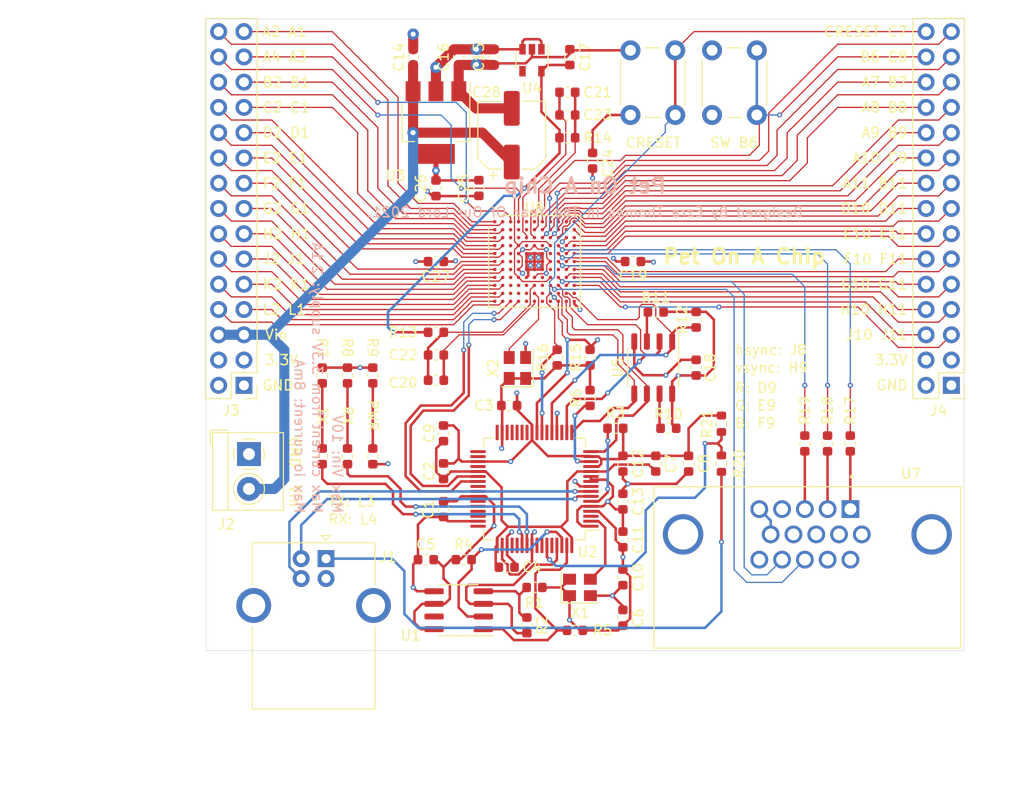
<source format=kicad_pcb>
(kicad_pcb (version 20171130) (host pcbnew "(5.1.9-0-10_14)")
  (layers (0 F.Cu signal) (1 In1.Cu power) (2 In2.Cu power) (31 B.Cu signal) (34 B.Paste user) (35 F.Paste user) (36 B.SilkS user) (37 F.SilkS user) (38 B.Mask user) (39 F.Mask user) (44 Edge.Cuts user))
  (net 0 "")
  (net 1 GND)
  (net 2 +3V3)
  (net 3 +1V8)
  (net 4 +1V2)
  (net 5 "Net-(J1-Pad2)")
  (net 6 "Net-(J1-Pad3)")
  (net 7 "Net-(R1-Pad1)")
  (net 8 "Net-(R2-Pad1)")
  (net 9 "Net-(R3-Pad1)")
  (net 10 "Net-(R4-Pad1)")
  (net 11 "Net-(R5-Pad1)")
  (net 12 "Net-(R6-Pad1)")
  (net 13 "Net-(R7-Pad2)")
  (net 14 "Net-(R8-Pad2)")
  (net 15 "Net-(R10-Pad1)")
  (net 16 SS)
  (net 17 CRESET)
  (net 18 CDONE)
  (net 19 "Net-(RX1-Pad1)")
  (net 20 "Net-(TX1-Pad1)")
  (net 21 "Net-(U1-Pad7)")
  (net 22 SCK)
  (net 23 MOSI)
  (net 24 MISO)
  (net 25 "Net-(U2-Pad19)")
  (net 26 "Net-(U2-Pad22)")
  (net 27 "Net-(U2-Pad26)")
  (net 28 "Net-(U2-Pad27)")
  (net 29 "Net-(U2-Pad28)")
  (net 30 "Net-(U2-Pad29)")
  (net 31 "Net-(U2-Pad30)")
  (net 32 "Net-(U2-Pad32)")
  (net 33 "Net-(U2-Pad33)")
  (net 34 "Net-(U2-Pad34)")
  (net 35 "Net-(U2-Pad36)")
  (net 36 FPGA_RX)
  (net 37 FPGA_TX)
  (net 38 "Net-(U2-Pad46)")
  (net 39 "Net-(U2-Pad48)")
  (net 40 "Net-(U2-Pad52)")
  (net 41 "Net-(U2-Pad53)")
  (net 42 "Net-(U2-Pad57)")
  (net 43 "Net-(U2-Pad58)")
  (net 44 "Net-(U2-Pad60)")
  (net 45 "Net-(U6-PadB3)")
  (net 46 "Net-(U6-PadC3)")
  (net 47 "Net-(U6-PadD3)")
  (net 48 "Net-(U6-PadE3)")
  (net 49 "Net-(U6-PadF3)")
  (net 50 "Net-(U6-PadG3)")
  (net 51 "Net-(U6-PadH3)")
  (net 52 "Net-(U6-PadJ3)")
  (net 53 "Net-(U6-PadK3)")
  (net 54 "Net-(U6-PadB4)")
  (net 55 "Net-(U6-PadC4)")
  (net 56 "Net-(U6-PadF4)")
  (net 57 "Net-(U6-PadJ4)")
  (net 58 "Net-(U6-PadK4)")
  (net 59 "Net-(U6-PadA5)")
  (net 60 "Net-(U6-PadB5)")
  (net 61 "Net-(U6-PadD5)")
  (net 62 "Net-(U6-PadJ5)")
  (net 63 "Net-(U6-PadK5)")
  (net 64 "Net-(U6-PadL5)")
  (net 65 "Net-(U6-PadD7)")
  (net 66 "Net-(U6-PadH7)")
  (net 67 "Net-(U6-PadJ7)")
  (net 68 "Net-(U6-PadK7)")
  (net 69 "Net-(U6-PadL7)")
  (net 70 "Net-(U6-PadE8)")
  (net 71 "Net-(U6-PadG8)")
  (net 72 "Net-(U6-PadL8)")
  (net 73 "Net-(U6-PadB10)")
  (net 74 "Net-(U6-PadK11)")
  (net 75 FTDI_CLK)
  (net 76 "Net-(U2-Pad3)")
  (net 77 "Net-(C20-Pad1)")
  (net 78 "Net-(C20-Pad2)")
  (net 79 "Net-(C21-Pad2)")
  (net 80 "Net-(C21-Pad1)")
  (net 81 "Net-(R17-Pad1)")
  (net 82 "Net-(R18-Pad1)")
  (net 83 Hsync)
  (net 84 Vsync)
  (net 85 R)
  (net 86 G)
  (net 87 B)
  (net 88 "Net-(D1-Pad2)")
  (net 89 +BATT)
  (net 90 "Net-(R11-Pad1)")
  (net 91 "Net-(R19-Pad1)")
  (net 92 "Net-(U7-Pad15)")
  (net 93 "Net-(U7-Pad12)")
  (net 94 "Net-(U7-Pad11)")
  (net 95 "Net-(U7-Pad9)")
  (net 96 "Net-(U7-Pad8)")
  (net 97 "Net-(U7-Pad7)")
  (net 98 "Net-(U7-Pad6)")
  (net 99 "Net-(U7-Pad4)")
  (net 100 L2)
  (net 101 K1)
  (net 102 K2)
  (net 103 L1)
  (net 104 A2)
  (net 105 A1)
  (net 106 B1)
  (net 107 C2)
  (net 108 C1)
  (net 109 D2)
  (net 110 D1)
  (net 111 E2)
  (net 112 E1)
  (net 113 F2)
  (net 114 F1)
  (net 115 G2)
  (net 116 G1)
  (net 117 H2)
  (net 118 H1)
  (net 119 J2)
  (net 120 J1)
  (net 121 B2)
  (net 122 A4)
  (net 123 A3)
  (net 124 C7)
  (net 125 C8)
  (net 126 A7)
  (net 127 B7)
  (net 128 A8)
  (net 129 B8)
  (net 130 A9)
  (net 131 B9)
  (net 132 A10)
  (net 133 C9)
  (net 134 A11)
  (net 135 B11)
  (net 136 D11)
  (net 137 E11)
  (net 138 D10)
  (net 139 E10)
  (net 140 F11)
  (net 141 G11)
  (net 142 F10)
  (net 143 G10)
  (net 144 J11)
  (net 145 J10)
  (net 146 H11)
  (net 147 H10)
  (net 148 "Net-(U6-PadG9)")
  (net 149 B6)
  (net 150 "Net-(U6-PadA6)")
  (net 151 vbus)
  (net 152 "Net-(R20-Pad2)")
  (net 153 "Net-(U2-Pad40)")
  (net 154 "Net-(U2-Pad41)")
  (net 155 "Net-(U2-Pad43)")
  (net 156 "Net-(U2-Pad44)")
  (net 157 "Net-(U2-Pad45)")
  (net 158 "Net-(U6-PadK6)")
  (net 159 "Net-(U6-PadC11)")
  (module Resistor_SMD:R_0603_1608Metric (layer F.Cu) (at 128.016 129.594 90)
    (fp_text reference R21 (at 0 -1.43 90) (layer F.SilkS))
    (fp_text value 10k)
    (pad 2 smd roundrect (at 0.825 0 90) (size 0.8 0.95) (layers F.Cu F.Paste F.Mask) (net 1 GND))
    (pad 1 smd roundrect (at -0.825 0 90) (size 0.8 0.95) (layers F.Cu F.Paste F.Mask) (net 152 "Net-(R20-Pad2)"))
  )
  (module Resistor_SMD:R_0603_1608Metric (layer F.Cu) (at 128.016 133.604 90)
    (fp_text reference R20 (at 0 1.778 90) (layer F.SilkS))
    (fp_text value 4.7k)
    (pad 2 smd roundrect (at 0.825 0 90) (size 0.8 0.95) (layers F.Cu F.Paste F.Mask) (net 152 "Net-(R20-Pad2)"))
    (pad 1 smd roundrect (at -0.825 0 90) (size 0.8 0.95) (layers F.Cu F.Paste F.Mask) (net 151 vbus))
  )
  (module Connector_PinHeader_2.54mm:PinHeader_2x15_P2.54mm_Vertical (layer F.Cu) (at 151.13 125.73 180)
    (fp_text reference J4 (at 1.27 -2.54 180) (layer F.SilkS))
    (fp_text value Conn_02x15_Odd_Even)
    (pad 1 thru_hole rect (at 0 0 180) (size 1.7 1.7) (drill 1) (layers *.Cu *.Mask) (net 1 GND))
    (pad 2 thru_hole oval (at 2.54 0 180) (size 1.7 1.7) (drill 1) (layers *.Cu *.Mask) (net 1 GND))
    (pad 3 thru_hole oval (at 0 2.54 180) (size 1.7 1.7) (drill 1) (layers *.Cu *.Mask) (net 2 +3V3))
    (pad 4 thru_hole oval (at 2.54 2.54 180) (size 1.7 1.7) (drill 1) (layers *.Cu *.Mask) (net 2 +3V3))
    (pad 5 thru_hole oval (at 0 5.08 180) (size 1.7 1.7) (drill 1) (layers *.Cu *.Mask) (net 144 J11))
    (pad 6 thru_hole oval (at 2.54 5.08 180) (size 1.7 1.7) (drill 1) (layers *.Cu *.Mask) (net 145 J10))
    (pad 7 thru_hole oval (at 0 7.62 180) (size 1.7 1.7) (drill 1) (layers *.Cu *.Mask) (net 146 H11))
    (pad 8 thru_hole oval (at 2.54 7.62 180) (size 1.7 1.7) (drill 1) (layers *.Cu *.Mask) (net 147 H10))
    (pad 9 thru_hole oval (at 0 10.16 180) (size 1.7 1.7) (drill 1) (layers *.Cu *.Mask) (net 141 G11))
    (pad 10 thru_hole oval (at 2.54 10.16 180) (size 1.7 1.7) (drill 1) (layers *.Cu *.Mask) (net 143 G10))
    (pad 11 thru_hole oval (at 0 12.7 180) (size 1.7 1.7) (drill 1) (layers *.Cu *.Mask) (net 140 F11))
    (pad 12 thru_hole oval (at 2.54 12.7 180) (size 1.7 1.7) (drill 1) (layers *.Cu *.Mask) (net 142 F10))
    (pad 13 thru_hole oval (at 0 15.24 180) (size 1.7 1.7) (drill 1) (layers *.Cu *.Mask) (net 137 E11))
    (pad 14 thru_hole oval (at 2.54 15.24 180) (size 1.7 1.7) (drill 1) (layers *.Cu *.Mask) (net 139 E10))
    (pad 15 thru_hole oval (at 0 17.78 180) (size 1.7 1.7) (drill 1) (layers *.Cu *.Mask) (net 136 D11))
    (pad 16 thru_hole oval (at 2.54 17.78 180) (size 1.7 1.7) (drill 1) (layers *.Cu *.Mask) (net 138 D10))
    (pad 17 thru_hole oval (at 0 20.32 180) (size 1.7 1.7) (drill 1) (layers *.Cu *.Mask) (net 135 B11))
    (pad 18 thru_hole oval (at 2.54 20.32 180) (size 1.7 1.7) (drill 1) (layers *.Cu *.Mask) (net 134 A11))
    (pad 19 thru_hole oval (at 0 22.86 180) (size 1.7 1.7) (drill 1) (layers *.Cu *.Mask) (net 133 C9))
    (pad 20 thru_hole oval (at 2.54 22.86 180) (size 1.7 1.7) (drill 1) (layers *.Cu *.Mask) (net 132 A10))
    (pad 21 thru_hole oval (at 0 25.4 180) (size 1.7 1.7) (drill 1) (layers *.Cu *.Mask) (net 131 B9))
    (pad 22 thru_hole oval (at 2.54 25.4 180) (size 1.7 1.7) (drill 1) (layers *.Cu *.Mask) (net 130 A9))
    (pad 23 thru_hole oval (at 0 27.94 180) (size 1.7 1.7) (drill 1) (layers *.Cu *.Mask) (net 129 B8))
    (pad 24 thru_hole oval (at 2.54 27.94 180) (size 1.7 1.7) (drill 1) (layers *.Cu *.Mask) (net 128 A8))
    (pad 25 thru_hole oval (at 0 30.48 180) (size 1.7 1.7) (drill 1) (layers *.Cu *.Mask) (net 127 B7))
    (pad 26 thru_hole oval (at 2.54 30.48 180) (size 1.7 1.7) (drill 1) (layers *.Cu *.Mask) (net 126 A7))
    (pad 27 thru_hole oval (at 0 33.02 180) (size 1.7 1.7) (drill 1) (layers *.Cu *.Mask) (net 125 C8))
    (pad 28 thru_hole oval (at 2.54 33.02 180) (size 1.7 1.7) (drill 1) (layers *.Cu *.Mask) (net 149 B6))
    (pad 29 thru_hole oval (at 0 35.56 180) (size 1.7 1.7) (drill 1) (layers *.Cu *.Mask) (net 124 C7))
    (pad 30 thru_hole oval (at 2.54 35.56 180) (size 1.7 1.7) (drill 1) (layers *.Cu *.Mask) (net 17 CRESET))
  )
  (module Connector_PinHeader_2.54mm:PinHeader_2x15_P2.54mm_Vertical (layer F.Cu) (at 80.01 125.73 180)
    (fp_text reference J3 (at 1.27 -2.54 180) (layer F.SilkS))
    (fp_text value Conn_02x15_Odd_Even)
    (pad 30 thru_hole oval (at 2.54 35.56 180) (size 1.7 1.7) (drill 1) (layers *.Cu *.Mask) (net 104 A2))
    (pad 29 thru_hole oval (at 0 35.56 180) (size 1.7 1.7) (drill 1) (layers *.Cu *.Mask) (net 105 A1))
    (pad 28 thru_hole oval (at 2.54 33.02 180) (size 1.7 1.7) (drill 1) (layers *.Cu *.Mask) (net 122 A4))
    (pad 27 thru_hole oval (at 0 33.02 180) (size 1.7 1.7) (drill 1) (layers *.Cu *.Mask) (net 123 A3))
    (pad 26 thru_hole oval (at 2.54 30.48 180) (size 1.7 1.7) (drill 1) (layers *.Cu *.Mask) (net 121 B2))
    (pad 25 thru_hole oval (at 0 30.48 180) (size 1.7 1.7) (drill 1) (layers *.Cu *.Mask) (net 106 B1))
    (pad 24 thru_hole oval (at 2.54 27.94 180) (size 1.7 1.7) (drill 1) (layers *.Cu *.Mask) (net 107 C2))
    (pad 23 thru_hole oval (at 0 27.94 180) (size 1.7 1.7) (drill 1) (layers *.Cu *.Mask) (net 108 C1))
    (pad 22 thru_hole oval (at 2.54 25.4 180) (size 1.7 1.7) (drill 1) (layers *.Cu *.Mask) (net 109 D2))
    (pad 21 thru_hole oval (at 0 25.4 180) (size 1.7 1.7) (drill 1) (layers *.Cu *.Mask) (net 110 D1))
    (pad 20 thru_hole oval (at 2.54 22.86 180) (size 1.7 1.7) (drill 1) (layers *.Cu *.Mask) (net 111 E2))
    (pad 19 thru_hole oval (at 0 22.86 180) (size 1.7 1.7) (drill 1) (layers *.Cu *.Mask) (net 112 E1))
    (pad 18 thru_hole oval (at 2.54 20.32 180) (size 1.7 1.7) (drill 1) (layers *.Cu *.Mask) (net 113 F2))
    (pad 17 thru_hole oval (at 0 20.32 180) (size 1.7 1.7) (drill 1) (layers *.Cu *.Mask) (net 114 F1))
    (pad 16 thru_hole oval (at 2.54 17.78 180) (size 1.7 1.7) (drill 1) (layers *.Cu *.Mask) (net 115 G2))
    (pad 15 thru_hole oval (at 0 17.78 180) (size 1.7 1.7) (drill 1) (layers *.Cu *.Mask) (net 116 G1))
    (pad 14 thru_hole oval (at 2.54 15.24 180) (size 1.7 1.7) (drill 1) (layers *.Cu *.Mask) (net 117 H2))
    (pad 13 thru_hole oval (at 0 15.24 180) (size 1.7 1.7) (drill 1) (layers *.Cu *.Mask) (net 118 H1))
    (pad 12 thru_hole oval (at 2.54 12.7 180) (size 1.7 1.7) (drill 1) (layers *.Cu *.Mask) (net 119 J2))
    (pad 11 thru_hole oval (at 0 12.7 180) (size 1.7 1.7) (drill 1) (layers *.Cu *.Mask) (net 120 J1))
    (pad 10 thru_hole oval (at 2.54 10.16 180) (size 1.7 1.7) (drill 1) (layers *.Cu *.Mask) (net 102 K2))
    (pad 9 thru_hole oval (at 0 10.16 180) (size 1.7 1.7) (drill 1) (layers *.Cu *.Mask) (net 101 K1))
    (pad 8 thru_hole oval (at 2.54 7.62 180) (size 1.7 1.7) (drill 1) (layers *.Cu *.Mask) (net 100 L2))
    (pad 7 thru_hole oval (at 0 7.62 180) (size 1.7 1.7) (drill 1) (layers *.Cu *.Mask) (net 103 L1))
    (pad 6 thru_hole oval (at 2.54 5.08 180) (size 1.7 1.7) (drill 1) (layers *.Cu *.Mask) (net 89 +BATT))
    (pad 5 thru_hole oval (at 0 5.08 180) (size 1.7 1.7) (drill 1) (layers *.Cu *.Mask) (net 89 +BATT))
    (pad 4 thru_hole oval (at 2.54 2.54 180) (size 1.7 1.7) (drill 1) (layers *.Cu *.Mask) (net 2 +3V3))
    (pad 3 thru_hole oval (at 0 2.54 180) (size 1.7 1.7) (drill 1) (layers *.Cu *.Mask) (net 2 +3V3))
    (pad 2 thru_hole oval (at 2.54 0 180) (size 1.7 1.7) (drill 1) (layers *.Cu *.Mask) (net 1 GND))
    (pad 1 thru_hole rect (at 0 0 180) (size 1.7 1.7) (drill 1) (layers *.Cu *.Mask) (net 1 GND))
  )
  (module Capacitor_SMD:CP_Elec_6.3x7.7 (layer F.Cu) (at 106.934 100.584 90)
    (fp_text reference C28 (at 4.318 -2.54 180) (layer F.SilkS))
    (fp_text value 470µF)
    (pad 2 smd roundrect (at 2.7 0 90) (size 3.5 1.6) (layers F.Cu F.Paste F.Mask) (roundrect_rratio 0.15625) (net 1 GND))
    (pad 1 smd roundrect (at -2.7 0 90) (size 3.5 1.6) (layers F.Cu F.Paste F.Mask) (roundrect_rratio 0.15625) (net 89 +BATT))
  )
  (module Capacitor_SMD:C_0603_1608Metric (layer F.Cu) (at 100.076 134.366 90)
    (fp_text reference C2 (at 0 -1.43 90) (layer F.SilkS))
    (fp_text value 3.3µF)
    (pad 2 smd roundrect (at 0.7875 0 90) (size 0.875 0.95) (layers F.Cu F.Paste F.Mask) (net 1 GND))
    (pad 1 smd roundrect (at -0.7875 0 90) (size 0.875 0.95) (layers F.Cu F.Paste F.Mask) (net 3 +1V8))
  )
  (module "pet on a chip:MountingHole_#6" (layer F.Cu) (at 139.7 101.6)
    (fp_text reference REF** hide)
    (fp_text value MountingHole_#6)
    (pad "" np_thru_hole circle (at 0 0) (size 3.7973 3.7973) (drill 3.7973) (layers *.Cu *.Mask))
  )
  (module "pet on a chip:MountingHole_#6" (layer F.Cu) (at 88.9 101.6)
    (fp_text reference REF** hide)
    (fp_text value MountingHole_#6)
    (pad "" np_thru_hole circle (at 0 0) (size 3.7973 3.7973) (drill 3.7973) (layers *.Cu *.Mask))
  )
  (module Capacitor_SMD:C_0603_1608Metric (layer F.Cu) (at 121.412 133.604 90)
    (fp_text reference C7 (at 0 1.524 90) (layer F.SilkS))
    (fp_text value 0.1µF)
    (pad 1 smd roundrect (at -0.7875 0 90) (size 0.875 0.95) (layers F.Cu F.Paste F.Mask) (net 3 +1V8))
    (pad 2 smd roundrect (at 0.7875 0 90) (size 0.875 0.95) (layers F.Cu F.Paste F.Mask) (net 1 GND))
  )
  (module Connector_USB:USB_B_OST_USB-B1HSxx_Horizontal (layer F.Cu) (at 88.265 143.1544 270)
    (fp_text reference J1 (at -0.1524 -6.223 180) (layer F.SilkS))
    (fp_text value USB_B)
    (pad 5 thru_hole circle (at 4.71 7.27 270) (size 3.5 3.5) (drill 2.33) (layers *.Cu *.Mask) (net 1 GND))
    (pad 5 thru_hole circle (at 4.71 -4.77 270) (size 3.5 3.5) (drill 2.33) (layers *.Cu *.Mask) (net 1 GND))
    (pad 4 thru_hole circle (at 2 0 270) (size 1.7 1.7) (drill 0.92) (layers *.Cu *.Mask) (net 1 GND))
    (pad 3 thru_hole circle (at 2 2.5 270) (size 1.7 1.7) (drill 0.92) (layers *.Cu *.Mask) (net 6 "Net-(J1-Pad3)"))
    (pad 2 thru_hole circle (at 0 2.5 270) (size 1.7 1.7) (drill 0.92) (layers *.Cu *.Mask) (net 5 "Net-(J1-Pad2)"))
    (pad 1 thru_hole rect (at 0 0 270) (size 1.7 1.7) (drill 0.92) (layers *.Cu *.Mask) (net 151 vbus))
  )
  (module Button_Switch_THT:SW_PUSH_6mm (layer F.Cu) (at 118.872 98.552 90)
    (fp_text reference SW2 hide)
    (fp_text value SW_Push)
    (pad 2 thru_hole circle (at 0 4.5 180) (size 2 2) (drill 1.1) (layers *.Cu *.Mask) (net 17 CRESET))
    (pad 1 thru_hole circle (at 0 0 180) (size 2 2) (drill 1.1) (layers *.Cu *.Mask) (net 1 GND))
    (pad 2 thru_hole circle (at 6.5 4.5 180) (size 2 2) (drill 1.1) (layers *.Cu *.Mask) (net 17 CRESET))
    (pad 1 thru_hole circle (at 6.5 0 180) (size 2 2) (drill 1.1) (layers *.Cu *.Mask) (net 1 GND))
  )
  (module Package_QFP:LQFP-64_10x10mm_P0.5mm (layer F.Cu) (at 109.22 136.144 180)
    (fp_text reference U2 (at -5.334 -6.35) (layer F.SilkS))
    (fp_text value FT2232HL)
    (pad 1 smd roundrect (at -5.675 -3.75 180) (size 1.55 0.3) (layers F.Cu F.Paste F.Mask) (net 1 GND))
    (pad 2 smd roundrect (at -5.675 -3.25 180) (size 1.55 0.3) (layers F.Cu F.Paste F.Mask) (net 75 FTDI_CLK))
    (pad 3 smd roundrect (at -5.675 -2.75 180) (size 1.55 0.3) (layers F.Cu F.Paste F.Mask) (net 76 "Net-(U2-Pad3)"))
    (pad 4 smd roundrect (at -5.675 -2.25 180) (size 1.55 0.3) (layers F.Cu F.Paste F.Mask) (net 2 +3V3))
    (pad 5 smd roundrect (at -5.675 -1.75 180) (size 1.55 0.3) (layers F.Cu F.Paste F.Mask) (net 1 GND))
    (pad 6 smd roundrect (at -5.675 -1.25 180) (size 1.55 0.3) (layers F.Cu F.Paste F.Mask) (net 9 "Net-(R3-Pad1)"))
    (pad 7 smd roundrect (at -5.675 -0.75 180) (size 1.55 0.3) (layers F.Cu F.Paste F.Mask) (net 5 "Net-(J1-Pad2)"))
    (pad 8 smd roundrect (at -5.675 -0.25 180) (size 1.55 0.3) (layers F.Cu F.Paste F.Mask) (net 6 "Net-(J1-Pad3)"))
    (pad 9 smd roundrect (at -5.675 0.25 180) (size 1.55 0.3) (layers F.Cu F.Paste F.Mask) (net 2 +3V3))
    (pad 10 smd roundrect (at -5.675 0.75 180) (size 1.55 0.3) (layers F.Cu F.Paste F.Mask) (net 1 GND))
    (pad 11 smd roundrect (at -5.675 1.25 180) (size 1.55 0.3) (layers F.Cu F.Paste F.Mask) (net 1 GND))
    (pad 12 smd roundrect (at -5.675 1.75 180) (size 1.55 0.3) (layers F.Cu F.Paste F.Mask) (net 3 +1V8))
    (pad 13 smd roundrect (at -5.675 2.25 180) (size 1.55 0.3) (layers F.Cu F.Paste F.Mask) (net 1 GND))
    (pad 14 smd roundrect (at -5.675 2.75 180) (size 1.55 0.3) (layers F.Cu F.Paste F.Mask) (net 12 "Net-(R6-Pad1)"))
    (pad 15 smd roundrect (at -5.675 3.25 180) (size 1.55 0.3) (layers F.Cu F.Paste F.Mask) (net 1 GND))
    (pad 16 smd roundrect (at -5.675 3.75 180) (size 1.55 0.3) (layers F.Cu F.Paste F.Mask) (net 22 SCK))
    (pad 17 smd roundrect (at -3.75 5.675 180) (size 0.3 1.55) (layers F.Cu F.Paste F.Mask) (net 23 MOSI))
    (pad 18 smd roundrect (at -3.25 5.675 180) (size 0.3 1.55) (layers F.Cu F.Paste F.Mask) (net 24 MISO))
    (pad 19 smd roundrect (at -2.75 5.675 180) (size 0.3 1.55) (layers F.Cu F.Paste F.Mask) (net 25 "Net-(U2-Pad19)"))
    (pad 20 smd roundrect (at -2.25 5.675 180) (size 0.3 1.55) (layers F.Cu F.Paste F.Mask) (net 2 +3V3))
    (pad 21 smd roundrect (at -1.75 5.675 180) (size 0.3 1.55) (layers F.Cu F.Paste F.Mask) (net 16 SS))
    (pad 22 smd roundrect (at -1.25 5.675 180) (size 0.3 1.55) (layers F.Cu F.Paste F.Mask) (net 26 "Net-(U2-Pad22)"))
    (pad 23 smd roundrect (at -0.75 5.675 180) (size 0.3 1.55) (layers F.Cu F.Paste F.Mask) (net 18 CDONE))
    (pad 24 smd roundrect (at -0.25 5.675 180) (size 0.3 1.55) (layers F.Cu F.Paste F.Mask) (net 17 CRESET))
    (pad 25 smd roundrect (at 0.25 5.675 180) (size 0.3 1.55) (layers F.Cu F.Paste F.Mask) (net 1 GND))
    (pad 26 smd roundrect (at 0.75 5.675 180) (size 0.3 1.55) (layers F.Cu F.Paste F.Mask) (net 27 "Net-(U2-Pad26)"))
    (pad 27 smd roundrect (at 1.25 5.675 180) (size 0.3 1.55) (layers F.Cu F.Paste F.Mask) (net 28 "Net-(U2-Pad27)"))
    (pad 28 smd roundrect (at 1.75 5.675 180) (size 0.3 1.55) (layers F.Cu F.Paste F.Mask) (net 29 "Net-(U2-Pad28)"))
    (pad 29 smd roundrect (at 2.25 5.675 180) (size 0.3 1.55) (layers F.Cu F.Paste F.Mask) (net 30 "Net-(U2-Pad29)"))
    (pad 30 smd roundrect (at 2.75 5.675 180) (size 0.3 1.55) (layers F.Cu F.Paste F.Mask) (net 31 "Net-(U2-Pad30)"))
    (pad 31 smd roundrect (at 3.25 5.675 180) (size 0.3 1.55) (layers F.Cu F.Paste F.Mask) (net 2 +3V3))
    (pad 32 smd roundrect (at 3.75 5.675 180) (size 0.3 1.55) (layers F.Cu F.Paste F.Mask) (net 32 "Net-(U2-Pad32)"))
    (pad 33 smd roundrect (at 5.675 3.75 180) (size 1.55 0.3) (layers F.Cu F.Paste F.Mask) (net 33 "Net-(U2-Pad33)"))
    (pad 34 smd roundrect (at 5.675 3.25 180) (size 1.55 0.3) (layers F.Cu F.Paste F.Mask) (net 34 "Net-(U2-Pad34)"))
    (pad 35 smd roundrect (at 5.675 2.75 180) (size 1.55 0.3) (layers F.Cu F.Paste F.Mask) (net 1 GND))
    (pad 36 smd roundrect (at 5.675 2.25 180) (size 1.55 0.3) (layers F.Cu F.Paste F.Mask) (net 35 "Net-(U2-Pad36)"))
    (pad 37 smd roundrect (at 5.675 1.75 180) (size 1.55 0.3) (layers F.Cu F.Paste F.Mask) (net 3 +1V8))
    (pad 38 smd roundrect (at 5.675 1.25 180) (size 1.55 0.3) (layers F.Cu F.Paste F.Mask) (net 36 FPGA_RX))
    (pad 39 smd roundrect (at 5.675 0.75 180) (size 1.55 0.3) (layers F.Cu F.Paste F.Mask) (net 37 FPGA_TX))
    (pad 40 smd roundrect (at 5.675 0.25 180) (size 1.55 0.3) (layers F.Cu F.Paste F.Mask) (net 153 "Net-(U2-Pad40)"))
    (pad 41 smd roundrect (at 5.675 -0.25 180) (size 1.55 0.3) (layers F.Cu F.Paste F.Mask) (net 154 "Net-(U2-Pad41)"))
    (pad 42 smd roundrect (at 5.675 -0.75 180) (size 1.55 0.3) (layers F.Cu F.Paste F.Mask) (net 2 +3V3))
    (pad 43 smd roundrect (at 5.675 -1.25 180) (size 1.55 0.3) (layers F.Cu F.Paste F.Mask) (net 155 "Net-(U2-Pad43)"))
    (pad 44 smd roundrect (at 5.675 -1.75 180) (size 1.55 0.3) (layers F.Cu F.Paste F.Mask) (net 156 "Net-(U2-Pad44)"))
    (pad 45 smd roundrect (at 5.675 -2.25 180) (size 1.55 0.3) (layers F.Cu F.Paste F.Mask) (net 157 "Net-(U2-Pad45)"))
    (pad 46 smd roundrect (at 5.675 -2.75 180) (size 1.55 0.3) (layers F.Cu F.Paste F.Mask) (net 38 "Net-(U2-Pad46)"))
    (pad 47 smd roundrect (at 5.675 -3.25 180) (size 1.55 0.3) (layers F.Cu F.Paste F.Mask) (net 1 GND))
    (pad 48 smd roundrect (at 5.675 -3.75 180) (size 1.55 0.3) (layers F.Cu F.Paste F.Mask) (net 39 "Net-(U2-Pad48)"))
    (pad 49 smd roundrect (at 3.75 -5.675 180) (size 0.3 1.55) (layers F.Cu F.Paste F.Mask) (net 3 +1V8))
    (pad 50 smd roundrect (at 3.25 -5.675 180) (size 0.3 1.55) (layers F.Cu F.Paste F.Mask) (net 2 +3V3))
    (pad 51 smd roundrect (at 2.75 -5.675 180) (size 0.3 1.55) (layers F.Cu F.Paste F.Mask) (net 1 GND))
    (pad 52 smd roundrect (at 2.25 -5.675 180) (size 0.3 1.55) (layers F.Cu F.Paste F.Mask) (net 40 "Net-(U2-Pad52)"))
    (pad 53 smd roundrect (at 1.75 -5.675 180) (size 0.3 1.55) (layers F.Cu F.Paste F.Mask) (net 41 "Net-(U2-Pad53)"))
    (pad 54 smd roundrect (at 1.25 -5.675 180) (size 0.3 1.55) (layers F.Cu F.Paste F.Mask) (net 20 "Net-(TX1-Pad1)"))
    (pad 55 smd roundrect (at 0.75 -5.675 180) (size 0.3 1.55) (layers F.Cu F.Paste F.Mask) (net 19 "Net-(RX1-Pad1)"))
    (pad 56 smd roundrect (at 0.25 -5.675 180) (size 0.3 1.55) (layers F.Cu F.Paste F.Mask) (net 2 +3V3))
    (pad 57 smd roundrect (at -0.25 -5.675 180) (size 0.3 1.55) (layers F.Cu F.Paste F.Mask) (net 42 "Net-(U2-Pad57)"))
    (pad 58 smd roundrect (at -0.75 -5.675 180) (size 0.3 1.55) (layers F.Cu F.Paste F.Mask) (net 43 "Net-(U2-Pad58)"))
    (pad 59 smd roundrect (at -1.25 -5.675 180) (size 0.3 1.55) (layers F.Cu F.Paste F.Mask) (net 152 "Net-(R20-Pad2)"))
    (pad 60 smd roundrect (at -1.75 -5.675 180) (size 0.3 1.55) (layers F.Cu F.Paste F.Mask) (net 44 "Net-(U2-Pad60)"))
    (pad 61 smd roundrect (at -2.25 -5.675 180) (size 0.3 1.55) (layers F.Cu F.Paste F.Mask) (net 8 "Net-(R2-Pad1)"))
    (pad 62 smd roundrect (at -2.75 -5.675 180) (size 0.3 1.55) (layers F.Cu F.Paste F.Mask) (net 10 "Net-(R4-Pad1)"))
    (pad 63 smd roundrect (at -3.25 -5.675 180) (size 0.3 1.55) (layers F.Cu F.Paste F.Mask) (net 11 "Net-(R5-Pad1)"))
    (pad 64 smd roundrect (at -3.75 -5.675 180) (size 0.3 1.55) (layers F.Cu F.Paste F.Mask) (net 3 +1V8))
  )
  (module Package_TO_SOT_SMD:SOT-223-3_TabPin2 (layer F.Cu) (at 99.314 99.314 270)
    (fp_text reference U3 (at 5.334 4.064) (layer F.SilkS))
    (fp_text value LDL1117S33R)
    (pad 2 smd rect (at 3.15 0 270) (size 2 3.8) (layers F.Cu F.Paste F.Mask) (net 2 +3V3))
    (pad 2 smd rect (at -3.15 0 270) (size 2 1.5) (layers F.Cu F.Paste F.Mask) (net 2 +3V3))
    (pad 3 smd rect (at -3.15 2.3 270) (size 2 1.5) (layers F.Cu F.Paste F.Mask) (net 89 +BATT))
    (pad 1 smd rect (at -3.15 -2.3 270) (size 2 1.5) (layers F.Cu F.Paste F.Mask) (net 1 GND))
  )
  (module Package_TO_SOT_SMD:SOT-23-5 (layer F.Cu) (at 108.966 93.048 270)
    (fp_text reference U4 (at 2.794 0) (layer F.SilkS))
    (fp_text value TLV70012DDCR)
    (pad 1 smd rect (at -1.1 -0.95 270) (size 1.06 0.65) (layers F.Cu F.Paste F.Mask) (net 2 +3V3))
    (pad 2 smd rect (at -1.1 0 270) (size 1.06 0.65) (layers F.Cu F.Paste F.Mask) (net 1 GND))
    (pad 3 smd rect (at -1.1 0.95 270) (size 1.06 0.65) (layers F.Cu F.Paste F.Mask) (net 2 +3V3))
    (pad 4 smd rect (at 1.1 0.95 270) (size 1.06 0.65) (layers F.Cu F.Paste F.Mask))
    (pad 5 smd rect (at 1.1 -0.95 270) (size 1.06 0.65) (layers F.Cu F.Paste F.Mask) (net 4 +1V2))
  )
  (module Package_SO:SOP-8_3.9x4.9mm_P1.27mm (layer F.Cu) (at 121.158 123.952 270)
    (fp_text reference U5 (at 0 3.556 90) (layer F.SilkS))
    (fp_text value N25Q032A13ESC40F)
    (pad 1 smd roundrect (at -2.625 -1.905 270) (size 1.65 0.6) (layers F.Cu F.Paste F.Mask) (net 16 SS))
    (pad 2 smd roundrect (at -2.625 -0.635 270) (size 1.65 0.6) (layers F.Cu F.Paste F.Mask) (net 24 MISO))
    (pad 3 smd roundrect (at -2.625 0.635 270) (size 1.65 0.6) (layers F.Cu F.Paste F.Mask) (net 90 "Net-(R11-Pad1)"))
    (pad 4 smd roundrect (at -2.625 1.905 270) (size 1.65 0.6) (layers F.Cu F.Paste F.Mask) (net 1 GND))
    (pad 5 smd roundrect (at 2.625 1.905 270) (size 1.65 0.6) (layers F.Cu F.Paste F.Mask) (net 23 MOSI))
    (pad 6 smd roundrect (at 2.625 0.635 270) (size 1.65 0.6) (layers F.Cu F.Paste F.Mask) (net 22 SCK))
    (pad 7 smd roundrect (at 2.625 -0.635 270) (size 1.65 0.6) (layers F.Cu F.Paste F.Mask) (net 15 "Net-(R10-Pad1)"))
    (pad 8 smd roundrect (at 2.625 -1.905 270) (size 1.65 0.6) (layers F.Cu F.Paste F.Mask) (net 2 +3V3))
  )
  (module Package_BGA:BGA-121_9.0x9.0mm_Layout11x11_P0.8mm_Ball0.4mm_Pad0.35mm_NSMD (layer F.Cu) (at 109.22 113.284)
    (fp_text reference U6 (at 0 -5.4) (layer F.SilkS))
    (fp_text value ICE40HX8K-BG121)
    (pad A1 smd circle (at -4 -4) (size 0.35 0.35) (layers F.Cu F.Paste F.Mask) (net 105 A1))
    (pad B1 smd circle (at -4 -3.2) (size 0.35 0.35) (layers F.Cu F.Paste F.Mask) (net 106 B1))
    (pad C1 smd circle (at -4 -2.4) (size 0.35 0.35) (layers F.Cu F.Paste F.Mask) (net 108 C1))
    (pad D1 smd circle (at -4 -1.6) (size 0.35 0.35) (layers F.Cu F.Paste F.Mask) (net 110 D1))
    (pad E1 smd circle (at -4 -0.8) (size 0.35 0.35) (layers F.Cu F.Paste F.Mask) (net 112 E1))
    (pad F1 smd circle (at -4 0) (size 0.35 0.35) (layers F.Cu F.Paste F.Mask) (net 114 F1))
    (pad G1 smd circle (at -4 0.8) (size 0.35 0.35) (layers F.Cu F.Paste F.Mask) (net 116 G1))
    (pad H1 smd circle (at -4 1.6) (size 0.35 0.35) (layers F.Cu F.Paste F.Mask) (net 118 H1))
    (pad J1 smd circle (at -4 2.4) (size 0.35 0.35) (layers F.Cu F.Paste F.Mask) (net 120 J1))
    (pad K1 smd circle (at -4 3.2) (size 0.35 0.35) (layers F.Cu F.Paste F.Mask) (net 101 K1))
    (pad L1 smd circle (at -4 4) (size 0.35 0.35) (layers F.Cu F.Paste F.Mask) (net 103 L1))
    (pad A2 smd circle (at -3.2 -4) (size 0.35 0.35) (layers F.Cu F.Paste F.Mask) (net 104 A2))
    (pad B2 smd circle (at -3.2 -3.2) (size 0.35 0.35) (layers F.Cu F.Paste F.Mask) (net 121 B2))
    (pad C2 smd circle (at -3.2 -2.4) (size 0.35 0.35) (layers F.Cu F.Paste F.Mask) (net 107 C2))
    (pad D2 smd circle (at -3.2 -1.6) (size 0.35 0.35) (layers F.Cu F.Paste F.Mask) (net 109 D2))
    (pad E2 smd circle (at -3.2 -0.8) (size 0.35 0.35) (layers F.Cu F.Paste F.Mask) (net 111 E2))
    (pad F2 smd circle (at -3.2 0) (size 0.35 0.35) (layers F.Cu F.Paste F.Mask) (net 113 F2))
    (pad G2 smd circle (at -3.2 0.8) (size 0.35 0.35) (layers F.Cu F.Paste F.Mask) (net 115 G2))
    (pad H2 smd circle (at -3.2 1.6) (size 0.35 0.35) (layers F.Cu F.Paste F.Mask) (net 117 H2))
    (pad J2 smd circle (at -3.2 2.4) (size 0.35 0.35) (layers F.Cu F.Paste F.Mask) (net 119 J2))
    (pad K2 smd circle (at -3.2 3.2) (size 0.35 0.35) (layers F.Cu F.Paste F.Mask) (net 102 K2))
    (pad L2 smd circle (at -3.2 4) (size 0.35 0.35) (layers F.Cu F.Paste F.Mask) (net 100 L2))
    (pad A3 smd circle (at -2.4 -4) (size 0.35 0.35) (layers F.Cu F.Paste F.Mask) (net 123 A3))
    (pad B3 smd circle (at -2.4 -3.2) (size 0.35 0.35) (layers F.Cu F.Paste F.Mask) (net 45 "Net-(U6-PadB3)"))
    (pad C3 smd circle (at -2.4 -2.4) (size 0.35 0.35) (layers F.Cu F.Paste F.Mask) (net 46 "Net-(U6-PadC3)"))
    (pad D3 smd circle (at -2.4 -1.6) (size 0.35 0.35) (layers F.Cu F.Paste F.Mask) (net 47 "Net-(U6-PadD3)"))
    (pad E3 smd circle (at -2.4 -0.8) (size 0.35 0.35) (layers F.Cu F.Paste F.Mask) (net 48 "Net-(U6-PadE3)"))
    (pad F3 smd circle (at -2.4 0) (size 0.35 0.35) (layers F.Cu F.Paste F.Mask) (net 49 "Net-(U6-PadF3)"))
    (pad G3 smd circle (at -2.4 0.8) (size 0.35 0.35) (layers F.Cu F.Paste F.Mask) (net 50 "Net-(U6-PadG3)"))
    (pad H3 smd circle (at -2.4 1.6) (size 0.35 0.35) (layers F.Cu F.Paste F.Mask) (net 51 "Net-(U6-PadH3)"))
    (pad J3 smd circle (at -2.4 2.4) (size 0.35 0.35) (layers F.Cu F.Paste F.Mask) (net 52 "Net-(U6-PadJ3)"))
    (pad K3 smd circle (at -2.4 3.2) (size 0.35 0.35) (layers F.Cu F.Paste F.Mask) (net 53 "Net-(U6-PadK3)"))
    (pad L3 smd circle (at -2.4 4) (size 0.35 0.35) (layers F.Cu F.Paste F.Mask) (net 37 FPGA_TX))
    (pad A4 smd circle (at -1.6 -4) (size 0.35 0.35) (layers F.Cu F.Paste F.Mask) (net 122 A4))
    (pad B4 smd circle (at -1.6 -3.2) (size 0.35 0.35) (layers F.Cu F.Paste F.Mask) (net 54 "Net-(U6-PadB4)"))
    (pad C4 smd circle (at -1.6 -2.4) (size 0.35 0.35) (layers F.Cu F.Paste F.Mask) (net 55 "Net-(U6-PadC4)"))
    (pad D4 smd circle (at -1.6 -1.6) (size 0.35 0.35) (layers F.Cu F.Paste F.Mask) (net 4 +1V2))
    (pad E4 smd circle (at -1.6 -0.8) (size 0.35 0.35) (layers F.Cu F.Paste F.Mask) (net 2 +3V3))
    (pad F4 smd circle (at -1.6 0) (size 0.35 0.35) (layers F.Cu F.Paste F.Mask) (net 56 "Net-(U6-PadF4)"))
    (pad G4 smd circle (at -1.6 0.8) (size 0.35 0.35) (layers F.Cu F.Paste F.Mask) (net 2 +3V3))
    (pad H4 smd circle (at -1.6 1.6) (size 0.35 0.35) (layers F.Cu F.Paste F.Mask) (net 4 +1V2))
    (pad J4 smd circle (at -1.6 2.4) (size 0.35 0.35) (layers F.Cu F.Paste F.Mask) (net 57 "Net-(U6-PadJ4)"))
    (pad K4 smd circle (at -1.6 3.2) (size 0.35 0.35) (layers F.Cu F.Paste F.Mask) (net 58 "Net-(U6-PadK4)"))
    (pad L4 smd circle (at -1.6 4) (size 0.35 0.35) (layers F.Cu F.Paste F.Mask) (net 36 FPGA_RX))
    (pad A5 smd circle (at -0.8 -4) (size 0.35 0.35) (layers F.Cu F.Paste F.Mask) (net 59 "Net-(U6-PadA5)"))
    (pad B5 smd circle (at -0.8 -3.2) (size 0.35 0.35) (layers F.Cu F.Paste F.Mask) (net 60 "Net-(U6-PadB5)"))
    (pad C5 smd circle (at -0.8 -2.4) (size 0.35 0.35) (layers F.Cu F.Paste F.Mask) (net 79 "Net-(C21-Pad2)"))
    (pad D5 smd circle (at -0.8 -1.6) (size 0.35 0.35) (layers F.Cu F.Paste F.Mask) (net 61 "Net-(U6-PadD5)"))
    (pad E5 smd circle (at -0.8 -0.8) (size 0.35 0.35) (layers F.Cu F.Paste F.Mask) (net 1 GND))
    (pad F5 smd circle (at -0.8 0) (size 0.35 0.35) (layers F.Cu F.Paste F.Mask) (net 1 GND))
    (pad G5 smd circle (at -0.8 0.8) (size 0.35 0.35) (layers F.Cu F.Paste F.Mask) (net 1 GND))
    (pad H5 smd circle (at -0.8 1.6) (size 0.35 0.35) (layers F.Cu F.Paste F.Mask) (net 1 GND))
    (pad J5 smd circle (at -0.8 2.4) (size 0.35 0.35) (layers F.Cu F.Paste F.Mask) (net 62 "Net-(U6-PadJ5)"))
    (pad K5 smd circle (at -0.8 3.2) (size 0.35 0.35) (layers F.Cu F.Paste F.Mask) (net 63 "Net-(U6-PadK5)"))
    (pad L5 smd circle (at -0.8 4) (size 0.35 0.35) (layers F.Cu F.Paste F.Mask) (net 64 "Net-(U6-PadL5)"))
    (pad A6 smd circle (at 0 -4) (size 0.35 0.35) (layers F.Cu F.Paste F.Mask) (net 150 "Net-(U6-PadA6)"))
    (pad B6 smd circle (at 0 -3.2) (size 0.35 0.35) (layers F.Cu F.Paste F.Mask) (net 149 B6))
    (pad C6 smd circle (at 0 -2.4) (size 0.35 0.35) (layers F.Cu F.Paste F.Mask) (net 80 "Net-(C21-Pad1)"))
    (pad D6 smd circle (at 0 -1.6) (size 0.35 0.35) (layers F.Cu F.Paste F.Mask) (net 2 +3V3))
    (pad E6 smd circle (at 0 -0.8) (size 0.35 0.35) (layers F.Cu F.Paste F.Mask) (net 1 GND))
    (pad F6 smd circle (at 0 0) (size 0.35 0.35) (layers F.Cu F.Paste F.Mask) (net 1 GND))
    (pad G6 smd circle (at 0 0.8) (size 0.35 0.35) (layers F.Cu F.Paste F.Mask) (net 1 GND))
    (pad H6 smd circle (at 0 1.6) (size 0.35 0.35) (layers F.Cu F.Paste F.Mask) (net 2 +3V3))
    (pad J6 smd circle (at 0 2.4) (size 0.35 0.35) (layers F.Cu F.Paste F.Mask) (net 77 "Net-(C20-Pad1)"))
    (pad K6 smd circle (at 0 3.2) (size 0.35 0.35) (layers F.Cu F.Paste F.Mask) (net 158 "Net-(U6-PadK6)"))
    (pad L6 smd circle (at 0 4) (size 0.35 0.35) (layers F.Cu F.Paste F.Mask) (net 78 "Net-(C20-Pad2)"))
    (pad A7 smd circle (at 0.8 -4) (size 0.35 0.35) (layers F.Cu F.Paste F.Mask) (net 126 A7))
    (pad B7 smd circle (at 0.8 -3.2) (size 0.35 0.35) (layers F.Cu F.Paste F.Mask) (net 127 B7))
    (pad C7 smd circle (at 0.8 -2.4) (size 0.35 0.35) (layers F.Cu F.Paste F.Mask) (net 124 C7))
    (pad D7 smd circle (at 0.8 -1.6) (size 0.35 0.35) (layers F.Cu F.Paste F.Mask) (net 65 "Net-(U6-PadD7)"))
    (pad E7 smd circle (at 0.8 -0.8) (size 0.35 0.35) (layers F.Cu F.Paste F.Mask) (net 1 GND))
    (pad F7 smd circle (at 0.8 0) (size 0.35 0.35) (layers F.Cu F.Paste F.Mask) (net 1 GND))
    (pad G7 smd circle (at 0.8 0.8) (size 0.35 0.35) (layers F.Cu F.Paste F.Mask) (net 1 GND))
    (pad H7 smd circle (at 0.8 1.6) (size 0.35 0.35) (layers F.Cu F.Paste F.Mask) (net 66 "Net-(U6-PadH7)"))
    (pad J7 smd circle (at 0.8 2.4) (size 0.35 0.35) (layers F.Cu F.Paste F.Mask) (net 67 "Net-(U6-PadJ7)"))
    (pad K7 smd circle (at 0.8 3.2) (size 0.35 0.35) (layers F.Cu F.Paste F.Mask) (net 68 "Net-(U6-PadK7)"))
    (pad L7 smd circle (at 0.8 4) (size 0.35 0.35) (layers F.Cu F.Paste F.Mask) (net 69 "Net-(U6-PadL7)"))
    (pad A8 smd circle (at 1.6 -4) (size 0.35 0.35) (layers F.Cu F.Paste F.Mask) (net 128 A8))
    (pad B8 smd circle (at 1.6 -3.2) (size 0.35 0.35) (layers F.Cu F.Paste F.Mask) (net 129 B8))
    (pad C8 smd circle (at 1.6 -2.4) (size 0.35 0.35) (layers F.Cu F.Paste F.Mask) (net 125 C8))
    (pad D8 smd circle (at 1.6 -1.6) (size 0.35 0.35) (layers F.Cu F.Paste F.Mask) (net 4 +1V2))
    (pad E8 smd circle (at 1.6 -0.8) (size 0.35 0.35) (layers F.Cu F.Paste F.Mask) (net 70 "Net-(U6-PadE8)"))
    (pad F8 smd circle (at 1.6 0) (size 0.35 0.35) (layers F.Cu F.Paste F.Mask) (net 2 +3V3))
    (pad G8 smd circle (at 1.6 0.8) (size 0.35 0.35) (layers F.Cu F.Paste F.Mask) (net 71 "Net-(U6-PadG8)"))
    (pad H8 smd circle (at 1.6 1.6) (size 0.35 0.35) (layers F.Cu F.Paste F.Mask) (net 4 +1V2))
    (pad J8 smd circle (at 1.6 2.4) (size 0.35 0.35) (layers F.Cu F.Paste F.Mask) (net 83 Hsync))
    (pad K8 smd circle (at 1.6 3.2) (size 0.35 0.35) (layers F.Cu F.Paste F.Mask) (net 18 CDONE))
    (pad L8 smd circle (at 1.6 4) (size 0.35 0.35) (layers F.Cu F.Paste F.Mask) (net 72 "Net-(U6-PadL8)"))
    (pad A9 smd circle (at 2.4 -4) (size 0.35 0.35) (layers F.Cu F.Paste F.Mask) (net 130 A9))
    (pad B9 smd circle (at 2.4 -3.2) (size 0.35 0.35) (layers F.Cu F.Paste F.Mask) (net 131 B9))
    (pad C9 smd circle (at 2.4 -2.4) (size 0.35 0.35) (layers F.Cu F.Paste F.Mask) (net 133 C9))
    (pad D9 smd circle (at 2.4 -1.6) (size 0.35 0.35) (layers F.Cu F.Paste F.Mask) (net 85 R))
    (pad E9 smd circle (at 2.4 -0.8) (size 0.35 0.35) (layers F.Cu F.Paste F.Mask) (net 86 G))
    (pad F9 smd circle (at 2.4 0) (size 0.35 0.35) (layers F.Cu F.Paste F.Mask) (net 87 B))
    (pad G9 smd circle (at 2.4 0.8) (size 0.35 0.35) (layers F.Cu F.Paste F.Mask) (net 148 "Net-(U6-PadG9)"))
    (pad H9 smd circle (at 2.4 1.6) (size 0.35 0.35) (layers F.Cu F.Paste F.Mask) (net 84 Vsync))
    (pad J9 smd circle (at 2.4 2.4) (size 0.35 0.35) (layers F.Cu F.Paste F.Mask) (net 24 MISO))
    (pad K9 smd circle (at 2.4 3.2) (size 0.35 0.35) (layers F.Cu F.Paste F.Mask) (net 23 MOSI))
    (pad L9 smd circle (at 2.4 4) (size 0.35 0.35) (layers F.Cu F.Paste F.Mask) (net 17 CRESET))
    (pad A10 smd circle (at 3.2 -4) (size 0.35 0.35) (layers F.Cu F.Paste F.Mask) (net 132 A10))
    (pad B10 smd circle (at 3.2 -3.2) (size 0.35 0.35) (layers F.Cu F.Paste F.Mask) (net 73 "Net-(U6-PadB10)"))
    (pad C10 smd circle (at 3.2 -2.4) (size 0.35 0.35) (layers F.Cu F.Paste F.Mask) (net 2 +3V3))
    (pad D10 smd circle (at 3.2 -1.6) (size 0.35 0.35) (layers F.Cu F.Paste F.Mask) (net 138 D10))
    (pad E10 smd circle (at 3.2 -0.8) (size 0.35 0.35) (layers F.Cu F.Paste F.Mask) (net 139 E10))
    (pad F10 smd circle (at 3.2 0) (size 0.35 0.35) (layers F.Cu F.Paste F.Mask) (net 142 F10))
    (pad G10 smd circle (at 3.2 0.8) (size 0.35 0.35) (layers F.Cu F.Paste F.Mask) (net 143 G10))
    (pad H10 smd circle (at 3.2 1.6) (size 0.35 0.35) (layers F.Cu F.Paste F.Mask) (net 147 H10))
    (pad J10 smd circle (at 3.2 2.4) (size 0.35 0.35) (layers F.Cu F.Paste F.Mask) (net 145 J10))
    (pad K10 smd circle (at 3.2 3.2) (size 0.35 0.35) (layers F.Cu F.Paste F.Mask) (net 16 SS))
    (pad L10 smd circle (at 3.2 4) (size 0.35 0.35) (layers F.Cu F.Paste F.Mask) (net 22 SCK))
    (pad A11 smd circle (at 4 -4) (size 0.35 0.35) (layers F.Cu F.Paste F.Mask) (net 134 A11))
    (pad B11 smd circle (at 4 -3.2) (size 0.35 0.35) (layers F.Cu F.Paste F.Mask) (net 135 B11))
    (pad C11 smd circle (at 4 -2.4) (size 0.35 0.35) (layers F.Cu F.Paste F.Mask) (net 159 "Net-(U6-PadC11)"))
    (pad D11 smd circle (at 4 -1.6) (size 0.35 0.35) (layers F.Cu F.Paste F.Mask) (net 136 D11))
    (pad E11 smd circle (at 4 -0.8) (size 0.35 0.35) (layers F.Cu F.Paste F.Mask) (net 137 E11))
    (pad F11 smd circle (at 4 0) (size 0.35 0.35) (layers F.Cu F.Paste F.Mask) (net 140 F11))
    (pad G11 smd circle (at 4 0.8) (size 0.35 0.35) (layers F.Cu F.Paste F.Mask) (net 141 G11))
    (pad H11 smd circle (at 4 1.6) (size 0.35 0.35) (layers F.Cu F.Paste F.Mask) (net 146 H11))
    (pad J11 smd circle (at 4 2.4) (size 0.35 0.35) (layers F.Cu F.Paste F.Mask) (net 144 J11))
    (pad K11 smd circle (at 4 3.2) (size 0.35 0.35) (layers F.Cu F.Paste F.Mask) (net 74 "Net-(U6-PadK11)"))
    (pad L11 smd circle (at 4 4) (size 0.35 0.35) (layers F.Cu F.Paste F.Mask) (net 2 +3V3))
  )
  (module Oscillator:Oscillator_SMD_Abracon_ASE-4Pin_3.2x2.5mm (layer F.Cu) (at 107.505 123.986 90)
    (fp_text reference X2 (at 0 -2.45 90) (layer F.SilkS))
    (fp_text value ASTX-H11)
    (pad 4 smd rect (at -1.05 -0.825 90) (size 1.3 1.1) (layers F.Cu F.Paste F.Mask) (net 2 +3V3))
    (pad 3 smd rect (at 1.05 -0.825 90) (size 1.3 1.1) (layers F.Cu F.Paste F.Mask) (net 158 "Net-(U6-PadK6)"))
    (pad 2 smd rect (at 1.05 0.825 90) (size 1.3 1.1) (layers F.Cu F.Paste F.Mask) (net 1 GND))
    (pad 1 smd rect (at -1.05 0.825 90) (size 1.3 1.1) (layers F.Cu F.Paste F.Mask) (net 2 +3V3))
  )
  (module Oscillator:Oscillator_SMD_Abracon_ASE-4Pin_3.2x2.5mm (layer F.Cu) (at 113.792 146.05)
    (fp_text reference X1 (at 0 2.54) (layer F.SilkS))
    (fp_text value ASTX-H11)
    (pad 4 smd rect (at -1.05 -0.825) (size 1.3 1.1) (layers F.Cu F.Paste F.Mask) (net 2 +3V3))
    (pad 3 smd rect (at 1.05 -0.825) (size 1.3 1.1) (layers F.Cu F.Paste F.Mask) (net 75 FTDI_CLK))
    (pad 2 smd rect (at 1.05 0.825) (size 1.3 1.1) (layers F.Cu F.Paste F.Mask) (net 1 GND))
    (pad 1 smd rect (at -1.05 0.825) (size 1.3 1.1) (layers F.Cu F.Paste F.Mask) (net 2 +3V3))
  )
  (module Capacitor_SMD:C_0603_1608Metric (layer F.Cu) (at 100.076 138.176 270)
    (fp_text reference C1 (at 0 1.524 270) (layer F.SilkS))
    (fp_text value 0.1µF)
    (pad 2 smd roundrect (at 0.7875 0 270) (size 0.875 0.95) (layers F.Cu F.Paste F.Mask) (net 1 GND))
    (pad 1 smd roundrect (at -0.7875 0 270) (size 0.875 0.95) (layers F.Cu F.Paste F.Mask) (net 2 +3V3))
  )
  (module Capacitor_SMD:C_0603_1608Metric (layer F.Cu) (at 106.68 127.762)
    (fp_text reference C3 (at -2.54 0) (layer F.SilkS))
    (fp_text value 0.1µF)
    (pad 2 smd roundrect (at 0.7875 0) (size 0.875 0.95) (layers F.Cu F.Paste F.Mask) (net 1 GND))
    (pad 1 smd roundrect (at -0.7875 0) (size 0.875 0.95) (layers F.Cu F.Paste F.Mask) (net 2 +3V3))
  )
  (module Capacitor_SMD:C_0603_1608Metric (layer F.Cu) (at 106.426 144.018)
    (fp_text reference C4 (at 2.54 0) (layer F.SilkS))
    (fp_text value 0.1µF)
    (pad 1 smd roundrect (at -0.7875 0) (size 0.875 0.95) (layers F.Cu F.Paste F.Mask) (net 3 +1V8))
    (pad 2 smd roundrect (at 0.7875 0) (size 0.875 0.95) (layers F.Cu F.Paste F.Mask) (net 1 GND))
  )
  (module Capacitor_SMD:C_0603_1608Metric (layer F.Cu) (at 98.298 143.256 180)
    (fp_text reference C5 (at 0 1.524 180) (layer F.SilkS))
    (fp_text value 0.1µF)
    (pad 2 smd roundrect (at 0.7875 0 180) (size 0.875 0.95) (layers F.Cu F.Paste F.Mask) (net 1 GND))
    (pad 1 smd roundrect (at -0.7875 0 180) (size 0.875 0.95) (layers F.Cu F.Paste F.Mask) (net 2 +3V3))
  )
  (module Capacitor_SMD:C_0603_1608Metric (layer F.Cu) (at 118.11 149.098 90)
    (fp_text reference C6 (at 0 1.524 90) (layer F.SilkS))
    (fp_text value 0.1µF)
    (pad 1 smd roundrect (at -0.7875 0 90) (size 0.875 0.95) (layers F.Cu F.Paste F.Mask) (net 2 +3V3))
    (pad 2 smd roundrect (at 0.7875 0 90) (size 0.875 0.95) (layers F.Cu F.Paste F.Mask) (net 1 GND))
  )
  (module Capacitor_SMD:C_0603_1608Metric (layer F.Cu) (at 124.714 133.604 90)
    (fp_text reference C8 (at 0 1.524 90) (layer F.SilkS))
    (fp_text value 0.1µF)
    (pad 2 smd roundrect (at 0.7875 0 90) (size 0.875 0.95) (layers F.Cu F.Paste F.Mask) (net 1 GND))
    (pad 1 smd roundrect (at -0.7875 0 90) (size 0.875 0.95) (layers F.Cu F.Paste F.Mask) (net 2 +3V3))
  )
  (module Capacitor_SMD:C_0603_1608Metric (layer F.Cu) (at 100.076 130.556 90)
    (fp_text reference C9 (at 0 -1.43 90) (layer F.SilkS))
    (fp_text value 0.1µF)
    (pad 1 smd roundrect (at -0.7875 0 90) (size 0.875 0.95) (layers F.Cu F.Paste F.Mask) (net 3 +1V8))
    (pad 2 smd roundrect (at 0.7875 0 90) (size 0.875 0.95) (layers F.Cu F.Paste F.Mask) (net 1 GND))
  )
  (module Capacitor_SMD:C_0603_1608Metric (layer F.Cu) (at 118.11 145.034 270)
    (fp_text reference C10 (at 0 -1.524 90) (layer F.SilkS))
    (fp_text value 4.7µF)
    (pad 2 smd roundrect (at 0.7875 0 270) (size 0.875 0.95) (layers F.Cu F.Paste F.Mask) (net 1 GND))
    (pad 1 smd roundrect (at -0.7875 0 270) (size 0.875 0.95) (layers F.Cu F.Paste F.Mask) (net 2 +3V3))
  )
  (module Capacitor_SMD:C_0603_1608Metric (layer F.Cu) (at 118.11 141.224 90)
    (fp_text reference C11 (at 0 1.524 270) (layer F.SilkS))
    (fp_text value 0.1µF)
    (pad 1 smd roundrect (at -0.7875 0 90) (size 0.875 0.95) (layers F.Cu F.Paste F.Mask) (net 2 +3V3))
    (pad 2 smd roundrect (at 0.7875 0 90) (size 0.875 0.95) (layers F.Cu F.Paste F.Mask) (net 1 GND))
  )
  (module Capacitor_SMD:C_0603_1608Metric (layer F.Cu) (at 125.476 123.952 270)
    (fp_text reference C18 (at 0 -1.43 270) (layer F.SilkS))
    (fp_text value 0.1µF)
    (pad 2 smd roundrect (at 0.7875 0 270) (size 0.875 0.95) (layers F.Cu F.Paste F.Mask) (net 2 +3V3))
    (pad 1 smd roundrect (at -0.7875 0 270) (size 0.875 0.95) (layers F.Cu F.Paste F.Mask) (net 1 GND))
  )
  (module Capacitor_SMD:C_0603_1608Metric (layer F.Cu) (at 119.126 113.284 180)
    (fp_text reference C19 (at 0 -1.43 180) (layer F.SilkS))
    (fp_text value 0.1µF)
    (pad 2 smd roundrect (at 0.7875 0 180) (size 0.875 0.95) (layers F.Cu F.Paste F.Mask) (net 1 GND))
    (pad 1 smd roundrect (at -0.7875 0 180) (size 0.875 0.95) (layers F.Cu F.Paste F.Mask) (net 2 +3V3))
  )
  (module Capacitor_SMD:C_0603_1608Metric (layer F.Cu) (at 118.11 133.604 90)
    (fp_text reference C12 (at 0 1.524 90) (layer F.SilkS))
    (fp_text value 4.7µF)
    (pad 2 smd roundrect (at 0.7875 0 90) (size 0.875 0.95) (layers F.Cu F.Paste F.Mask) (net 1 GND))
    (pad 1 smd roundrect (at -0.7875 0 90) (size 0.875 0.95) (layers F.Cu F.Paste F.Mask) (net 2 +3V3))
  )
  (module Capacitor_SMD:C_0603_1608Metric (layer F.Cu) (at 118.11 137.414 270)
    (fp_text reference C13 (at 0 -1.524 270) (layer F.SilkS))
    (fp_text value 0.1µF)
    (pad 1 smd roundrect (at -0.7875 0 270) (size 0.875 0.95) (layers F.Cu F.Paste F.Mask) (net 2 +3V3))
    (pad 2 smd roundrect (at 0.7875 0 270) (size 0.875 0.95) (layers F.Cu F.Paste F.Mask) (net 1 GND))
  )
  (module Capacitor_SMD:C_0603_1608Metric (layer F.Cu) (at 97.028 92.7355 90)
    (fp_text reference C14 (at 0 -1.43 90) (layer F.SilkS))
    (fp_text value 1µF)
    (pad 2 smd roundrect (at 0.7875 0 90) (size 0.875 0.95) (layers F.Cu F.Paste F.Mask) (net 1 GND))
    (pad 1 smd roundrect (at -0.7875 0 90) (size 0.875 0.95) (layers F.Cu F.Paste F.Mask) (net 89 +BATT))
  )
  (module Capacitor_SMD:C_0603_1608Metric (layer F.Cu) (at 105.156 92.7355 270)
    (fp_text reference C15 (at 0 1.524 270) (layer F.SilkS))
    (fp_text value 1µF)
    (pad 1 smd roundrect (at -0.7875 0 270) (size 0.875 0.95) (layers F.Cu F.Paste F.Mask) (net 2 +3V3))
    (pad 2 smd roundrect (at 0.7875 0 270) (size 0.875 0.95) (layers F.Cu F.Paste F.Mask) (net 1 GND))
  )
  (module Capacitor_SMD:C_0603_1608Metric (layer F.Cu) (at 101.6 92.7355 270)
    (fp_text reference C16 (at 0 1.524 270) (layer F.SilkS))
    (fp_text value 4.7µF)
    (pad 1 smd roundrect (at -0.7875 0 270) (size 0.875 0.95) (layers F.Cu F.Paste F.Mask) (net 2 +3V3))
    (pad 2 smd roundrect (at 0.7875 0 270) (size 0.875 0.95) (layers F.Cu F.Paste F.Mask) (net 1 GND))
  )
  (module Capacitor_SMD:C_0603_1608Metric (layer F.Cu) (at 112.776 92.7355 90)
    (fp_text reference C17 (at 0 1.524 90) (layer F.SilkS))
    (fp_text value 1µF)
    (pad 1 smd roundrect (at -0.7875 0 90) (size 0.875 0.95) (layers F.Cu F.Paste F.Mask) (net 4 +1V2))
    (pad 2 smd roundrect (at 0.7875 0 90) (size 0.875 0.95) (layers F.Cu F.Paste F.Mask) (net 1 GND))
  )
  (module Capacitor_SMD:C_0603_1608Metric (layer F.Cu) (at 99.314 125.222)
    (fp_text reference C20 (at -3.302 0.254) (layer F.SilkS))
    (fp_text value 10µF)
    (pad 2 smd roundrect (at 0.7875 0) (size 0.875 0.95) (layers F.Cu F.Paste F.Mask) (net 78 "Net-(C20-Pad2)"))
    (pad 1 smd roundrect (at -0.7875 0) (size 0.875 0.95) (layers F.Cu F.Paste F.Mask) (net 77 "Net-(C20-Pad1)"))
  )
  (module Capacitor_SMD:C_0603_1608Metric (layer F.Cu) (at 112.522 96.266 180)
    (fp_text reference C21 (at -3.048 0 180) (layer F.SilkS))
    (fp_text value 10µF)
    (pad 1 smd roundrect (at -0.7875 0 180) (size 0.875 0.95) (layers F.Cu F.Paste F.Mask) (net 80 "Net-(C21-Pad1)"))
    (pad 2 smd roundrect (at 0.7875 0 180) (size 0.875 0.95) (layers F.Cu F.Paste F.Mask) (net 79 "Net-(C21-Pad2)"))
  )
  (module Capacitor_SMD:C_0603_1608Metric (layer F.Cu) (at 99.314 122.682)
    (fp_text reference C22 (at -3.302 0) (layer F.SilkS))
    (fp_text value 100nF)
    (pad 2 smd roundrect (at 0.7875 0) (size 0.875 0.95) (layers F.Cu F.Paste F.Mask) (net 78 "Net-(C20-Pad2)"))
    (pad 1 smd roundrect (at -0.7875 0) (size 0.875 0.95) (layers F.Cu F.Paste F.Mask) (net 77 "Net-(C20-Pad1)"))
  )
  (module Capacitor_SMD:C_0603_1608Metric (layer F.Cu) (at 112.522 98.552 180)
    (fp_text reference C23 (at -3.048 0 180) (layer F.SilkS))
    (fp_text value 100nF)
    (pad 1 smd roundrect (at -0.7875 0 180) (size 0.875 0.95) (layers F.Cu F.Paste F.Mask) (net 80 "Net-(C21-Pad1)"))
    (pad 2 smd roundrect (at 0.7875 0 180) (size 0.875 0.95) (layers F.Cu F.Paste F.Mask) (net 79 "Net-(C21-Pad2)"))
  )
  (module Capacitor_SMD:C_0603_1608Metric (layer F.Cu) (at 103.632 105.8925 90)
    (fp_text reference C25 (at -0.0255 -1.524 90) (layer F.SilkS))
    (fp_text value 0.1µF)
    (pad 1 smd roundrect (at -0.7875 0 90) (size 0.875 0.95) (layers F.Cu F.Paste F.Mask) (net 1 GND))
    (pad 2 smd roundrect (at 0.7875 0 90) (size 0.875 0.95) (layers F.Cu F.Paste F.Mask) (net 2 +3V3))
  )
  (module Capacitor_SMD:C_0603_1608Metric (layer F.Cu) (at 115.062 103.1495 90)
    (fp_text reference C24 (at -0.2795 1.524 90) (layer F.SilkS))
    (fp_text value 0.1µF)
    (pad 1 smd roundrect (at -0.7875 0 90) (size 0.875 0.95) (layers F.Cu F.Paste F.Mask) (net 2 +3V3))
    (pad 2 smd roundrect (at 0.7875 0 90) (size 0.875 0.95) (layers F.Cu F.Paste F.Mask) (net 1 GND))
  )
  (module Capacitor_SMD:C_0603_1608Metric (layer F.Cu) (at 99.314 105.918 270)
    (fp_text reference C26 (at 0 1.524 270) (layer F.SilkS))
    (fp_text value 0.1µF)
    (pad 2 smd roundrect (at 0.7875 0 270) (size 0.875 0.95) (layers F.Cu F.Paste F.Mask) (net 1 GND))
    (pad 1 smd roundrect (at -0.7875 0 270) (size 0.875 0.95) (layers F.Cu F.Paste F.Mask) (net 2 +3V3))
  )
  (module Capacitor_SMD:C_0603_1608Metric (layer F.Cu) (at 99.314 113.284)
    (fp_text reference C27 (at 0 1.524) (layer F.SilkS))
    (fp_text value 0.1µF)
    (pad 1 smd roundrect (at -0.7875 0) (size 0.875 0.95) (layers F.Cu F.Paste F.Mask) (net 2 +3V3))
    (pad 2 smd roundrect (at 0.7875 0) (size 0.875 0.95) (layers F.Cu F.Paste F.Mask) (net 1 GND))
  )
  (module Resistor_SMD:R_0603_1608Metric (layer F.Cu) (at 109.22 146.05)
    (fp_text reference R1 (at 0 1.524) (layer F.SilkS))
    (fp_text value 10k)
    (pad 1 smd roundrect (at -0.7875 0) (size 0.875 0.95) (layers F.Cu F.Paste F.Mask) (net 7 "Net-(R1-Pad1)"))
    (pad 2 smd roundrect (at 0.7875 0) (size 0.875 0.95) (layers F.Cu F.Paste F.Mask) (net 2 +3V3))
  )
  (module Resistor_SMD:R_0603_1608Metric (layer F.Cu) (at 108.458 149.86 90)
    (fp_text reference R2 (at 0 1.524 90) (layer F.SilkS))
    (fp_text value 2.2k)
    (pad 2 smd roundrect (at 0.7875 0 90) (size 0.875 0.95) (layers F.Cu F.Paste F.Mask) (net 7 "Net-(R1-Pad1)"))
    (pad 1 smd roundrect (at -0.7875 0 90) (size 0.875 0.95) (layers F.Cu F.Paste F.Mask) (net 8 "Net-(R2-Pad1)"))
  )
  (module Resistor_SMD:R_0603_1608Metric (layer F.Cu) (at 117.348 130.048)
    (fp_text reference R3 (at 0 -1.524) (layer F.SilkS))
    (fp_text value 12k)
    (pad 1 smd roundrect (at -0.7875 0) (size 0.875 0.95) (layers F.Cu F.Paste F.Mask) (net 9 "Net-(R3-Pad1)"))
    (pad 2 smd roundrect (at 0.7875 0) (size 0.875 0.95) (layers F.Cu F.Paste F.Mask) (net 1 GND))
  )
  (module Resistor_SMD:R_0603_1608Metric (layer F.Cu) (at 102.108 143.256 180)
    (fp_text reference R4 (at 0 1.524 180) (layer F.SilkS))
    (fp_text value 10k)
    (pad 1 smd roundrect (at -0.7875 0 180) (size 0.875 0.95) (layers F.Cu F.Paste F.Mask) (net 10 "Net-(R4-Pad1)"))
    (pad 2 smd roundrect (at 0.7875 0 180) (size 0.875 0.95) (layers F.Cu F.Paste F.Mask) (net 2 +3V3))
  )
  (module Resistor_SMD:R_0603_1608Metric (layer F.Cu) (at 113.284 150.368)
    (fp_text reference R5 (at 2.794 0) (layer F.SilkS))
    (fp_text value 10k)
    (pad 2 smd roundrect (at 0.7875 0) (size 0.875 0.95) (layers F.Cu F.Paste F.Mask) (net 2 +3V3))
    (pad 1 smd roundrect (at -0.7875 0) (size 0.875 0.95) (layers F.Cu F.Paste F.Mask) (net 11 "Net-(R5-Pad1)"))
  )
  (module Resistor_SMD:R_0603_1608Metric (layer F.Cu) (at 114.808 127 90)
    (fp_text reference R6 (at 0 -1.43 90) (layer F.SilkS))
    (fp_text value 1k)
    (pad 2 smd roundrect (at 0.7875 0 90) (size 0.875 0.95) (layers F.Cu F.Paste F.Mask) (net 2 +3V3))
    (pad 1 smd roundrect (at -0.7875 0 90) (size 0.875 0.95) (layers F.Cu F.Paste F.Mask) (net 12 "Net-(R6-Pad1)"))
  )
  (module Resistor_SMD:R_0603_1608Metric (layer F.Cu) (at 87.884 124.7395 270)
    (fp_text reference R7 (at -2.8195 0 270 unlocked) (layer F.SilkS))
    (fp_text value 1k)
    (pad 2 smd roundrect (at 0.7875 0 270) (size 0.875 0.95) (layers F.Cu F.Paste F.Mask) (net 13 "Net-(R7-Pad2)"))
    (pad 1 smd roundrect (at -0.7875 0 270) (size 0.875 0.95) (layers F.Cu F.Paste F.Mask) (net 2 +3V3))
  )
  (module Resistor_SMD:R_0603_1608Metric (layer F.Cu) (at 90.424 124.7395 270)
    (fp_text reference R8 (at -2.794 0 270 unlocked) (layer F.SilkS))
    (fp_text value 1k)
    (pad 1 smd roundrect (at -0.7875 0 270) (size 0.875 0.95) (layers F.Cu F.Paste F.Mask) (net 2 +3V3))
    (pad 2 smd roundrect (at 0.7875 0 270) (size 0.875 0.95) (layers F.Cu F.Paste F.Mask) (net 14 "Net-(R8-Pad2)"))
  )
  (module Resistor_SMD:R_0603_1608Metric (layer F.Cu) (at 122.682 130.048)
    (fp_text reference R10 (at 0 -1.43) (layer F.SilkS))
    (fp_text value 10K)
    (pad 2 smd roundrect (at 0.7875 0) (size 0.875 0.95) (layers F.Cu F.Paste F.Mask) (net 2 +3V3))
    (pad 1 smd roundrect (at -0.7875 0) (size 0.875 0.95) (layers F.Cu F.Paste F.Mask) (net 15 "Net-(R10-Pad1)"))
  )
  (module Resistor_SMD:R_0603_1608Metric (layer F.Cu) (at 121.412 118.364)
    (fp_text reference R11 (at 0 -1.43) (layer F.SilkS))
    (fp_text value 10K)
    (pad 1 smd roundrect (at -0.7875 0) (size 0.875 0.95) (layers F.Cu F.Paste F.Mask) (net 90 "Net-(R11-Pad1)"))
    (pad 2 smd roundrect (at 0.7875 0) (size 0.875 0.95) (layers F.Cu F.Paste F.Mask) (net 2 +3V3))
  )
  (module Resistor_SMD:R_0603_1608Metric (layer F.Cu) (at 125.476 119.126 90)
    (fp_text reference R12 (at 0 -1.43 90) (layer F.SilkS))
    (fp_text value 10K)
    (pad 1 smd roundrect (at -0.7875 0 90) (size 0.875 0.95) (layers F.Cu F.Paste F.Mask) (net 16 SS))
    (pad 2 smd roundrect (at 0.7875 0 90) (size 0.875 0.95) (layers F.Cu F.Paste F.Mask) (net 2 +3V3))
  )
  (module Resistor_SMD:R_0603_1608Metric (layer F.Cu) (at 99.314 120.396)
    (fp_text reference R13 (at -3.302 0) (layer F.SilkS))
    (fp_text value 100)
    (pad 1 smd roundrect (at -0.7875 0) (size 0.875 0.95) (layers F.Cu F.Paste F.Mask) (net 4 +1V2))
    (pad 2 smd roundrect (at 0.7875 0) (size 0.875 0.95) (layers F.Cu F.Paste F.Mask) (net 77 "Net-(C20-Pad1)"))
  )
  (module Resistor_SMD:R_0603_1608Metric (layer F.Cu) (at 112.522 100.838)
    (fp_text reference R14 (at 3.048 0) (layer F.SilkS))
    (fp_text value 100)
    (pad 2 smd roundrect (at 0.7875 0) (size 0.875 0.95) (layers F.Cu F.Paste F.Mask) (net 80 "Net-(C21-Pad1)"))
    (pad 1 smd roundrect (at -0.7875 0) (size 0.875 0.95) (layers F.Cu F.Paste F.Mask) (net 4 +1V2))
  )
  (module Resistor_SMD:R_0603_1608Metric (layer F.Cu) (at 114.808 122.936 90)
    (fp_text reference R15 (at 0 -1.43 90) (layer F.SilkS))
    (fp_text value 10K)
    (pad 2 smd roundrect (at 0.7875 0 90) (size 0.875 0.95) (layers F.Cu F.Paste F.Mask) (net 17 CRESET))
    (pad 1 smd roundrect (at -0.7875 0 90) (size 0.875 0.95) (layers F.Cu F.Paste F.Mask) (net 2 +3V3))
  )
  (module Resistor_SMD:R_0603_1608Metric (layer F.Cu) (at 111.506 122.936 90)
    (fp_text reference R16 (at 0 -1.43 90) (layer F.SilkS))
    (fp_text value 10K)
    (pad 1 smd roundrect (at -0.7875 0 90) (size 0.875 0.95) (layers F.Cu F.Paste F.Mask) (net 2 +3V3))
    (pad 2 smd roundrect (at 0.7875 0 90) (size 0.875 0.95) (layers F.Cu F.Paste F.Mask) (net 18 CDONE))
  )
  (module Resistor_SMD:R_0603_1608Metric (layer F.Cu) (at 140.97 131.572 90)
    (fp_text reference R17 (at 3.302 0 90) (layer F.SilkS))
    (fp_text value 270)
    (pad 2 smd roundrect (at 0.7875 0 90) (size 0.875 0.95) (layers F.Cu F.Paste F.Mask) (net 85 R))
    (pad 1 smd roundrect (at -0.7875 0 90) (size 0.875 0.95) (layers F.Cu F.Paste F.Mask) (net 81 "Net-(R17-Pad1)"))
  )
  (module Resistor_SMD:R_0603_1608Metric (layer F.Cu) (at 138.684 131.572 90)
    (fp_text reference R18 (at 3.302 0 90) (layer F.SilkS))
    (fp_text value 270)
    (pad 1 smd roundrect (at -0.7875 0 90) (size 0.875 0.95) (layers F.Cu F.Paste F.Mask) (net 82 "Net-(R18-Pad1)"))
    (pad 2 smd roundrect (at 0.7875 0 90) (size 0.875 0.95) (layers F.Cu F.Paste F.Mask) (net 86 G))
  )
  (module Resistor_SMD:R_0603_1608Metric (layer F.Cu) (at 136.398 131.572 90)
    (fp_text reference R19 (at 3.302 0 90) (layer F.SilkS))
    (fp_text value 270)
    (pad 2 smd roundrect (at 0.7875 0 90) (size 0.875 0.95) (layers F.Cu F.Paste F.Mask) (net 87 B))
    (pad 1 smd roundrect (at -0.7875 0 90) (size 0.875 0.95) (layers F.Cu F.Paste F.Mask) (net 91 "Net-(R19-Pad1)"))
  )
  (module Resistor_SMD:R_0603_1608Metric (layer F.Cu) (at 90.424 132.8675 90)
    (fp_text reference RX1 hide)
    (fp_text value LED)
    (pad 2 smd roundrect (at 0.7875 0 90) (size 0.875 0.95) (layers F.Cu F.Paste F.Mask) (net 14 "Net-(R8-Pad2)"))
    (pad 1 smd roundrect (at -0.7875 0 90) (size 0.875 0.95) (layers F.Cu F.Paste F.Mask) (net 19 "Net-(RX1-Pad1)"))
  )
  (module Resistor_SMD:R_0603_1608Metric (layer F.Cu) (at 87.884 132.8675 90)
    (fp_text reference TX1 hide)
    (fp_text value LED)
    (pad 1 smd roundrect (at -0.7875 0 90) (size 0.875 0.95) (layers F.Cu F.Paste F.Mask) (net 20 "Net-(TX1-Pad1)"))
    (pad 2 smd roundrect (at 0.7875 0 90) (size 0.875 0.95) (layers F.Cu F.Paste F.Mask) (net 13 "Net-(R7-Pad2)"))
  )
  (module Resistor_SMD:R_0603_1608Metric (layer F.Cu) (at 92.964 132.8675 90)
    (fp_text reference D1 hide)
    (fp_text value LED)
    (pad 2 smd roundrect (at 0.7875 0 90) (size 0.875 0.95) (layers F.Cu F.Paste F.Mask) (net 88 "Net-(D1-Pad2)"))
    (pad 1 smd roundrect (at -0.7875 0 90) (size 0.875 0.95) (layers F.Cu F.Paste F.Mask) (net 1 GND))
  )
  (module Resistor_SMD:R_0603_1608Metric (layer F.Cu) (at 92.964 124.7395 270)
    (fp_text reference R9 (at -2.8195 0 270 unlocked) (layer F.SilkS))
    (fp_text value 1k)
    (pad 1 smd roundrect (at -0.7875 0 270) (size 0.875 0.95) (layers F.Cu F.Paste F.Mask) (net 2 +3V3))
    (pad 2 smd roundrect (at 0.7875 0 270) (size 0.875 0.95) (layers F.Cu F.Paste F.Mask) (net 88 "Net-(D1-Pad2)"))
  )
  (module TerminalBlock_4Ucon:TerminalBlock_4Ucon_1x02_P3.50mm_Horizontal (layer F.Cu) (at 80.518 132.644 270)
    (fp_text reference J2 (at 7.056 2.286) (layer F.SilkS))
    (fp_text value Screw_Terminal_01x02)
    (pad 1 thru_hole rect (at 0 0 270) (size 2.4 2.4) (drill 1.2) (layers *.Cu *.Mask) (net 1 GND))
    (pad 2 thru_hole circle (at 3.5 0 270) (size 2.4 2.4) (drill 1.2) (layers *.Cu *.Mask) (net 89 +BATT))
  )
  (module "pet on a chip:AMPHENOL_L77HDE15SD1CH4F" (layer F.Cu) (at 136.652 140.716)
    (fp_text reference U7 (at 10.414 -6.096) (layer F.SilkS))
    (fp_text value L77HDE15SD1CH4F)
    (pad S thru_hole circle (at 12.495 0) (size 4.065999 4.065999) (drill 3.049999) (layers *.Cu *.Mask) (net 1 GND))
    (pad S thru_hole circle (at -12.495 0) (size 4.065999 4.065999) (drill 3.049999) (layers *.Cu *.Mask) (net 1 GND))
    (pad 15 thru_hole circle (at -4.83 2.54) (size 1.785 1.785) (drill 1.19) (layers *.Cu *.Mask) (net 92 "Net-(U7-Pad15)"))
    (pad 14 thru_hole circle (at -2.54 2.54) (size 1.785 1.785) (drill 1.19) (layers *.Cu *.Mask) (net 84 Vsync))
    (pad 13 thru_hole circle (at -0.25 2.54) (size 1.785 1.785) (drill 1.19) (layers *.Cu *.Mask) (net 83 Hsync))
    (pad 12 thru_hole circle (at 2.04 2.54) (size 1.785 1.785) (drill 1.19) (layers *.Cu *.Mask) (net 93 "Net-(U7-Pad12)"))
    (pad 11 thru_hole circle (at 4.33 2.54) (size 1.785 1.785) (drill 1.19) (layers *.Cu *.Mask) (net 94 "Net-(U7-Pad11)"))
    (pad 10 thru_hole circle (at -3.685 0) (size 1.785 1.785) (drill 1.19) (layers *.Cu *.Mask) (net 1 GND))
    (pad 9 thru_hole circle (at -1.395 0) (size 1.785 1.785) (drill 1.19) (layers *.Cu *.Mask) (net 95 "Net-(U7-Pad9)"))
    (pad 8 thru_hole circle (at 0.895 0) (size 1.785 1.785) (drill 1.19) (layers *.Cu *.Mask) (net 96 "Net-(U7-Pad8)"))
    (pad 7 thru_hole circle (at 3.185 0) (size 1.785 1.785) (drill 1.19) (layers *.Cu *.Mask) (net 97 "Net-(U7-Pad7)"))
    (pad 6 thru_hole circle (at 5.475 0) (size 1.785 1.785) (drill 1.19) (layers *.Cu *.Mask) (net 98 "Net-(U7-Pad6)"))
    (pad 5 thru_hole circle (at -4.83 -2.54) (size 1.785 1.785) (drill 1.19) (layers *.Cu *.Mask) (net 1 GND))
    (pad 4 thru_hole circle (at -2.54 -2.54) (size 1.785 1.785) (drill 1.19) (layers *.Cu *.Mask) (net 99 "Net-(U7-Pad4)"))
    (pad 3 thru_hole circle (at -0.25 -2.54) (size 1.785 1.785) (drill 1.19) (layers *.Cu *.Mask) (net 91 "Net-(R19-Pad1)"))
    (pad 2 thru_hole circle (at 2.04 -2.54) (size 1.785 1.785) (drill 1.19) (layers *.Cu *.Mask) (net 82 "Net-(R18-Pad1)"))
    (pad 1 thru_hole rect (at 4.33 -2.54) (size 1.785 1.785) (drill 1.19) (layers *.Cu *.Mask) (net 81 "Net-(R17-Pad1)"))
  )
  (module Button_Switch_THT:SW_PUSH_6mm (layer F.Cu) (at 127.072 98.552 90)
    (fp_text reference SW1 hide)
    (fp_text value SW_Push)
    (pad 2 thru_hole circle (at 0 4.5 180) (size 2 2) (drill 1.1) (layers *.Cu *.Mask) (net 149 B6))
    (pad 1 thru_hole circle (at 0 0 180) (size 2 2) (drill 1.1) (layers *.Cu *.Mask) (net 1 GND))
    (pad 2 thru_hole circle (at 6.5 4.5 180) (size 2 2) (drill 1.1) (layers *.Cu *.Mask) (net 149 B6))
    (pad 1 thru_hole circle (at 6.5 0 180) (size 2 2) (drill 1.1) (layers *.Cu *.Mask) (net 1 GND))
  )
  (module Package_SO:SOIC-8_3.9x4.9mm_P1.27mm (layer F.Cu) (at 101.6 148.336 180)
    (fp_text reference U1 (at 4.826 -2.54) (layer F.SilkS))
    (fp_text value 93LCxxC)
    (pad 1 smd roundrect (at -2.475 -1.905 180) (size 1.95 0.6) (layers F.Cu F.Paste F.Mask) (net 11 "Net-(R5-Pad1)"))
    (pad 2 smd roundrect (at -2.475 -0.635 180) (size 1.95 0.6) (layers F.Cu F.Paste F.Mask) (net 10 "Net-(R4-Pad1)"))
    (pad 3 smd roundrect (at -2.475 0.635 180) (size 1.95 0.6) (layers F.Cu F.Paste F.Mask) (net 8 "Net-(R2-Pad1)"))
    (pad 4 smd roundrect (at -2.475 1.905 180) (size 1.95 0.6) (layers F.Cu F.Paste F.Mask) (net 7 "Net-(R1-Pad1)"))
    (pad 5 smd roundrect (at 2.475 1.905 180) (size 1.95 0.6) (layers F.Cu F.Paste F.Mask) (net 1 GND))
    (pad 6 smd roundrect (at 2.475 0.635 180) (size 1.95 0.6) (layers F.Cu F.Paste F.Mask) (net 2 +3V3))
    (pad 7 smd roundrect (at 2.475 -0.635 180) (size 1.95 0.6) (layers F.Cu F.Paste F.Mask) (net 21 "Net-(U1-Pad7)"))
    (pad 8 smd roundrect (at 2.475 -1.905 180) (size 1.95 0.6) (layers F.Cu F.Paste F.Mask) (net 2 +3V3))
  )
  (gr_text PWR (at 92.964 128.778 -90) (layer F.SilkS) (effects (font (size 1 1))))
  (gr_text TX (at 87.884 128.778 -90) (layer F.SilkS) (effects (font (size 1 1))))
  (gr_text RX (at 90.424 128.778 270) (layer F.SilkS) (effects (font (size 1 1))))
  (gr_text "SW B6" (at 129.286 101.346) (layer F.SilkS) (effects (font (size 1 1))))
  (gr_text CRESET (at 121.158 101.346) (layer F.SilkS) (effects (font (size 1 1))))
  (gr_text "Pet On A Chip" (at 114.3 105.664) (layer B.SilkS) (effects (font (size 1.5 1.5) (thickness 0.3)) (justify mirror)))
  (gr_text "Max io current: 8mA" (at 85.598 138.684 270) (layer B.SilkS) (effects (font (size 1 1)) (justify left mirror)))
  (gr_text "Max current from 3.3V supply: 2.1A" (at 87.376 138.684 -90) (layer B.SilkS) (effects (font (size 1 1)) (justify left mirror)))
  (gr_text "Max Vin: 10V\n" (at 89.408 138.684 -90) (layer B.SilkS) (effects (font (size 1 1)) (justify left mirror)))
  (gr_text "RX: L4" (at 88.392 139.192) (layer F.SilkS) (effects (font (size 1 1)) (justify left)))
  (gr_text "TX: L3" (at 88.392 137.414) (layer F.SilkS) (effects (font (size 1 1)) (justify left)))
  (gr_text "B: F9" (at 129.286 129.54) (layer F.SilkS) (effects (font (size 1 1)) (justify left)))
  (gr_text "G: E9" (at 129.286 127.762) (layer F.SilkS) (effects (font (size 1 1)) (justify left)))
  (gr_text "R: D9" (at 129.286 125.984) (layer F.SilkS) (effects (font (size 1 1)) (justify left)))
  (gr_text "vsync: H9" (at 129.286 123.952) (layer F.SilkS) (effects (font (size 1 1)) (justify left)))
  (gr_text "hsync: J8" (at 129.286 122.174) (layer F.SilkS) (effects (font (size 1 1)) (justify left)))
  (gr_text GND (at 85.09 130.81 270) (layer F.SilkS) (effects (font (size 1.016 1.016) (thickness 0.1524)) (justify left)))
  (gr_text "Vin\n" (at 85.09 135.636 270) (layer F.SilkS) (effects (font (size 1.016 1.016) (thickness 0.1524)) (justify left)))
  (gr_text "Designed By Ezra Thomas In The Year Of Our Lord 2021." (at 114.3 108.331) (layer B.SilkS) (effects (font (size 1 1)) (justify mirror)))
  (gr_text GND (at 146.812 125.73) (layer F.SilkS) (effects (font (size 1.016 1.016) (thickness 0.1524)) (justify right)))
  (gr_text 3.3V (at 146.812 123.19) (layer F.SilkS) (effects (font (size 1.016 1.016) (thickness 0.1524)) (justify right)))
  (gr_text "J10 J11" (at 146.812 120.65) (layer F.SilkS) (effects (font (size 1.016 1.016) (thickness 0.1524)) (justify right)))
  (gr_text "H10 H11" (at 146.812 118.11) (layer F.SilkS) (effects (font (size 1.016 1.016) (thickness 0.1524)) (justify right)))
  (gr_text "A11 B11\n" (at 146.812 105.41) (layer F.SilkS) (effects (font (size 1.016 1.016) (thickness 0.1524)) (justify right)))
  (gr_text "G10 G11" (at 146.812 115.57) (layer F.SilkS) (effects (font (size 1.016 1.016) (thickness 0.1524)) (justify right)))
  (gr_text "F10 F11" (at 146.812 113.03) (layer F.SilkS) (effects (font (size 1.016 1.016) (thickness 0.1524)) (justify right)))
  (gr_text "E10 E11" (at 146.812 110.49) (layer F.SilkS) (effects (font (size 1.016 1.016) (thickness 0.1524)) (justify right)))
  (gr_text "D10 D11\n" (at 146.812 107.95) (layer F.SilkS) (effects (font (size 1.016 1.016) (thickness 0.1524)) (justify right)))
  (gr_text "A10 C9\n" (at 146.812 102.87) (layer F.SilkS) (effects (font (size 1.016 1.016) (thickness 0.1524)) (justify right)))
  (gr_text "A9 B9\n" (at 146.812 100.33) (layer F.SilkS) (effects (font (size 1.016 1.016) (thickness 0.1524)) (justify right)))
  (gr_text "A8 B8\n" (at 146.812 97.79) (layer F.SilkS) (effects (font (size 1.016 1.016) (thickness 0.1524)) (justify right)))
  (gr_text "A7 B7\n" (at 146.812 95.25) (layer F.SilkS) (effects (font (size 1.016 1.016) (thickness 0.1524)) (justify right)))
  (gr_text "B6 C8\n" (at 146.812 92.71) (layer F.SilkS) (effects (font (size 1.016 1.016) (thickness 0.1524)) (justify right)))
  (gr_text "CRESET C7" (at 146.812 90.17) (layer F.SilkS) (effects (font (size 1.016 1.016) (thickness 0.1524)) (justify right)))
  (gr_text GND (at 81.788 125.73) (layer F.SilkS) (effects (font (size 1.016 1.016) (thickness 0.1524)) (justify left)))
  (gr_text 3.3V (at 82.042 123.19) (layer F.SilkS) (effects (font (size 1.016 1.016) (thickness 0.1524)) (justify left)))
  (gr_text "Vin\n" (at 82.042 120.65) (layer F.SilkS) (effects (font (size 1.016 1.016) (thickness 0.1524)) (justify left)))
  (gr_text "L2 L1" (at 81.788 118.11) (layer F.SilkS) (effects (font (size 1.016 1.016) (thickness 0.1524)) (justify left)))
  (gr_text "K2 K1" (at 81.788 115.57) (layer F.SilkS) (effects (font (size 1.016 1.016) (thickness 0.1524)) (justify left)))
  (gr_text "J2 J1" (at 81.788 113.03) (layer F.SilkS) (effects (font (size 1.016 1.016) (thickness 0.1524)) (justify left)))
  (gr_text "H2 H1" (at 81.788 110.49) (layer F.SilkS) (effects (font (size 1.016 1.016) (thickness 0.1524)) (justify left)))
  (gr_text "G2 G1" (at 81.788 107.95) (layer F.SilkS) (effects (font (size 1.016 1.016) (thickness 0.1524)) (justify left)))
  (gr_text "F2 F1" (at 81.788 105.41) (layer F.SilkS) (effects (font (size 1.016 1.016) (thickness 0.1524)) (justify left)))
  (gr_text "E2 E1" (at 81.788 102.87) (layer F.SilkS) (effects (font (size 1.016 1.016) (thickness 0.1524)) (justify left)))
  (gr_text "D2 D1" (at 81.788 100.33) (layer F.SilkS) (effects (font (size 1.016 1.016) (thickness 0.1524)) (justify left)))
  (gr_text "C2 C1" (at 81.788 97.79) (layer F.SilkS) (effects (font (size 1.016 1.016) (thickness 0.1524)) (justify left)))
  (gr_text "B2 B1" (at 81.788 95.25) (layer F.SilkS) (effects (font (size 1.016 1.016) (thickness 0.1524)) (justify left)))
  (gr_text "A4 A3" (at 81.788 92.71) (layer F.SilkS) (effects (font (size 1.016 1.016) (thickness 0.1524)) (justify left)))
  (gr_text "A2 A1" (at 84.074 90.17) (layer F.SilkS) (effects (font (size 1.016 1.016) (thickness 0.1524))))
  (gr_text "Pet On A Chip" (at 130.302 112.776) (layer F.SilkS) (effects (font (size 1.5 1.5) (thickness 0.3))))
  (gr_line (start 76.2 88.9) (end 76.2 152.4) (layer Edge.Cuts) (width 0.05))
  (gr_line (start 152.4 88.9) (end 76.2 88.9) (layer Edge.Cuts) (width 0.05))
  (gr_line (start 152.4 152.4) (end 152.4 88.9) (layer Edge.Cuts) (width 0.05))
  (gr_line (start 76.2 152.4) (end 152.4 152.4) (layer Edge.Cuts) (width 0.05))
  (segment (start 118.1355 132.791) (end 118.11 132.8165) (width 0.254) (layer F.Cu) (net 1))
  (segment (start 118.1355 130.048) (end 118.1355 132.791) (width 0.254) (layer F.Cu) (net 1))
  (segment (start 118.11 132.8165) (end 121.412 132.8165) (width 0.254) (layer F.Cu) (net 1))
  (segment (start 121.412 132.8165) (end 124.714 132.8165) (width 0.254) (layer F.Cu) (net 1))
  (segment (start 118.11 140.4365) (end 118.11 138.2015) (width 0.254) (layer F.Cu) (net 1))
  (segment (start 117.0565 146.875) (end 118.11 145.8215) (width 0.254) (layer F.Cu) (net 1))
  (segment (start 114.842 146.875) (end 117.0565 146.875) (width 0.254) (layer F.Cu) (net 1))
  (segment (start 118.11 147.9285) (end 117.0565 146.875) (width 0.254) (layer F.Cu) (net 1))
  (segment (start 118.11 148.3105) (end 118.11 147.9285) (width 0.254) (layer F.Cu) (net 1))
  (segment (start 108.97 129.694) (end 107.4675 128.1915) (width 0.254) (layer F.Cu) (net 1))
  (segment (start 107.4675 128.1915) (end 107.4675 127.762) (width 0.254) (layer F.Cu) (net 1))
  (segment (start 108.97 130.469) (end 108.97 129.694) (width 0.254) (layer F.Cu) (net 1))
  (segment (start 97.028 143.7385) (end 97.5105 143.256) (width 0.254) (layer F.Cu) (net 1))
  (segment (start 97.5105 143.256) (end 97.5105 139.7255) (width 0.254) (layer F.Cu) (net 1))
  (segment (start 98.2725 138.9635) (end 100.076 138.9635) (width 0.254) (layer F.Cu) (net 1))
  (segment (start 97.5105 139.7255) (end 98.2725 138.9635) (width 0.254) (layer F.Cu) (net 1))
  (segment (start 100.5065 139.394) (end 100.076 138.9635) (width 0.254) (layer F.Cu) (net 1))
  (segment (start 103.545 139.394) (end 100.5065 139.394) (width 0.254) (layer F.Cu) (net 1))
  (segment (start 101.1175 133.5785) (end 100.076 133.5785) (width 0.254) (layer F.Cu) (net 1))
  (segment (start 101.6 130.302) (end 101.6 133.096) (width 0.254) (layer F.Cu) (net 1))
  (segment (start 101.0665 129.7685) (end 101.6 130.302) (width 0.254) (layer F.Cu) (net 1))
  (segment (start 101.6 133.096) (end 101.1175 133.5785) (width 0.254) (layer F.Cu) (net 1))
  (segment (start 100.076 129.7685) (end 101.0665 129.7685) (width 0.254) (layer F.Cu) (net 1))
  (segment (start 101.898 133.394) (end 103.545 133.394) (width 0.254) (layer F.Cu) (net 1))
  (segment (start 101.6 133.096) (end 101.898 133.394) (width 0.254) (layer F.Cu) (net 1))
  (segment (start 106.82 133.394) (end 108.97 131.244) (width 0.254) (layer F.Cu) (net 1))
  (segment (start 103.545 133.394) (end 106.82 133.394) (width 0.254) (layer F.Cu) (net 1))
  (segment (start 108.97 131.244) (end 108.97 130.469) (width 0.254) (layer F.Cu) (net 1))
  (segment (start 107.2135 144.018) (end 107.2135 143.543) (width 0.254) (layer F.Cu) (net 1))
  (segment (start 107.2135 143.543) (end 106.47 142.7995) (width 0.254) (layer F.Cu) (net 1))
  (segment (start 106.47 142.7995) (end 106.47 141.819) (width 0.254) (layer F.Cu) (net 1))
  (via (at 107.442 126.492) (size 0.508) (drill 0.254) (layers F.Cu B.Cu) (net 1))
  (segment (start 107.4675 126.5175) (end 107.442 126.492) (width 0.254) (layer F.Cu) (net 1))
  (segment (start 107.4675 127.762) (end 107.4675 126.5175) (width 0.254) (layer F.Cu) (net 1))
  (via (at 106.934 140.462) (size 0.508) (drill 0.254) (layers F.Cu B.Cu) (net 1))
  (segment (start 106.47 140.926) (end 106.934 140.462) (width 0.254) (layer F.Cu) (net 1))
  (segment (start 106.47 141.819) (end 106.47 140.926) (width 0.254) (layer F.Cu) (net 1))
  (via (at 117.0565 146.875) (size 0.508) (drill 0.254) (layers F.Cu B.Cu) (net 1))
  (via (at 106.82 133.394) (size 0.508) (drill 0.254) (layers F.Cu B.Cu) (net 1))
  (segment (start 114.12 137.894) (end 114.895 137.894) (width 0.254) (layer F.Cu) (net 1))
  (segment (start 114.895 139.894) (end 114.12 139.894) (width 0.254) (layer F.Cu) (net 1))
  (segment (start 115.92401 133.14801) (end 115.67 132.894) (width 0.254) (layer F.Cu) (net 1))
  (segment (start 115.92401 133.63999) (end 115.92401 133.14801) (width 0.254) (layer F.Cu) (net 1))
  (segment (start 115.67 132.894) (end 114.895 132.894) (width 0.254) (layer F.Cu) (net 1))
  (segment (start 115.67 133.894) (end 115.92401 133.63999) (width 0.254) (layer F.Cu) (net 1))
  (segment (start 114.895 133.894) (end 115.67 133.894) (width 0.254) (layer F.Cu) (net 1))
  (segment (start 117.77849 133.14801) (end 118.11 132.8165) (width 0.254) (layer F.Cu) (net 1))
  (segment (start 115.92401 133.14801) (end 117.77849 133.14801) (width 0.254) (layer F.Cu) (net 1))
  (segment (start 114.895 134.894) (end 114.895 135.215) (width 0.254) (layer F.Cu) (net 1))
  (segment (start 114.895 135.215) (end 114.895 135.394) (width 0.254) (layer F.Cu) (net 1))
  (segment (start 114.895 137.894) (end 116.106 137.894) (width 0.254) (layer F.Cu) (net 1))
  (via (at 116.586 137.414) (size 0.508) (drill 0.254) (layers F.Cu B.Cu) (net 1))
  (segment (start 116.106 137.894) (end 116.586 137.414) (width 0.254) (layer F.Cu) (net 1))
  (segment (start 116.586 137.414) (end 117.094002 136.905998) (width 0.254) (layer F.Cu) (net 1))
  (segment (start 116.408844 135.215) (end 114.895 135.215) (width 0.254) (layer F.Cu) (net 1))
  (segment (start 117.094002 136.905998) (end 117.094002 135.900158) (width 0.254) (layer F.Cu) (net 1))
  (segment (start 117.094002 135.900158) (end 116.408844 135.215) (width 0.254) (layer F.Cu) (net 1))
  (segment (start 114.842998 132.841998) (end 110.567998 132.841998) (width 0.254) (layer F.Cu) (net 1))
  (segment (start 114.895 132.894) (end 114.842998 132.841998) (width 0.254) (layer F.Cu) (net 1))
  (segment (start 110.567998 132.841998) (end 108.97 131.244) (width 0.254) (layer F.Cu) (net 1))
  (segment (start 108.42 112.484) (end 110.02 112.484) (width 0.254) (layer F.Cu) (net 1))
  (segment (start 110.02 112.484) (end 110.02 114.084) (width 0.254) (layer F.Cu) (net 1))
  (segment (start 110.02 114.084) (end 108.42 114.084) (width 0.254) (layer F.Cu) (net 1))
  (segment (start 108.42 114.084) (end 108.42 112.484) (width 0.254) (layer F.Cu) (net 1))
  (segment (start 109.22 112.484) (end 109.22 113.284) (width 0.254) (layer F.Cu) (net 1))
  (segment (start 108.42 113.284) (end 110.02 113.284) (width 0.254) (layer F.Cu) (net 1))
  (segment (start 109.22 113.284) (end 109.22 114.084) (width 0.254) (layer F.Cu) (net 1))
  (segment (start 120.142 124.714) (end 122.428 124.714) (width 0.254) (layer F.Cu) (net 1))
  (segment (start 123.9775 123.1645) (end 125.476 123.1645) (width 0.254) (layer F.Cu) (net 1))
  (segment (start 122.428 124.714) (end 123.9775 123.1645) (width 0.254) (layer F.Cu) (net 1))
  (via (at 122.428 124.714) (size 0.508) (drill 0.254) (layers F.Cu B.Cu) (net 1))
  (segment (start 108.42 114.0586) (end 108.8136 113.665) (width 0.127) (layer F.Cu) (net 1))
  (via (at 108.8136 113.665) (size 0.508) (drill 0.254) (layers F.Cu B.Cu) (net 1))
  (segment (start 108.42 114.084) (end 108.42 114.0586) (width 0.127) (layer F.Cu) (net 1))
  (via (at 109.6264 112.8776) (size 0.508) (drill 0.254) (layers F.Cu B.Cu) (net 1))
  (segment (start 110.02 112.484) (end 109.6264 112.8776) (width 0.127) (layer F.Cu) (net 1))
  (segment (start 108.594999 114.709001) (end 108.594999 114.258999) (width 0.254) (layer F.Cu) (net 1))
  (segment (start 108.42 114.884) (end 108.594999 114.709001) (width 0.254) (layer F.Cu) (net 1))
  (segment (start 108.594999 114.258999) (end 108.42 114.084) (width 0.254) (layer F.Cu) (net 1))
  (via (at 108.8136 112.8776) (size 0.508) (drill 0.254) (layers F.Cu B.Cu) (net 1))
  (segment (start 108.42 112.484) (end 108.8136 112.8776) (width 0.127) (layer F.Cu) (net 1))
  (via (at 109.6264 113.6904) (size 0.508) (drill 0.254) (layers F.Cu B.Cu) (net 1))
  (segment (start 110.02 114.084) (end 109.6264 113.6904) (width 0.127) (layer F.Cu) (net 1))
  (via (at 101.285683 113.223683) (size 0.508) (drill 0.254) (layers F.Cu B.Cu) (net 1))
  (segment (start 100.1015 113.284) (end 101.225366 113.284) (width 0.254) (layer F.Cu) (net 1))
  (segment (start 101.225366 113.284) (end 101.285683 113.223683) (width 0.254) (layer F.Cu) (net 1))
  (via (at 98.465192 106.218559) (size 0.508) (drill 0.254) (layers F.Cu B.Cu) (net 1))
  (segment (start 99.314 106.7055) (end 98.952133 106.7055) (width 0.254) (layer F.Cu) (net 1))
  (segment (start 98.952133 106.7055) (end 98.465192 106.218559) (width 0.254) (layer F.Cu) (net 1))
  (via (at 94.488 133.604) (size 0.508) (drill 0.254) (layers F.Cu B.Cu) (net 1))
  (segment (start 94.437 133.655) (end 94.488 133.604) (width 0.254) (layer F.Cu) (net 1))
  (segment (start 92.964 133.655) (end 94.437 133.655) (width 0.254) (layer F.Cu) (net 1))
  (segment (start 101.6 96.15) (end 101.614 96.164) (width 1.016) (layer F.Cu) (net 1))
  (segment (start 101.6 93.523) (end 101.6 96.15) (width 1.016) (layer F.Cu) (net 1))
  (via (at 97.028 90.424) (size 1.143) (drill 0.508) (layers F.Cu B.Cu) (net 1))
  (segment (start 97.028 91.948) (end 97.028 90.424) (width 1.016) (layer F.Cu) (net 1))
  (via (at 103.378 93.472) (size 1.143) (drill 0.508) (layers F.Cu B.Cu) (net 1))
  (segment (start 103.429 93.523) (end 103.378 93.472) (width 1.016) (layer F.Cu) (net 1))
  (segment (start 103.378 93.472) (end 105.156 93.523) (width 1.016) (layer F.Cu) (net 1))
  (segment (start 101.6 93.523) (end 103.429 93.523) (width 1.016) (layer F.Cu) (net 1))
  (segment (start 108.966 92.732) (end 108.966 91.948) (width 0.254) (layer F.Cu) (net 1))
  (segment (start 108.334001 93.363999) (end 108.966 92.732) (width 0.254) (layer F.Cu) (net 1))
  (segment (start 105.315001 93.363999) (end 108.334001 93.363999) (width 0.254) (layer F.Cu) (net 1))
  (segment (start 105.156 93.523) (end 105.315001 93.363999) (width 0.254) (layer F.Cu) (net 1))
  (segment (start 108.966 92.732) (end 112.4295 92.732) (width 0.254) (layer F.Cu) (net 1))
  (segment (start 112.4295 92.732) (end 112.776 92.3855) (width 0.254) (layer F.Cu) (net 1))
  (segment (start 112.776 92.3855) (end 112.776 91.948) (width 0.254) (layer F.Cu) (net 1))
  (segment (start 132.967 139.321) (end 131.822 138.176) (width 0.254) (layer B.Cu) (net 1))
  (segment (start 132.967 140.716) (end 132.967 139.321) (width 0.254) (layer B.Cu) (net 1))
  (segment (start 103.334 97.884) (end 101.614 96.164) (width 1.016) (layer F.Cu) (net 1))
  (segment (start 106.934 97.884) (end 103.334 97.884) (width 1.016) (layer F.Cu) (net 1))
  (segment (start 99.314 106.7055) (end 103.6065 106.7055) (width 0.254) (layer F.Cu) (net 1))
  (segment (start 103.6065 106.7055) (end 103.632 106.68) (width 0.254) (layer F.Cu) (net 1))
  (segment (start 97.409 146.431) (end 99.125 146.431) (width 0.254) (layer F.Cu) (net 1))
  (segment (start 97.028 143.7385) (end 97.028 146.05) (width 0.254) (layer F.Cu) (net 1))
  (via (at 97.028 146.05) (size 0.508) (drill 0.254) (layers F.Cu B.Cu) (net 1))
  (segment (start 97.409 146.431) (end 97.028 146.05) (width 0.254) (layer F.Cu) (net 1))
  (segment (start 114.895 139.894) (end 113.986 139.894) (width 0.254) (layer F.Cu) (net 1))
  (segment (start 113.986 139.894) (end 113.538 139.446) (width 0.254) (layer F.Cu) (net 1))
  (segment (start 113.538 139.446) (end 113.538 138.303) (width 0.254) (layer F.Cu) (net 1))
  (segment (start 113.947 137.894) (end 114.895 137.894) (width 0.254) (layer F.Cu) (net 1))
  (segment (start 113.538 138.303) (end 113.947 137.894) (width 0.254) (layer F.Cu) (net 1))
  (segment (start 120.142 124.714) (end 119.253 123.825) (width 0.254) (layer F.Cu) (net 1))
  (segment (start 119.253 123.825) (end 119.253 121.327) (width 0.254) (layer F.Cu) (net 1))
  (segment (start 116.586 98.552) (end 118.872 98.552) (width 0.254) (layer F.Cu) (net 1))
  (segment (start 115.062 100.076) (end 116.586 98.552) (width 0.254) (layer F.Cu) (net 1))
  (segment (start 115.062 102.362) (end 115.062 100.076) (width 0.254) (layer F.Cu) (net 1))
  (segment (start 112.88 92.052) (end 112.776 91.948) (width 0.254) (layer F.Cu) (net 1))
  (segment (start 118.872 92.052) (end 112.88 92.052) (width 0.254) (layer F.Cu) (net 1))
  (segment (start 117.3735 138.2015) (end 116.586 137.414) (width 0.254) (layer F.Cu) (net 1))
  (segment (start 118.11 138.2015) (end 117.3735 138.2015) (width 0.254) (layer F.Cu) (net 1))
  (segment (start 118.3385 113.284) (end 117.468634 113.284) (width 0.254) (layer F.Cu) (net 1))
  (segment (start 117.468634 113.284) (end 117.154317 112.969683) (width 0.254) (layer F.Cu) (net 1))
  (via (at 117.154317 112.969683) (size 0.508) (drill 0.254) (layers F.Cu B.Cu) (net 1))
  (segment (start 124.714 132.8165) (end 124.714 130.048) (width 0.254) (layer F.Cu) (net 1))
  (segment (start 125.993 128.769) (end 128.016 128.769) (width 0.254) (layer F.Cu) (net 1))
  (segment (start 124.714 130.048) (end 125.993 128.769) (width 0.254) (layer F.Cu) (net 1))
  (segment (start 108.33 121.54) (end 108.33 122.936) (width 0.254) (layer F.Cu) (net 1))
  (via (at 108.33 121.54) (size 0.508) (drill 0.254) (layers F.Cu B.Cu) (net 1))
  (segment (start 123.063 129.6415) (end 123.4695 130.048) (width 0.254) (layer F.Cu) (net 2))
  (segment (start 123.063 126.577) (end 123.063 125.349) (width 0.254) (layer F.Cu) (net 2))
  (segment (start 123.6725 124.7395) (end 125.476 124.7395) (width 0.254) (layer F.Cu) (net 2))
  (segment (start 122.225 118.3385) (end 122.1995 118.364) (width 0.254) (layer F.Cu) (net 2))
  (segment (start 125.476 118.3385) (end 122.225 118.3385) (width 0.254) (layer F.Cu) (net 2))
  (segment (start 117.6275 150.368) (end 118.11 149.8855) (width 0.254) (layer F.Cu) (net 2))
  (segment (start 114.0715 150.368) (end 117.6275 150.368) (width 0.254) (layer F.Cu) (net 2))
  (segment (start 114.0715 150.368) (end 113.792 150.368) (width 0.254) (layer F.Cu) (net 2))
  (segment (start 112.742 149.318) (end 112.742 146.875) (width 0.254) (layer F.Cu) (net 2))
  (segment (start 113.792 150.368) (end 112.742 149.318) (width 0.254) (layer F.Cu) (net 2))
  (segment (start 105.97 127.8395) (end 105.8925 127.762) (width 0.254) (layer F.Cu) (net 2))
  (segment (start 105.97 130.469) (end 105.97 127.8395) (width 0.254) (layer F.Cu) (net 2))
  (segment (start 105.8925 125.8235) (end 106.68 125.036) (width 0.254) (layer F.Cu) (net 2))
  (segment (start 105.8925 127.762) (end 105.8925 125.8235) (width 0.254) (layer F.Cu) (net 2))
  (segment (start 106.68 125.036) (end 108.33 125.036) (width 0.254) (layer F.Cu) (net 2))
  (segment (start 110.1935 125.036) (end 111.506 123.7235) (width 0.254) (layer F.Cu) (net 2))
  (segment (start 108.33 125.036) (end 110.1935 125.036) (width 0.254) (layer F.Cu) (net 2))
  (segment (start 111.506 123.7235) (end 114.808 123.7235) (width 0.254) (layer F.Cu) (net 2))
  (segment (start 114.808 126.2125) (end 114.808 123.7235) (width 0.254) (layer F.Cu) (net 2))
  (segment (start 99.0855 143.256) (end 99.314 143.256) (width 0.254) (layer F.Cu) (net 2))
  (segment (start 99.314 143.256) (end 100.076 144.018) (width 0.254) (layer F.Cu) (net 2))
  (segment (start 100.838 143.256) (end 101.3205 143.256) (width 0.254) (layer F.Cu) (net 2))
  (segment (start 100.076 144.018) (end 100.838 143.256) (width 0.254) (layer F.Cu) (net 2))
  (segment (start 100.076 137.3885) (end 101.3715 137.3885) (width 0.254) (layer F.Cu) (net 2))
  (segment (start 101.866 136.894) (end 103.545 136.894) (width 0.254) (layer F.Cu) (net 2))
  (segment (start 101.3715 137.3885) (end 101.866 136.894) (width 0.254) (layer F.Cu) (net 2))
  (segment (start 111.917 146.05) (end 112.742 145.225) (width 0.254) (layer F.Cu) (net 2))
  (segment (start 110.0075 146.05) (end 111.917 146.05) (width 0.254) (layer F.Cu) (net 2))
  (segment (start 111.917 146.05) (end 112.742 146.875) (width 0.254) (layer F.Cu) (net 2))
  (segment (start 117.38099 140.10499) (end 117.38099 141.28249) (width 0.254) (layer F.Cu) (net 2))
  (segment (start 115.67 138.394) (end 117.38099 140.10499) (width 0.254) (layer F.Cu) (net 2))
  (segment (start 117.38099 141.28249) (end 118.11 142.0115) (width 0.254) (layer F.Cu) (net 2))
  (segment (start 114.895 138.394) (end 115.67 138.394) (width 0.254) (layer F.Cu) (net 2))
  (segment (start 118.618 135.636) (end 118.11 136.144) (width 0.254) (layer F.Cu) (net 2))
  (segment (start 118.11 136.144) (end 118.11 136.6265) (width 0.254) (layer F.Cu) (net 2))
  (segment (start 123.4695 135.636) (end 118.618 135.636) (width 0.254) (layer F.Cu) (net 2))
  (segment (start 124.714 134.3915) (end 123.4695 135.636) (width 0.254) (layer F.Cu) (net 2))
  (segment (start 118.618 135.636) (end 118.11 135.128) (width 0.254) (layer F.Cu) (net 2))
  (segment (start 118.11 135.128) (end 118.11 134.3915) (width 0.254) (layer F.Cu) (net 2))
  (segment (start 106.798924 144.74701) (end 107.628076 144.74701) (width 0.254) (layer F.Cu) (net 2))
  (segment (start 105.97 143.205914) (end 106.52199 143.757904) (width 0.254) (layer F.Cu) (net 2))
  (segment (start 106.52199 143.757904) (end 106.52199 144.470076) (width 0.254) (layer F.Cu) (net 2))
  (segment (start 105.97 141.819) (end 105.97 143.205914) (width 0.254) (layer F.Cu) (net 2))
  (segment (start 107.628076 144.74701) (end 108.97 143.405086) (width 0.254) (layer F.Cu) (net 2))
  (segment (start 108.97 143.405086) (end 108.97 141.819) (width 0.254) (layer F.Cu) (net 2))
  (segment (start 106.52199 144.470076) (end 106.798924 144.74701) (width 0.254) (layer F.Cu) (net 2))
  (segment (start 104.32 136.894) (end 103.545 136.894) (width 0.254) (layer F.Cu) (net 2))
  (segment (start 105.156 137.73) (end 104.32 136.894) (width 0.254) (layer F.Cu) (net 2))
  (segment (start 101.751914 143.256) (end 105.156 139.851914) (width 0.254) (layer F.Cu) (net 2))
  (segment (start 105.156 139.851914) (end 105.156 137.73) (width 0.254) (layer F.Cu) (net 2))
  (segment (start 101.3205 143.256) (end 101.751914 143.256) (width 0.254) (layer F.Cu) (net 2))
  (segment (start 118.83901 144.97551) (end 118.11 144.2465) (width 0.254) (layer F.Cu) (net 2))
  (segment (start 118.83901 149.15649) (end 118.83901 144.97551) (width 0.254) (layer F.Cu) (net 2))
  (segment (start 118.11 149.8855) (end 118.83901 149.15649) (width 0.254) (layer F.Cu) (net 2))
  (via (at 111.506 128.524) (size 0.508) (drill 0.254) (layers F.Cu B.Cu) (net 2))
  (segment (start 111.47 128.56) (end 111.506 128.524) (width 0.254) (layer F.Cu) (net 2))
  (segment (start 111.47 130.469) (end 111.47 128.56) (width 0.254) (layer F.Cu) (net 2))
  (segment (start 105.97 132.028) (end 105.918 132.08) (width 0.254) (layer F.Cu) (net 2))
  (via (at 105.918 132.08) (size 0.508) (drill 0.254) (layers F.Cu B.Cu) (net 2))
  (segment (start 105.97 130.469) (end 105.97 132.028) (width 0.254) (layer F.Cu) (net 2))
  (via (at 109.22 140.462) (size 0.508) (drill 0.254) (layers F.Cu B.Cu) (net 2))
  (segment (start 108.97 140.712) (end 109.22 140.462) (width 0.254) (layer F.Cu) (net 2))
  (segment (start 108.97 141.819) (end 108.97 140.712) (width 0.254) (layer F.Cu) (net 2))
  (via (at 105.156 139.851914) (size 0.508) (drill 0.254) (layers F.Cu B.Cu) (net 2))
  (via (at 112.742 149.318) (size 0.508) (drill 0.254) (layers F.Cu B.Cu) (net 2))
  (via (at 118.618 135.636) (size 0.508) (drill 0.254) (layers F.Cu B.Cu) (net 2))
  (segment (start 123.063 128.397) (end 123.063 125.349) (width 0.254) (layer F.Cu) (net 2))
  (via (at 123.6725 124.7395) (size 0.508) (drill 0.254) (layers F.Cu B.Cu) (net 2))
  (segment (start 123.063 125.349) (end 123.6725 124.7395) (width 0.254) (layer F.Cu) (net 2))
  (segment (start 123.063 126.577) (end 123.063 128.397) (width 0.254) (layer F.Cu) (net 2))
  (segment (start 123.063 128.397) (end 123.063 129.6415) (width 0.254) (layer F.Cu) (net 2))
  (segment (start 113.796 135.894) (end 113.284 135.382) (width 0.254) (layer F.Cu) (net 2))
  (segment (start 114.895 135.894) (end 113.796 135.894) (width 0.254) (layer F.Cu) (net 2))
  (via (at 113.284 135.382) (size 0.508) (drill 0.254) (layers F.Cu B.Cu) (net 2))
  (via (at 118.11 143.002) (size 0.508) (drill 0.254) (layers F.Cu B.Cu) (net 2))
  (segment (start 118.11 144.2465) (end 118.11 143.002) (width 0.254) (layer F.Cu) (net 2))
  (segment (start 118.11 143.002) (end 118.11 142.0115) (width 0.254) (layer F.Cu) (net 2))
  (via (at 113.792 118.11) (size 0.508) (drill 0.254) (layers F.Cu B.Cu) (net 2))
  (segment (start 113.22 117.538) (end 113.792 118.11) (width 0.254) (layer F.Cu) (net 2))
  (segment (start 113.22 117.284) (end 113.22 117.538) (width 0.254) (layer F.Cu) (net 2))
  (segment (start 125.476 118.3385) (end 126.4665 118.3385) (width 0.254) (layer F.Cu) (net 2))
  (segment (start 126.4665 118.3385) (end 127.254 119.126) (width 0.254) (layer F.Cu) (net 2))
  (segment (start 127.254 119.126) (end 127.254 123.952) (width 0.254) (layer F.Cu) (net 2))
  (segment (start 126.4665 124.7395) (end 125.476 124.7395) (width 0.254) (layer F.Cu) (net 2))
  (segment (start 127.254 123.952) (end 126.4665 124.7395) (width 0.254) (layer F.Cu) (net 2))
  (segment (start 99.314 105.1305) (end 99.314 104.14) (width 0.508) (layer F.Cu) (net 2))
  (via (at 99.314 104.14) (size 0.762) (drill 0.381) (layers F.Cu B.Cu) (net 2))
  (segment (start 99.314 104.14) (end 99.314 102.464) (width 0.508) (layer F.Cu) (net 2))
  (segment (start 108.854499 112.049501) (end 109.22 111.684) (width 0.127) (layer F.Cu) (net 2))
  (segment (start 109.585501 112.049501) (end 110.454499 112.049501) (width 0.127) (layer F.Cu) (net 2))
  (segment (start 109.22 111.684) (end 109.585501 112.049501) (width 0.127) (layer F.Cu) (net 2))
  (segment (start 110.454499 112.918499) (end 110.454499 112.049501) (width 0.127) (layer F.Cu) (net 2))
  (segment (start 110.82 113.284) (end 110.454499 112.918499) (width 0.127) (layer F.Cu) (net 2))
  (segment (start 109.585501 114.518499) (end 110.454499 114.518499) (width 0.127) (layer F.Cu) (net 2))
  (segment (start 109.22 114.884) (end 109.585501 114.518499) (width 0.127) (layer F.Cu) (net 2))
  (segment (start 110.454499 113.649501) (end 110.454499 114.518499) (width 0.127) (layer F.Cu) (net 2))
  (segment (start 110.82 113.284) (end 110.454499 113.649501) (width 0.127) (layer F.Cu) (net 2))
  (segment (start 112.42 110.884) (end 112.054499 111.249501) (width 0.127) (layer F.Cu) (net 2))
  (via (at 91.694 123.952) (size 0.508) (drill 0.254) (layers F.Cu B.Cu) (net 2))
  (segment (start 87.884 123.952) (end 91.694 123.952) (width 0.254) (layer F.Cu) (net 2))
  (segment (start 91.694 123.952) (end 92.964 123.952) (width 0.254) (layer F.Cu) (net 2))
  (via (at 108.026848 114.477152) (size 0.508) (drill 0.254) (layers F.Cu B.Cu) (net 2))
  (segment (start 107.633696 114.084) (end 108.026848 114.477152) (width 0.127) (layer F.Cu) (net 2))
  (segment (start 107.62 114.084) (end 107.633696 114.084) (width 0.127) (layer F.Cu) (net 2))
  (via (at 108.026848 112.090848) (size 0.508) (drill 0.254) (layers F.Cu B.Cu) (net 2))
  (segment (start 107.633696 112.484) (end 108.026848 112.090848) (width 0.127) (layer F.Cu) (net 2))
  (segment (start 107.62 112.484) (end 107.633696 112.484) (width 0.127) (layer F.Cu) (net 2))
  (segment (start 108.813152 112.090848) (end 108.854499 112.049501) (width 0.127) (layer F.Cu) (net 2))
  (segment (start 108.026848 112.090848) (end 108.813152 112.090848) (width 0.127) (layer F.Cu) (net 2))
  (via (at 110.413152 112.090848) (size 0.508) (drill 0.254) (layers F.Cu B.Cu) (net 2))
  (segment (start 110.454499 112.049501) (end 110.413152 112.090848) (width 0.127) (layer F.Cu) (net 2))
  (via (at 110.413152 114.477152) (size 0.508) (drill 0.254) (layers F.Cu B.Cu) (net 2))
  (segment (start 110.454499 114.518499) (end 110.413152 114.477152) (width 0.127) (layer F.Cu) (net 2))
  (via (at 97.282 113.284) (size 0.508) (drill 0.254) (layers F.Cu B.Cu) (net 2))
  (segment (start 98.5265 113.284) (end 97.282 113.284) (width 0.254) (layer F.Cu) (net 2))
  (segment (start 101.125 91.948) (end 101.6 91.948) (width 1.016) (layer F.Cu) (net 2))
  (segment (start 99.314 93.759) (end 101.125 91.948) (width 1.016) (layer F.Cu) (net 2))
  (segment (start 99.314 96.164) (end 99.314 93.759) (width 1.016) (layer F.Cu) (net 2))
  (via (at 99.314 93.759) (size 1.143) (drill 0.508) (layers F.Cu B.Cu) (net 2))
  (via (at 103.378 91.948) (size 1.143) (drill 0.508) (layers F.Cu B.Cu) (net 2))
  (segment (start 101.6 91.948) (end 103.378 91.948) (width 1.016) (layer F.Cu) (net 2))
  (segment (start 103.378 91.948) (end 105.156 91.948) (width 1.016) (layer F.Cu) (net 2))
  (segment (start 105.156 91.948) (end 108.016 91.948) (width 0.254) (layer F.Cu) (net 2))
  (segment (start 108.016 91.164) (end 108.248 90.932) (width 0.254) (layer F.Cu) (net 2))
  (segment (start 108.016 91.948) (end 108.016 91.164) (width 0.254) (layer F.Cu) (net 2))
  (segment (start 109.916 91.164) (end 109.916 91.948) (width 0.254) (layer F.Cu) (net 2))
  (segment (start 109.684 90.932) (end 109.916 91.164) (width 0.254) (layer F.Cu) (net 2))
  (segment (start 108.248 90.932) (end 109.684 90.932) (width 0.254) (layer F.Cu) (net 2))
  (via (at 115.062 104.902) (size 0.508) (drill 0.254) (layers F.Cu B.Cu) (net 2))
  (segment (start 115.062 103.937) (end 115.062 104.902) (width 0.254) (layer F.Cu) (net 2))
  (segment (start 121.123885 113.284) (end 121.182212 113.342327) (width 0.254) (layer F.Cu) (net 2))
  (via (at 121.182212 113.342327) (size 0.508) (drill 0.254) (layers F.Cu B.Cu) (net 2))
  (segment (start 119.9135 113.284) (end 121.123885 113.284) (width 0.254) (layer F.Cu) (net 2))
  (segment (start 103.6065 105.1305) (end 103.632 105.105) (width 0.254) (layer F.Cu) (net 2))
  (segment (start 99.314 105.1305) (end 103.6065 105.1305) (width 0.254) (layer F.Cu) (net 2))
  (segment (start 97.917 147.701) (end 99.125 147.701) (width 0.254) (layer F.Cu) (net 2))
  (segment (start 97.155 148.463) (end 97.917 147.701) (width 0.254) (layer F.Cu) (net 2))
  (segment (start 97.155 149.606) (end 97.155 148.463) (width 0.254) (layer F.Cu) (net 2))
  (segment (start 97.79 150.241) (end 97.155 149.606) (width 0.254) (layer F.Cu) (net 2))
  (segment (start 99.125 150.241) (end 97.79 150.241) (width 0.254) (layer F.Cu) (net 2))
  (segment (start 100.711 145.796) (end 100.076 145.161) (width 0.254) (layer F.Cu) (net 2))
  (segment (start 100.711 147.193) (end 100.711 145.796) (width 0.254) (layer F.Cu) (net 2))
  (segment (start 100.076 145.161) (end 100.076 144.018) (width 0.254) (layer F.Cu) (net 2))
  (segment (start 100.203 147.701) (end 100.711 147.193) (width 0.254) (layer F.Cu) (net 2))
  (segment (start 99.125 147.701) (end 100.203 147.701) (width 0.254) (layer F.Cu) (net 2))
  (via (at 112.020001 111.297817) (size 0.508) (drill 0.254) (layers F.Cu B.Cu) (net 2))
  (segment (start 112.054499 111.249501) (end 112.054499 111.263319) (width 0.127) (layer F.Cu) (net 2))
  (segment (start 112.054499 111.263319) (end 112.020001 111.297817) (width 0.127) (layer F.Cu) (net 2))
  (segment (start 107.985501 113.718499) (end 107.985501 112.849501) (width 0.127) (layer F.Cu) (net 2))
  (segment (start 107.985501 112.849501) (end 107.62 112.484) (width 0.127) (layer F.Cu) (net 2))
  (segment (start 107.62 114.084) (end 107.985501 113.718499) (width 0.127) (layer F.Cu) (net 2))
  (segment (start 114.895 134.394) (end 116.558 134.394) (width 0.254) (layer F.Cu) (net 3))
  (segment (start 120.72049 133.69999) (end 121.412 134.3915) (width 0.254) (layer F.Cu) (net 3))
  (segment (start 117.25201 133.69999) (end 120.72049 133.69999) (width 0.254) (layer F.Cu) (net 3))
  (segment (start 116.558 134.394) (end 117.25201 133.69999) (width 0.254) (layer F.Cu) (net 3))
  (segment (start 99.34699 134.42449) (end 100.076 135.1535) (width 0.254) (layer F.Cu) (net 3))
  (segment (start 99.34699 132.07251) (end 99.34699 134.42449) (width 0.254) (layer F.Cu) (net 3))
  (segment (start 100.076 131.3435) (end 99.34699 132.07251) (width 0.254) (layer F.Cu) (net 3))
  (segment (start 112.97 141.044) (end 111.88 139.954) (width 0.254) (layer F.Cu) (net 3))
  (segment (start 112.97 141.819) (end 112.97 141.044) (width 0.254) (layer F.Cu) (net 3))
  (segment (start 105.47 141.044) (end 105.47 141.819) (width 0.254) (layer F.Cu) (net 3))
  (segment (start 106.56 139.954) (end 105.47 141.044) (width 0.254) (layer F.Cu) (net 3))
  (segment (start 104.32 134.394) (end 105.918 135.992) (width 0.254) (layer F.Cu) (net 3))
  (segment (start 103.545 134.394) (end 104.32 134.394) (width 0.254) (layer F.Cu) (net 3))
  (segment (start 111.88 139.954) (end 106.56 139.954) (width 0.254) (layer F.Cu) (net 3))
  (segment (start 105.918 139.312) (end 106.56 139.954) (width 0.254) (layer F.Cu) (net 3))
  (segment (start 105.918 135.992) (end 105.918 139.312) (width 0.254) (layer F.Cu) (net 3))
  (segment (start 105.32 141.969) (end 105.47 141.819) (width 0.254) (layer F.Cu) (net 3))
  (segment (start 105.6385 144.018) (end 105.32 143.6995) (width 0.254) (layer F.Cu) (net 3))
  (segment (start 105.32 143.6995) (end 105.32 141.969) (width 0.254) (layer F.Cu) (net 3))
  (segment (start 114.895 134.394) (end 113.520156 134.394) (width 0.254) (layer F.Cu) (net 3))
  (segment (start 112.522 135.392156) (end 112.522 139.312) (width 0.254) (layer F.Cu) (net 3))
  (segment (start 113.520156 134.394) (end 112.522 135.392156) (width 0.254) (layer F.Cu) (net 3))
  (segment (start 112.522 139.312) (end 111.88 139.954) (width 0.254) (layer F.Cu) (net 3))
  (segment (start 100.076 135.1535) (end 100.8355 134.394) (width 0.254) (layer F.Cu) (net 3))
  (segment (start 100.8355 134.394) (end 103.545 134.394) (width 0.254) (layer F.Cu) (net 3))
  (via (at 108.204 105.918) (size 0.508) (drill 0.254) (layers F.Cu B.Cu) (net 4))
  (segment (start 108.1785 105.9435) (end 108.204 105.918) (width 0.254) (layer F.Cu) (net 4))
  (segment (start 108.204 105.918) (end 107.442 106.68) (width 0.254) (layer B.Cu) (net 4))
  (segment (start 107.442 106.68) (end 106.172 106.68) (width 0.254) (layer B.Cu) (net 4))
  (segment (start 106.172 106.68) (end 94.488 118.364) (width 0.254) (layer B.Cu) (net 4))
  (via (at 94.996 120.396) (size 0.508) (drill 0.254) (layers F.Cu B.Cu) (net 4))
  (segment (start 94.488 119.888) (end 94.996 120.396) (width 0.254) (layer B.Cu) (net 4))
  (segment (start 94.488 118.364) (end 94.488 119.888) (width 0.254) (layer B.Cu) (net 4))
  (segment (start 94.996 120.396) (end 98.5265 120.396) (width 0.254) (layer F.Cu) (net 4))
  (segment (start 112.776 93.523) (end 110.541 93.523) (width 0.254) (layer F.Cu) (net 4))
  (segment (start 110.541 93.523) (end 109.916 94.148) (width 0.254) (layer F.Cu) (net 4))
  (segment (start 109.916 94.148) (end 109.916 98.232) (width 0.254) (layer F.Cu) (net 4))
  (segment (start 111.7345 100.0505) (end 111.7345 100.838) (width 0.254) (layer F.Cu) (net 4))
  (segment (start 109.916 98.232) (end 111.7345 100.0505) (width 0.254) (layer F.Cu) (net 4))
  (segment (start 111.7345 102.3875) (end 108.204 105.918) (width 0.254) (layer F.Cu) (net 4))
  (segment (start 111.7345 100.838) (end 111.7345 102.3875) (width 0.254) (layer F.Cu) (net 4))
  (segment (start 107.62 114.884) (end 107.2134 114.4774) (width 0.127) (layer F.Cu) (net 4))
  (segment (start 107.2134 112.0906) (end 107.62 111.684) (width 0.127) (layer F.Cu) (net 4))
  (segment (start 107.2134 114.4774) (end 107.2134 112.0906) (width 0.127) (layer F.Cu) (net 4))
  (segment (start 110.4134 111.2774) (end 110.82 111.684) (width 0.127) (layer F.Cu) (net 4))
  (segment (start 108.0266 111.2774) (end 110.4134 111.2774) (width 0.127) (layer F.Cu) (net 4))
  (segment (start 107.62 111.684) (end 108.0266 111.2774) (width 0.127) (layer F.Cu) (net 4))
  (via (at 107.2134 106.68) (size 0.508) (drill 0.254) (layers F.Cu B.Cu) (net 4))
  (segment (start 107.62 114.884) (end 108.0266 115.2906) (width 0.127) (layer F.Cu) (net 4))
  (segment (start 110.4134 115.2906) (end 110.82 114.884) (width 0.127) (layer F.Cu) (net 4))
  (segment (start 108.0266 115.2906) (end 110.4134 115.2906) (width 0.127) (layer F.Cu) (net 4))
  (segment (start 107.2134 111.2774) (end 107.62 111.684) (width 0.127) (layer F.Cu) (net 4))
  (segment (start 107.2134 106.68) (end 107.2134 111.2774) (width 0.127) (layer F.Cu) (net 4))
  (via (at 113.284 137.16) (size 0.508) (drill 0.254) (layers F.Cu B.Cu) (net 5))
  (segment (start 113.55 136.894) (end 114.895 136.894) (width 0.254) (layer F.Cu) (net 5))
  (segment (start 113.284 137.16) (end 113.55 136.894) (width 0.254) (layer F.Cu) (net 5))
  (segment (start 88.392 137.16) (end 85.765 139.787) (width 0.254) (layer B.Cu) (net 5))
  (segment (start 113.284 137.16) (end 88.392 137.16) (width 0.254) (layer B.Cu) (net 5))
  (segment (start 85.765 139.787) (end 85.765 143.1544) (width 0.254) (layer B.Cu) (net 5))
  (segment (start 113.288 136.394) (end 113.284 136.398) (width 0.254) (layer F.Cu) (net 6))
  (via (at 113.284 136.398) (size 0.508) (drill 0.254) (layers F.Cu B.Cu) (net 6))
  (segment (start 114.895 136.394) (end 113.288 136.394) (width 0.254) (layer F.Cu) (net 6))
  (segment (start 85.09 138.938) (end 84.582 139.446) (width 0.254) (layer B.Cu) (net 6))
  (segment (start 87.63 136.398) (end 85.09 138.938) (width 0.254) (layer B.Cu) (net 6))
  (segment (start 113.284 136.398) (end 87.63 136.398) (width 0.254) (layer B.Cu) (net 6))
  (segment (start 85.765 145.1544) (end 84.582 143.9714) (width 0.254) (layer B.Cu) (net 6))
  (segment (start 84.582 143.9714) (end 84.582 139.446) (width 0.254) (layer B.Cu) (net 6))
  (segment (start 108.1785 149.0725) (end 108.458 149.0725) (width 0.254) (layer F.Cu) (net 7))
  (segment (start 107.696 146.812) (end 107.696 148.59) (width 0.254) (layer F.Cu) (net 7))
  (segment (start 108.4325 146.0755) (end 107.696 146.812) (width 0.254) (layer F.Cu) (net 7))
  (segment (start 107.696 148.59) (end 108.1785 149.0725) (width 0.254) (layer F.Cu) (net 7))
  (segment (start 108.4325 146.05) (end 108.4325 146.0755) (width 0.254) (layer F.Cu) (net 7))
  (segment (start 107.315 146.431) (end 107.696 146.812) (width 0.254) (layer F.Cu) (net 7))
  (segment (start 107.315 146.431) (end 104.075 146.431) (width 0.254) (layer F.Cu) (net 7))
  (segment (start 106.553 147.701) (end 106.934 148.082) (width 0.254) (layer F.Cu) (net 8))
  (segment (start 106.934 148.082) (end 106.934 150.114) (width 0.254) (layer F.Cu) (net 8))
  (segment (start 107.4675 150.6475) (end 108.458 150.6475) (width 0.254) (layer F.Cu) (net 8))
  (segment (start 106.934 150.114) (end 107.4675 150.6475) (width 0.254) (layer F.Cu) (net 8))
  (segment (start 106.553 147.701) (end 104.075 147.701) (width 0.254) (layer F.Cu) (net 8))
  (segment (start 104.075 147.701) (end 102.743 147.701) (width 0.254) (layer F.Cu) (net 8))
  (segment (start 102.362 147.32) (end 102.362 146.05) (width 0.254) (layer F.Cu) (net 8))
  (segment (start 102.362 146.05) (end 102.616 145.796) (width 0.254) (layer F.Cu) (net 8))
  (segment (start 111.47 143.281844) (end 111.47 141.819) (width 0.254) (layer F.Cu) (net 8))
  (segment (start 102.616 145.796) (end 107.117916 145.796) (width 0.254) (layer F.Cu) (net 8))
  (segment (start 102.743 147.701) (end 102.362 147.32) (width 0.254) (layer F.Cu) (net 8))
  (segment (start 107.117916 145.796) (end 109.149914 143.764002) (width 0.254) (layer F.Cu) (net 8))
  (segment (start 110.987842 143.764002) (end 111.47 143.281844) (width 0.254) (layer F.Cu) (net 8))
  (segment (start 109.149914 143.764002) (end 110.987842 143.764002) (width 0.254) (layer F.Cu) (net 8))
  (via (at 116.586 136.144) (size 0.508) (drill 0.254) (layers F.Cu B.Cu) (net 9))
  (segment (start 116.586 136.478) (end 116.586 136.144) (width 0.254) (layer F.Cu) (net 9))
  (segment (start 115.67 137.394) (end 116.586 136.478) (width 0.254) (layer F.Cu) (net 9))
  (segment (start 114.895 137.394) (end 115.67 137.394) (width 0.254) (layer F.Cu) (net 9))
  (segment (start 116.586 136.144) (end 116.586 131.318) (width 0.254) (layer B.Cu) (net 9))
  (via (at 116.586 131.318) (size 0.508) (drill 0.254) (layers F.Cu B.Cu) (net 9))
  (segment (start 116.586 130.0735) (end 116.5605 130.048) (width 0.254) (layer F.Cu) (net 9))
  (segment (start 116.586 131.318) (end 116.586 130.0735) (width 0.254) (layer F.Cu) (net 9))
  (segment (start 110.49 140.462) (end 111.388 140.462) (width 0.254) (layer F.Cu) (net 10))
  (segment (start 111.388 140.462) (end 111.97 141.044) (width 0.254) (layer F.Cu) (net 10))
  (segment (start 111.97 141.044) (end 111.97 141.819) (width 0.254) (layer F.Cu) (net 10))
  (segment (start 108.712 142.24) (end 110.49 140.462) (width 0.254) (layer B.Cu) (net 10))
  (via (at 110.49 140.462) (size 0.508) (drill 0.254) (layers F.Cu B.Cu) (net 10))
  (segment (start 103.886 142.24) (end 108.712 142.24) (width 0.254) (layer B.Cu) (net 10))
  (segment (start 102.8955 143.256) (end 102.8955 143.2305) (width 0.254) (layer F.Cu) (net 10))
  (segment (start 102.8955 143.2305) (end 103.886 142.24) (width 0.254) (layer F.Cu) (net 10))
  (via (at 103.886 142.24) (size 0.508) (drill 0.254) (layers F.Cu B.Cu) (net 10))
  (segment (start 104.075 148.971) (end 102.489 148.971) (width 0.254) (layer F.Cu) (net 10))
  (segment (start 102.489 148.971) (end 101.6 148.082) (width 0.254) (layer F.Cu) (net 10))
  (segment (start 101.6 148.082) (end 101.6 145.542) (width 0.254) (layer F.Cu) (net 10))
  (segment (start 102.8955 144.2465) (end 102.8955 143.256) (width 0.254) (layer F.Cu) (net 10))
  (segment (start 101.6 145.542) (end 102.8955 144.2465) (width 0.254) (layer F.Cu) (net 10))
  (segment (start 107.14301 151.33901) (end 110.53499 151.33901) (width 0.254) (layer F.Cu) (net 11))
  (segment (start 106.045 150.241) (end 107.14301 151.33901) (width 0.254) (layer F.Cu) (net 11))
  (segment (start 111.506 150.368) (end 112.4965 150.368) (width 0.254) (layer F.Cu) (net 11))
  (segment (start 110.53499 151.33901) (end 111.506 150.368) (width 0.254) (layer F.Cu) (net 11))
  (segment (start 111.76 144.272) (end 112.47 143.562) (width 0.254) (layer F.Cu) (net 11))
  (segment (start 109.728 144.272) (end 111.76 144.272) (width 0.254) (layer F.Cu) (net 11))
  (segment (start 112.47 143.562) (end 112.47 141.819) (width 0.254) (layer F.Cu) (net 11))
  (segment (start 109.31599 144.68401) (end 109.728 144.272) (width 0.254) (layer F.Cu) (net 11))
  (segment (start 109.31599 148.17799) (end 109.31599 144.68401) (width 0.254) (layer F.Cu) (net 11))
  (segment (start 111.506 150.368) (end 109.31599 148.17799) (width 0.254) (layer F.Cu) (net 11))
  (segment (start 106.045 150.241) (end 104.075 150.241) (width 0.254) (layer F.Cu) (net 11))
  (segment (start 114.895 133.394) (end 113.582 133.394) (width 0.254) (layer F.Cu) (net 12))
  (via (at 113.538 133.35) (size 0.508) (drill 0.254) (layers F.Cu B.Cu) (net 12))
  (segment (start 113.582 133.394) (end 113.538 133.35) (width 0.254) (layer F.Cu) (net 12))
  (segment (start 113.284 133.096) (end 113.538 133.35) (width 0.254) (layer B.Cu) (net 12))
  (segment (start 113.284 128.778) (end 113.284 133.096) (width 0.254) (layer B.Cu) (net 12))
  (via (at 113.284 128.778) (size 0.508) (drill 0.254) (layers F.Cu B.Cu) (net 12))
  (segment (start 114.2745 127.7875) (end 113.284 128.778) (width 0.254) (layer F.Cu) (net 12))
  (segment (start 114.808 127.7875) (end 114.2745 127.7875) (width 0.254) (layer F.Cu) (net 12))
  (segment (start 87.884 125.527) (end 87.884 132.08) (width 0.254) (layer F.Cu) (net 13))
  (segment (start 90.424 125.527) (end 90.424 132.08) (width 0.254) (layer F.Cu) (net 14))
  (segment (start 121.793 129.9465) (end 121.8945 130.048) (width 0.254) (layer F.Cu) (net 15))
  (segment (start 121.793 126.577) (end 121.793 129.9465) (width 0.254) (layer F.Cu) (net 15))
  (segment (start 125.476 119.9135) (end 123.6725 119.9135) (width 0.254) (layer F.Cu) (net 16))
  (segment (start 123.063 120.523) (end 123.063 121.327) (width 0.254) (layer F.Cu) (net 16))
  (segment (start 123.6725 119.9135) (end 123.063 120.523) (width 0.254) (layer F.Cu) (net 16))
  (segment (start 110.97 130.469) (end 110.97 127.536) (width 0.254) (layer F.Cu) (net 16))
  (segment (start 110.97 127.536) (end 112.014 126.492) (width 0.254) (layer F.Cu) (net 16))
  (segment (start 112.014 126.492) (end 113.284 125.222) (width 0.254) (layer F.Cu) (net 16))
  (via (at 113.284 125.222) (size 0.508) (drill 0.254) (layers F.Cu B.Cu) (net 16))
  (segment (start 115.823999 122.682001) (end 113.284 125.222) (width 0.254) (layer B.Cu) (net 16))
  (segment (start 121.920001 122.682001) (end 115.823999 122.682001) (width 0.254) (layer B.Cu) (net 16))
  (segment (start 122.428 122.682) (end 121.920001 122.682001) (width 0.254) (layer B.Cu) (net 16))
  (segment (start 123.063 122.047) (end 123.063 121.327) (width 0.254) (layer F.Cu) (net 16))
  (segment (start 122.428 122.682) (end 123.063 122.047) (width 0.254) (layer F.Cu) (net 16))
  (via (at 122.428 122.682) (size 0.508) (drill 0.254) (layers F.Cu B.Cu) (net 16))
  (segment (start 120.015 117.602) (end 121.158 117.602) (width 0.127) (layer F.Cu) (net 16))
  (segment (start 121.158 117.602) (end 121.412 117.856) (width 0.127) (layer F.Cu) (net 16))
  (segment (start 119.761 117.85602) (end 120.015 117.602) (width 0.127) (layer F.Cu) (net 16))
  (segment (start 112.42 116.484) (end 112.679058 116.484) (width 0.127) (layer F.Cu) (net 16))
  (segment (start 119.761 118.872) (end 119.761 117.85602) (width 0.127) (layer F.Cu) (net 16))
  (segment (start 115.57 119.126) (end 119.507 119.126) (width 0.127) (layer F.Cu) (net 16))
  (segment (start 119.507 119.126) (end 119.761 118.872) (width 0.127) (layer F.Cu) (net 16))
  (segment (start 112.679058 116.484) (end 113.113557 116.918499) (width 0.127) (layer F.Cu) (net 16))
  (segment (start 113.395441 116.918499) (end 115.57 119.126) (width 0.127) (layer F.Cu) (net 16))
  (segment (start 113.113557 116.918499) (end 113.395441 116.918499) (width 0.127) (layer F.Cu) (net 16))
  (segment (start 123.063 120.502) (end 123.063 121.327) (width 0.127) (layer F.Cu) (net 16))
  (segment (start 121.412 118.851) (end 123.063 120.502) (width 0.127) (layer F.Cu) (net 16))
  (segment (start 121.412 117.856) (end 121.412 118.851) (width 0.127) (layer F.Cu) (net 16))
  (segment (start 111.62 117.284) (end 111.62 118.986) (width 0.127) (layer F.Cu) (net 17))
  (segment (start 111.62 118.986) (end 112.014 119.38) (width 0.127) (layer F.Cu) (net 17))
  (segment (start 112.014 119.38) (end 112.014 120.65) (width 0.127) (layer F.Cu) (net 17))
  (segment (start 109.47 130.469) (end 109.47 127.512) (width 0.254) (layer F.Cu) (net 17))
  (segment (start 109.47 127.512) (end 110.744 126.238) (width 0.254) (layer F.Cu) (net 17))
  (via (at 112.522 124.46) (size 0.508) (drill 0.254) (layers F.Cu B.Cu) (net 17))
  (segment (start 110.744 126.238) (end 112.522 124.46) (width 0.254) (layer F.Cu) (net 17))
  (segment (start 112.522 124.46) (end 112.522 121.412) (width 0.254) (layer B.Cu) (net 17))
  (segment (start 112.522 121.412) (end 112.522 121.158) (width 0.254) (layer B.Cu) (net 17))
  (via (at 112.522 121.158) (size 0.508) (drill 0.254) (layers F.Cu B.Cu) (net 17))
  (segment (start 114.808 122.1485) (end 114.808 121.666) (width 0.254) (layer F.Cu) (net 17))
  (segment (start 114.3 121.158) (end 112.522 121.158) (width 0.254) (layer F.Cu) (net 17))
  (segment (start 114.808 121.666) (end 114.3 121.158) (width 0.254) (layer F.Cu) (net 17))
  (segment (start 112.522 121.158) (end 112.014 120.65) (width 0.127) (layer F.Cu) (net 17))
  (segment (start 114.808 121.92) (end 115.57 121.158) (width 0.254) (layer F.Cu) (net 17))
  (via (at 115.57 121.158) (size 0.508) (drill 0.254) (layers F.Cu B.Cu) (net 17))
  (segment (start 114.808 122.1485) (end 114.808 121.92) (width 0.254) (layer F.Cu) (net 17))
  (via (at 111.206184 116.884) (size 0.508) (drill 0.254) (layers F.Cu B.Cu) (net 17))
  (segment (start 111.606184 117.284) (end 111.206184 116.884) (width 0.127) (layer F.Cu) (net 17))
  (segment (start 111.62 117.284) (end 111.606184 117.284) (width 0.127) (layer F.Cu) (net 17))
  (segment (start 123.372 98.552) (end 123.372 92.052) (width 0.254) (layer F.Cu) (net 17))
  (segment (start 123.372 92.052) (end 125.254 90.17) (width 0.127) (layer F.Cu) (net 17))
  (segment (start 125.254 90.17) (end 148.59 90.17) (width 0.127) (layer F.Cu) (net 17))
  (segment (start 111.206184 116.884) (end 110.744 116.421816) (width 0.127) (layer B.Cu) (net 17))
  (segment (start 110.744 116.421816) (end 110.744 115.316) (width 0.127) (layer B.Cu) (net 17))
  (segment (start 110.744 115.316) (end 111.252 114.808) (width 0.127) (layer B.Cu) (net 17))
  (segment (start 111.252 111.407956) (end 122.372001 100.287955) (width 0.127) (layer B.Cu) (net 17))
  (segment (start 111.252 114.808) (end 111.252 111.407956) (width 0.127) (layer B.Cu) (net 17))
  (segment (start 122.372001 100.287955) (end 122.372001 99.551999) (width 0.127) (layer B.Cu) (net 17))
  (segment (start 122.372001 99.551999) (end 123.372 98.552) (width 0.127) (layer B.Cu) (net 17))
  (via (at 109.982 128.524) (size 0.508) (drill 0.254) (layers F.Cu B.Cu) (net 18))
  (segment (start 109.97 128.536) (end 109.982 128.524) (width 0.254) (layer F.Cu) (net 18))
  (segment (start 109.97 130.469) (end 109.97 128.536) (width 0.254) (layer F.Cu) (net 18))
  (via (at 109.982 124.46) (size 0.508) (drill 0.254) (layers F.Cu B.Cu) (net 18))
  (segment (start 109.982 128.524) (end 109.982 124.46) (width 0.254) (layer B.Cu) (net 18))
  (segment (start 109.982 123.6725) (end 111.506 122.1485) (width 0.254) (layer F.Cu) (net 18))
  (segment (start 109.982 124.46) (end 109.982 123.6725) (width 0.254) (layer F.Cu) (net 18))
  (segment (start 111.252 121.457) (end 111.506 121.711) (width 0.127) (layer F.Cu) (net 18))
  (segment (start 110.454499 116.849501) (end 110.454499 117.459441) (width 0.127) (layer F.Cu) (net 18))
  (segment (start 111.506 121.711) (end 111.506 122.1485) (width 0.127) (layer F.Cu) (net 18))
  (segment (start 110.82 116.484) (end 110.454499 116.849501) (width 0.127) (layer F.Cu) (net 18))
  (segment (start 110.454499 117.459441) (end 111.252 118.256942) (width 0.127) (layer F.Cu) (net 18))
  (segment (start 111.252 118.256942) (end 111.252 121.457) (width 0.127) (layer F.Cu) (net 18))
  (via (at 97.282 137.922) (size 0.508) (drill 0.254) (layers F.Cu B.Cu) (net 19))
  (segment (start 97.282 137.922) (end 107.696 137.922) (width 0.254) (layer B.Cu) (net 19))
  (segment (start 90.678 134.874) (end 90.424 134.62) (width 0.254) (layer F.Cu) (net 19))
  (segment (start 97.282 137.922) (end 96.266 137.922) (width 0.254) (layer F.Cu) (net 19))
  (segment (start 95.758 136.144) (end 94.488 134.874) (width 0.254) (layer F.Cu) (net 19))
  (segment (start 94.488 134.874) (end 90.678 134.874) (width 0.254) (layer F.Cu) (net 19))
  (segment (start 95.758 137.414) (end 95.758 136.144) (width 0.254) (layer F.Cu) (net 19))
  (segment (start 96.266 137.922) (end 95.758 137.414) (width 0.254) (layer F.Cu) (net 19))
  (segment (start 107.696 137.922) (end 108.458 138.684) (width 0.254) (layer B.Cu) (net 19))
  (via (at 108.458 140.462) (size 0.508) (drill 0.254) (layers F.Cu B.Cu) (net 19))
  (segment (start 108.458 138.684) (end 108.458 140.462) (width 0.254) (layer B.Cu) (net 19))
  (segment (start 108.458 141.807) (end 108.47 141.819) (width 0.254) (layer F.Cu) (net 19))
  (segment (start 108.458 140.462) (end 108.458 141.807) (width 0.254) (layer F.Cu) (net 19))
  (segment (start 90.424 134.62) (end 90.424 133.655) (width 0.254) (layer F.Cu) (net 19))
  (segment (start 87.884 135.128) (end 88.392 135.636) (width 0.254) (layer F.Cu) (net 20))
  (segment (start 88.392 135.636) (end 94.234 135.636) (width 0.254) (layer F.Cu) (net 20))
  (segment (start 94.234 135.636) (end 94.996 136.398) (width 0.254) (layer F.Cu) (net 20))
  (segment (start 94.996 136.398) (end 94.996 137.668) (width 0.254) (layer F.Cu) (net 20))
  (segment (start 94.996 137.668) (end 96.012 138.684) (width 0.254) (layer F.Cu) (net 20))
  (via (at 97.282 138.684) (size 0.508) (drill 0.254) (layers F.Cu B.Cu) (net 20))
  (segment (start 96.012 138.684) (end 97.282 138.684) (width 0.254) (layer F.Cu) (net 20))
  (segment (start 97.282 138.684) (end 106.934 138.684) (width 0.254) (layer B.Cu) (net 20))
  (segment (start 106.934 138.684) (end 107.188 138.684) (width 0.254) (layer B.Cu) (net 20))
  (via (at 107.696 140.462) (size 0.508) (drill 0.254) (layers F.Cu B.Cu) (net 20))
  (segment (start 107.696 139.192) (end 107.696 140.462) (width 0.254) (layer B.Cu) (net 20))
  (segment (start 107.188 138.684) (end 107.696 139.192) (width 0.254) (layer B.Cu) (net 20))
  (segment (start 107.97 140.736) (end 107.97 141.819) (width 0.254) (layer F.Cu) (net 20))
  (segment (start 107.696 140.462) (end 107.97 140.736) (width 0.254) (layer F.Cu) (net 20))
  (segment (start 87.884 135.128) (end 87.884 133.655) (width 0.254) (layer F.Cu) (net 20))
  (segment (start 117.856 128.778) (end 119.147 128.778) (width 0.254) (layer F.Cu) (net 22))
  (segment (start 117.44399 131.211852) (end 117.44399 129.19001) (width 0.254) (layer F.Cu) (net 22))
  (segment (start 117.44399 129.19001) (end 117.856 128.778) (width 0.254) (layer F.Cu) (net 22))
  (segment (start 119.147 128.778) (end 120.523 127.402) (width 0.254) (layer F.Cu) (net 22))
  (segment (start 116.261842 132.394) (end 117.44399 131.211852) (width 0.254) (layer F.Cu) (net 22))
  (segment (start 114.895 132.394) (end 116.261842 132.394) (width 0.254) (layer F.Cu) (net 22))
  (segment (start 120.523 127.402) (end 120.523 126.577) (width 0.254) (layer F.Cu) (net 22))
  (segment (start 112.42 117.284) (end 112.42 118.262) (width 0.127) (layer F.Cu) (net 22))
  (segment (start 112.42 118.262) (end 113.03 118.872) (width 0.127) (layer F.Cu) (net 22))
  (segment (start 113.03 118.872) (end 113.03 119.888) (width 0.127) (layer F.Cu) (net 22))
  (segment (start 113.03 119.888) (end 113.284 120.142) (width 0.127) (layer F.Cu) (net 22))
  (segment (start 113.284 120.142) (end 116.332 120.142) (width 0.127) (layer F.Cu) (net 22))
  (segment (start 116.332 120.142) (end 117.602 120.142) (width 0.127) (layer F.Cu) (net 22))
  (segment (start 117.602 120.142) (end 118.11 120.65) (width 0.127) (layer F.Cu) (net 22))
  (segment (start 120.523 125.752) (end 118.11 123.339) (width 0.127) (layer F.Cu) (net 22))
  (segment (start 120.523 126.577) (end 120.523 125.752) (width 0.127) (layer F.Cu) (net 22))
  (segment (start 118.11 123.339) (end 118.11 122.428) (width 0.127) (layer F.Cu) (net 22))
  (segment (start 118.11 120.65) (end 118.11 122.428) (width 0.127) (layer F.Cu) (net 22))
  (segment (start 114.12001 129.31899) (end 115.79101 129.31899) (width 0.254) (layer F.Cu) (net 23))
  (segment (start 112.97 130.469) (end 114.12001 129.31899) (width 0.254) (layer F.Cu) (net 23))
  (segment (start 115.79101 129.31899) (end 117.094 128.016) (width 0.254) (layer F.Cu) (net 23))
  (segment (start 117.094 128.016) (end 118.618 128.016) (width 0.254) (layer F.Cu) (net 23))
  (segment (start 119.253 127.381) (end 119.253 126.577) (width 0.254) (layer F.Cu) (net 23))
  (segment (start 118.618 128.016) (end 119.253 127.381) (width 0.254) (layer F.Cu) (net 23))
  (segment (start 112.522 120.396) (end 112.776 120.65) (width 0.127) (layer F.Cu) (net 23))
  (segment (start 111.985501 118.618) (end 112.522 119.126) (width 0.127) (layer F.Cu) (net 23))
  (segment (start 112.522 119.126) (end 112.522 120.396) (width 0.127) (layer F.Cu) (net 23))
  (segment (start 111.62 116.639952) (end 111.985501 117.005453) (width 0.127) (layer F.Cu) (net 23))
  (segment (start 111.985501 117.005453) (end 111.985501 118.618) (width 0.127) (layer F.Cu) (net 23))
  (segment (start 112.776 120.65) (end 117.094 120.65) (width 0.127) (layer F.Cu) (net 23))
  (segment (start 111.62 116.484) (end 111.62 116.639952) (width 0.127) (layer F.Cu) (net 23))
  (segment (start 117.094 120.65) (end 117.602 121.158) (width 0.127) (layer F.Cu) (net 23))
  (segment (start 117.602 121.158) (end 117.602 123.571) (width 0.127) (layer F.Cu) (net 23))
  (segment (start 119.253 125.222) (end 119.253 126.577) (width 0.127) (layer F.Cu) (net 23))
  (segment (start 117.602 123.571) (end 119.253 125.222) (width 0.127) (layer F.Cu) (net 23))
  (segment (start 112.47 130.469) (end 112.47 128.322) (width 0.254) (layer F.Cu) (net 24))
  (segment (start 112.47 128.322) (end 112.47 127.814) (width 0.254) (layer F.Cu) (net 24))
  (segment (start 113.18801 127.09599) (end 115.98201 127.09599) (width 0.254) (layer F.Cu) (net 24))
  (segment (start 112.47 127.814) (end 113.18801 127.09599) (width 0.254) (layer F.Cu) (net 24))
  (via (at 116.586 126.492) (size 0.508) (drill 0.254) (layers F.Cu B.Cu) (net 24))
  (segment (start 115.98201 127.09599) (end 116.586 126.492) (width 0.254) (layer F.Cu) (net 24))
  (segment (start 120.396 122.682) (end 121.412 122.682) (width 0.254) (layer F.Cu) (net 24))
  (segment (start 121.412 122.682) (end 121.793 122.301) (width 0.254) (layer F.Cu) (net 24))
  (segment (start 121.793 122.301) (end 121.793 121.327) (width 0.254) (layer F.Cu) (net 24))
  (segment (start 120.396 122.682) (end 119.76101 123.31699) (width 0.254) (layer F.Cu) (net 24))
  (segment (start 119.661794 123.416206) (end 116.586 126.492) (width 0.254) (layer B.Cu) (net 24))
  (segment (start 119.76101 123.31699) (end 119.661794 123.416206) (width 0.254) (layer B.Cu) (net 24))
  (via (at 119.76101 123.31699) (size 0.508) (drill 0.254) (layers F.Cu B.Cu) (net 24))
  (segment (start 119.888 122.174) (end 120.396 122.682) (width 0.127) (layer F.Cu) (net 24))
  (segment (start 119.888 120.142) (end 119.888 122.174) (width 0.127) (layer F.Cu) (net 24))
  (segment (start 112.785501 117.865501) (end 114.554011 119.634011) (width 0.127) (layer F.Cu) (net 24))
  (segment (start 112.785501 117.108559) (end 112.785501 117.865501) (width 0.127) (layer F.Cu) (net 24))
  (segment (start 112.526443 116.849501) (end 112.785501 117.108559) (width 0.127) (layer F.Cu) (net 24))
  (segment (start 114.554011 119.634011) (end 119.38 119.634) (width 0.127) (layer F.Cu) (net 24))
  (segment (start 112.244559 116.849501) (end 112.526443 116.849501) (width 0.127) (layer F.Cu) (net 24))
  (segment (start 119.38 119.634) (end 119.888 120.142) (width 0.127) (layer F.Cu) (net 24))
  (segment (start 112.054499 116.659441) (end 112.244559 116.849501) (width 0.127) (layer F.Cu) (net 24))
  (segment (start 112.054499 116.118499) (end 112.054499 116.659441) (width 0.127) (layer F.Cu) (net 24))
  (segment (start 111.62 115.684) (end 112.054499 116.118499) (width 0.127) (layer F.Cu) (net 24))
  (via (at 105.156 119.126) (size 0.508) (drill 0.254) (layers F.Cu B.Cu) (net 36))
  (segment (start 103.124 119.126) (end 105.156 119.126) (width 0.127) (layer B.Cu) (net 36))
  (via (at 102.616 121.666) (size 0.508) (drill 0.254) (layers F.Cu B.Cu) (net 36))
  (segment (start 102.616 119.634) (end 103.124 119.126) (width 0.127) (layer B.Cu) (net 36))
  (segment (start 102.616 121.666) (end 102.616 119.634) (width 0.127) (layer B.Cu) (net 36))
  (segment (start 105.778 119.126) (end 107.62 117.284) (width 0.127) (layer F.Cu) (net 36))
  (segment (start 105.156 119.126) (end 105.778 119.126) (width 0.127) (layer F.Cu) (net 36))
  (segment (start 100.528076 135.84501) (end 101.479086 134.894) (width 0.254) (layer F.Cu) (net 36))
  (segment (start 97.99901 135.84501) (end 100.528076 135.84501) (width 0.254) (layer F.Cu) (net 36))
  (segment (start 96.774 134.62) (end 97.99901 135.84501) (width 0.254) (layer F.Cu) (net 36))
  (segment (start 98.044 128.27) (end 96.774 129.794) (width 0.254) (layer F.Cu) (net 36))
  (segment (start 101.479086 134.894) (end 103.545 134.894) (width 0.254) (layer F.Cu) (net 36))
  (segment (start 96.774 129.794) (end 96.774 134.62) (width 0.254) (layer F.Cu) (net 36))
  (segment (start 101.092 128.27) (end 98.044 128.27) (width 0.254) (layer F.Cu) (net 36))
  (segment (start 102.616 126.746) (end 101.092 128.27) (width 0.254) (layer F.Cu) (net 36))
  (segment (start 102.616 121.666) (end 102.616 126.746) (width 0.254) (layer F.Cu) (net 36))
  (via (at 102.108 122.174) (size 0.508) (drill 0.254) (layers F.Cu B.Cu) (net 37))
  (via (at 105.156 118.490987) (size 0.508) (drill 0.254) (layers F.Cu B.Cu) (net 37))
  (segment (start 106.82 117.284) (end 105.613013 118.490987) (width 0.127) (layer F.Cu) (net 37))
  (segment (start 102.997013 118.490987) (end 105.156 118.490987) (width 0.127) (layer B.Cu) (net 37))
  (segment (start 102.108 119.38) (end 102.997013 118.490987) (width 0.127) (layer B.Cu) (net 37))
  (segment (start 105.613013 118.490987) (end 105.156 118.490987) (width 0.127) (layer F.Cu) (net 37))
  (segment (start 102.108 122.174) (end 102.108 119.38) (width 0.127) (layer B.Cu) (net 37))
  (segment (start 101.842 135.394) (end 103.545 135.394) (width 0.254) (layer F.Cu) (net 37))
  (segment (start 97.79 136.398) (end 100.838 136.398) (width 0.254) (layer F.Cu) (net 37))
  (segment (start 96.266 134.874) (end 97.79 136.398) (width 0.254) (layer F.Cu) (net 37))
  (segment (start 96.266 129.54) (end 96.266 134.874) (width 0.254) (layer F.Cu) (net 37))
  (segment (start 100.838 136.398) (end 101.842 135.394) (width 0.254) (layer F.Cu) (net 37))
  (segment (start 102.108 122.174) (end 102.108 126.492) (width 0.254) (layer F.Cu) (net 37))
  (segment (start 97.79 127.762) (end 96.266 129.54) (width 0.254) (layer F.Cu) (net 37))
  (segment (start 102.108 126.492) (end 100.838 127.762) (width 0.254) (layer F.Cu) (net 37))
  (segment (start 100.838 127.762) (end 97.79 127.762) (width 0.254) (layer F.Cu) (net 37))
  (segment (start 116.332 140.056) (end 115.67 139.394) (width 0.254) (layer F.Cu) (net 75))
  (segment (start 116.332 143.764) (end 116.332 140.056) (width 0.254) (layer F.Cu) (net 75))
  (segment (start 114.871 145.225) (end 116.332 143.764) (width 0.254) (layer F.Cu) (net 75))
  (segment (start 115.67 139.394) (end 114.895 139.394) (width 0.254) (layer F.Cu) (net 75))
  (segment (start 114.842 145.225) (end 114.871 145.225) (width 0.254) (layer F.Cu) (net 75))
  (segment (start 98.5265 125.222) (end 98.5265 122.682) (width 0.254) (layer F.Cu) (net 77))
  (segment (start 98.5265 121.971) (end 100.1015 120.396) (width 0.254) (layer F.Cu) (net 77))
  (segment (start 98.5265 122.682) (end 98.5265 121.971) (width 0.254) (layer F.Cu) (net 77))
  (segment (start 108.7882 116.1158) (end 109.22 115.684) (width 0.127) (layer F.Cu) (net 77))
  (segment (start 105.9942 120.396) (end 108.7882 117.602) (width 0.127) (layer F.Cu) (net 77))
  (segment (start 108.7882 117.602) (end 108.7882 116.1158) (width 0.127) (layer F.Cu) (net 77))
  (segment (start 100.1015 120.396) (end 105.9942 120.396) (width 0.127) (layer F.Cu) (net 77))
  (segment (start 100.1015 125.222) (end 100.1015 122.682) (width 0.254) (layer F.Cu) (net 78))
  (segment (start 100.1015 122.682) (end 100.1015 122.207) (width 0.127) (layer F.Cu) (net 78))
  (segment (start 106.101476 120.650011) (end 109.22 117.531487) (width 0.127) (layer F.Cu) (net 78))
  (segment (start 100.1015 122.207) (end 101.658489 120.650011) (width 0.127) (layer F.Cu) (net 78))
  (segment (start 101.658489 120.650011) (end 106.101476 120.650011) (width 0.127) (layer F.Cu) (net 78))
  (segment (start 109.22 117.531487) (end 109.22 117.284) (width 0.127) (layer F.Cu) (net 78))
  (segment (start 111.7345 96.266) (end 111.7345 98.552) (width 0.254) (layer F.Cu) (net 79))
  (segment (start 112.36251 99.18001) (end 111.7345 98.552) (width 0.127) (layer F.Cu) (net 79))
  (segment (start 108.42 110.884) (end 108.42 110.636513) (width 0.127) (layer F.Cu) (net 79))
  (segment (start 108.42 110.636513) (end 108.054499 110.271012) (width 0.127) (layer F.Cu) (net 79))
  (segment (start 108.054499 110.271012) (end 108.054499 106.829501) (width 0.127) (layer F.Cu) (net 79))
  (segment (start 108.054499 106.829501) (end 112.36251 102.52149) (width 0.127) (layer F.Cu) (net 79))
  (segment (start 112.36251 102.52149) (end 112.36251 99.18001) (width 0.127) (layer F.Cu) (net 79))
  (segment (start 108.854499 110.518499) (end 109.22 110.884) (width 0.127) (layer F.Cu) (net 80))
  (segment (start 108.854499 108.569501) (end 108.854499 110.518499) (width 0.127) (layer F.Cu) (net 80))
  (segment (start 109.654499 107.769501) (end 108.854499 108.569501) (width 0.127) (layer F.Cu) (net 80))
  (segment (start 113.3095 96.266) (end 113.3095 100.838) (width 0.254) (layer F.Cu) (net 80))
  (segment (start 109.654499 107.769501) (end 109.654499 105.991501) (width 0.127) (layer F.Cu) (net 80))
  (segment (start 113.3095 102.3365) (end 113.3095 100.838) (width 0.127) (layer F.Cu) (net 80))
  (segment (start 109.654499 105.991501) (end 113.3095 102.3365) (width 0.127) (layer F.Cu) (net 80))
  (segment (start 140.97 138.164) (end 140.982 138.176) (width 0.254) (layer F.Cu) (net 81))
  (segment (start 140.97 132.3595) (end 140.97 138.164) (width 0.254) (layer F.Cu) (net 81))
  (segment (start 138.684 138.168) (end 138.692 138.176) (width 0.254) (layer F.Cu) (net 82))
  (segment (start 138.684 132.3595) (end 138.684 138.168) (width 0.254) (layer F.Cu) (net 82))
  (segment (start 110.833817 115.684) (end 111.233817 116.084) (width 0.127) (layer F.Cu) (net 83))
  (via (at 111.233817 116.084) (size 0.508) (drill 0.254) (layers F.Cu B.Cu) (net 83))
  (segment (start 110.82 115.684) (end 110.833817 115.684) (width 0.127) (layer F.Cu) (net 83))
  (segment (start 134.116 145.542) (end 136.402 143.256) (width 0.127) (layer B.Cu) (net 83))
  (segment (start 129.286 144.272) (end 130.556 145.542) (width 0.127) (layer B.Cu) (net 83))
  (segment (start 129.286 116.84) (end 129.286 144.272) (width 0.127) (layer B.Cu) (net 83))
  (segment (start 128.524 116.078) (end 129.286 116.84) (width 0.127) (layer B.Cu) (net 83))
  (segment (start 130.556 145.542) (end 134.116 145.542) (width 0.127) (layer B.Cu) (net 83))
  (segment (start 111.233817 116.084) (end 128.524 116.078) (width 0.127) (layer B.Cu) (net 83))
  (via (at 112.02 115.297817) (size 0.508) (drill 0.254) (layers F.Cu B.Cu) (net 84))
  (segment (start 111.62 114.897817) (end 112.02 115.297817) (width 0.127) (layer F.Cu) (net 84))
  (segment (start 111.62 114.884) (end 111.62 114.897817) (width 0.127) (layer F.Cu) (net 84))
  (segment (start 129.013817 115.297817) (end 112.02 115.297817) (width 0.127) (layer B.Cu) (net 84))
  (segment (start 131.064 144.78) (end 130.302 144.018) (width 0.127) (layer B.Cu) (net 84))
  (segment (start 130.302 144.018) (end 130.302 116.586) (width 0.127) (layer B.Cu) (net 84))
  (segment (start 132.588 144.78) (end 131.064 144.78) (width 0.127) (layer B.Cu) (net 84))
  (segment (start 130.302 116.586) (end 129.013817 115.297817) (width 0.127) (layer B.Cu) (net 84))
  (segment (start 134.112 143.256) (end 132.588 144.78) (width 0.127) (layer B.Cu) (net 84))
  (via (at 112.02 112.097816) (size 0.508) (drill 0.254) (layers F.Cu B.Cu) (net 85))
  (segment (start 111.62 111.697816) (end 112.02 112.097816) (width 0.127) (layer F.Cu) (net 85))
  (segment (start 111.62 111.684) (end 111.62 111.697816) (width 0.127) (layer F.Cu) (net 85))
  (segment (start 140.97 125.73) (end 140.97 130.7845) (width 0.127) (layer F.Cu) (net 85))
  (via (at 140.97 125.73) (size 0.508) (drill 0.254) (layers F.Cu B.Cu) (net 85))
  (segment (start 140.97 125.37079) (end 140.97 125.73) (width 0.127) (layer B.Cu) (net 85))
  (segment (start 140.97 113.538) (end 140.97 125.37079) (width 0.127) (layer B.Cu) (net 85))
  (segment (start 139.529816 112.097816) (end 140.97 113.538) (width 0.127) (layer B.Cu) (net 85))
  (segment (start 112.02 112.097816) (end 139.529816 112.097816) (width 0.127) (layer B.Cu) (net 85))
  (via (at 112.020001 112.897817) (size 0.508) (drill 0.254) (layers F.Cu B.Cu) (net 86))
  (segment (start 111.62 112.497816) (end 112.020001 112.897817) (width 0.127) (layer F.Cu) (net 86))
  (segment (start 111.62 112.484) (end 111.62 112.497816) (width 0.127) (layer F.Cu) (net 86))
  (via (at 138.684 125.73) (size 0.508) (drill 0.254) (layers F.Cu B.Cu) (net 86))
  (segment (start 138.684 130.7845) (end 138.684 125.73) (width 0.127) (layer F.Cu) (net 86))
  (segment (start 138.684 125.73) (end 138.684 122.682) (width 0.127) (layer B.Cu) (net 86))
  (segment (start 112.020001 112.897817) (end 112.897817 112.897817) (width 0.127) (layer B.Cu) (net 86))
  (segment (start 112.897817 112.897817) (end 113.273634 112.522) (width 0.127) (layer B.Cu) (net 86))
  (segment (start 113.273634 112.522) (end 137.668 112.522) (width 0.127) (layer B.Cu) (net 86))
  (segment (start 138.684 113.538) (end 138.684 122.682) (width 0.127) (layer B.Cu) (net 86))
  (segment (start 137.668 112.522) (end 138.684 113.538) (width 0.127) (layer B.Cu) (net 86))
  (via (at 112.020001 113.697816) (size 0.508) (drill 0.254) (layers F.Cu B.Cu) (net 87))
  (segment (start 111.62 113.297815) (end 112.020001 113.697816) (width 0.127) (layer F.Cu) (net 87))
  (segment (start 111.62 113.284) (end 111.62 113.297815) (width 0.127) (layer F.Cu) (net 87))
  (via (at 136.398 125.73) (size 0.508) (drill 0.254) (layers F.Cu B.Cu) (net 87))
  (segment (start 136.398 130.7845) (end 136.398 125.73) (width 0.127) (layer F.Cu) (net 87))
  (segment (start 135.128 114.554) (end 117.348 114.554) (width 0.127) (layer B.Cu) (net 87))
  (segment (start 116.491816 113.697816) (end 112.020001 113.697816) (width 0.127) (layer B.Cu) (net 87))
  (segment (start 136.398 115.824) (end 135.128 114.554) (width 0.127) (layer B.Cu) (net 87))
  (segment (start 136.398 125.73) (end 136.398 115.824) (width 0.127) (layer B.Cu) (net 87))
  (segment (start 117.348 114.554) (end 116.491816 113.697816) (width 0.127) (layer B.Cu) (net 87))
  (segment (start 92.964 125.527) (end 92.964 132.08) (width 0.254) (layer F.Cu) (net 88))
  (segment (start 97.014 100.33) (end 97.014 96.164) (width 1.016) (layer F.Cu) (net 89))
  (via (at 97.014 100.33) (size 1.143) (drill 0.508) (layers F.Cu B.Cu) (net 89))
  (segment (start 97.014 93.537) (end 97.028 93.523) (width 1.016) (layer F.Cu) (net 89))
  (segment (start 97.014 96.164) (end 97.014 93.537) (width 1.016) (layer F.Cu) (net 89))
  (segment (start 103.98 100.33) (end 97.014 100.33) (width 1.016) (layer F.Cu) (net 89))
  (segment (start 106.934 103.284) (end 103.98 100.33) (width 1.016) (layer F.Cu) (net 89))
  (segment (start 97.014 103.9) (end 97.014 104.662) (width 1.016) (layer B.Cu) (net 89))
  (segment (start 97.014 100.33) (end 97.014 103.9) (width 1.016) (layer B.Cu) (net 89))
  (segment (start 82.55 120.65) (end 80.01 120.65) (width 1.016) (layer B.Cu) (net 89))
  (segment (start 84.074 122.174) (end 82.55 120.65) (width 1.016) (layer B.Cu) (net 89))
  (segment (start 84.074 135.128) (end 84.074 122.174) (width 1.016) (layer B.Cu) (net 89))
  (segment (start 83.058 136.144) (end 84.074 135.128) (width 1.016) (layer B.Cu) (net 89))
  (segment (start 80.518 136.144) (end 83.058 136.144) (width 1.016) (layer B.Cu) (net 89))
  (segment (start 80.01 120.65) (end 77.47 120.65) (width 1.016) (layer B.Cu) (net 89))
  (segment (start 97.014 105.424) (end 97.014 103.9) (width 1.016) (layer B.Cu) (net 89))
  (segment (start 97.014 106.186) (end 97.014 105.424) (width 1.016) (layer B.Cu) (net 89))
  (segment (start 82.55 120.65) (end 97.014 106.186) (width 1.016) (layer B.Cu) (net 89))
  (segment (start 120.523 118.4655) (end 120.6245 118.364) (width 0.254) (layer F.Cu) (net 90))
  (segment (start 120.523 121.327) (end 120.523 118.4655) (width 0.254) (layer F.Cu) (net 90))
  (segment (start 136.398 138.172) (end 136.402 138.176) (width 0.254) (layer F.Cu) (net 91))
  (segment (start 136.398 132.3595) (end 136.398 138.172) (width 0.254) (layer F.Cu) (net 91))
  (segment (start 78.74 119.38) (end 77.47 118.11) (width 0.127) (layer F.Cu) (net 100))
  (segment (start 103.076499 117.649501) (end 101.092 119.634) (width 0.127) (layer F.Cu) (net 100))
  (segment (start 83.058 119.634) (end 82.804 119.38) (width 0.127) (layer F.Cu) (net 100))
  (segment (start 105.654499 117.649501) (end 103.076499 117.649501) (width 0.127) (layer F.Cu) (net 100))
  (segment (start 101.092 119.634) (end 83.058 119.634) (width 0.127) (layer F.Cu) (net 100))
  (segment (start 82.804 119.38) (end 78.74 119.38) (width 0.127) (layer F.Cu) (net 100))
  (segment (start 106.02 117.284) (end 105.654499 117.649501) (width 0.127) (layer F.Cu) (net 100))
  (segment (start 82.804 115.57) (end 80.01 115.57) (width 0.127) (layer F.Cu) (net 101))
  (segment (start 85.344 118.11) (end 82.804 115.57) (width 0.127) (layer F.Cu) (net 101))
  (segment (start 93.156326 118.11) (end 85.344 118.11) (width 0.127) (layer F.Cu) (net 101))
  (segment (start 93.156357 118.109969) (end 93.156326 118.11) (width 0.127) (layer F.Cu) (net 101))
  (segment (start 93.787643 118.109969) (end 93.156357 118.109969) (width 0.127) (layer F.Cu) (net 101))
  (segment (start 93.787674 118.11) (end 93.787643 118.109969) (width 0.127) (layer F.Cu) (net 101))
  (segment (start 101.092 118.11) (end 93.787674 118.11) (width 0.127) (layer F.Cu) (net 101))
  (segment (start 102.718 116.484) (end 101.092 118.11) (width 0.127) (layer F.Cu) (net 101))
  (segment (start 105.22 116.484) (end 102.718 116.484) (width 0.127) (layer F.Cu) (net 101))
  (segment (start 78.74 116.84) (end 77.47 115.57) (width 0.127) (layer F.Cu) (net 102))
  (segment (start 82.804 116.84) (end 78.74 116.84) (width 0.127) (layer F.Cu) (net 102))
  (segment (start 105.654499 116.849501) (end 102.860499 116.849501) (width 0.127) (layer F.Cu) (net 102))
  (segment (start 84.582 118.618) (end 82.804 116.84) (width 0.127) (layer F.Cu) (net 102))
  (segment (start 101.092 118.618) (end 84.582 118.618) (width 0.127) (layer F.Cu) (net 102))
  (segment (start 102.860499 116.849501) (end 101.092 118.618) (width 0.127) (layer F.Cu) (net 102))
  (segment (start 106.02 116.484) (end 105.654499 116.849501) (width 0.127) (layer F.Cu) (net 102))
  (segment (start 102.934 117.284) (end 105.22 117.284) (width 0.127) (layer F.Cu) (net 103))
  (segment (start 101.092 119.126) (end 102.934 117.284) (width 0.127) (layer F.Cu) (net 103))
  (segment (start 83.82 119.126) (end 101.092 119.126) (width 0.127) (layer F.Cu) (net 103))
  (segment (start 83.82 119.126) (end 82.804 118.11) (width 0.127) (layer F.Cu) (net 103))
  (segment (start 82.804 118.11) (end 80.01 118.11) (width 0.127) (layer F.Cu) (net 103))
  (segment (start 94.488 97.028) (end 88.9 91.44) (width 0.127) (layer F.Cu) (net 104))
  (segment (start 102.791501 109.649501) (end 101.092 107.95) (width 0.127) (layer F.Cu) (net 104))
  (segment (start 106.02 109.284) (end 105.654499 109.649501) (width 0.127) (layer F.Cu) (net 104))
  (segment (start 101.092 107.95) (end 96.774 107.95) (width 0.127) (layer F.Cu) (net 104))
  (segment (start 78.74 91.44) (end 77.47 90.17) (width 0.127) (layer F.Cu) (net 104))
  (segment (start 88.9 91.44) (end 78.74 91.44) (width 0.127) (layer F.Cu) (net 104))
  (segment (start 105.654499 109.649501) (end 102.791501 109.649501) (width 0.127) (layer F.Cu) (net 104))
  (segment (start 94.488 105.664) (end 94.488 97.028) (width 0.127) (layer F.Cu) (net 104))
  (segment (start 96.774 107.95) (end 94.488 105.664) (width 0.127) (layer F.Cu) (net 104))
  (segment (start 102.934 109.284) (end 101.092 107.442) (width 0.127) (layer F.Cu) (net 105))
  (segment (start 95.504 96.774) (end 89.408 90.678) (width 0.127) (layer F.Cu) (net 105))
  (segment (start 105.22 109.284) (end 102.934 109.284) (width 0.127) (layer F.Cu) (net 105))
  (segment (start 97.536 107.442) (end 95.504 105.41) (width 0.127) (layer F.Cu) (net 105))
  (segment (start 95.504 105.41) (end 95.504 96.774) (width 0.127) (layer F.Cu) (net 105))
  (segment (start 101.092 107.442) (end 97.536 107.442) (width 0.127) (layer F.Cu) (net 105))
  (segment (start 89.408 90.678) (end 88.9 90.17) (width 0.127) (layer F.Cu) (net 105))
  (segment (start 88.9 90.17) (end 80.01 90.17) (width 0.127) (layer F.Cu) (net 105))
  (segment (start 96.012 108.458) (end 93.472 105.918) (width 0.127) (layer F.Cu) (net 106))
  (segment (start 101.092 108.458) (end 96.012 108.458) (width 0.127) (layer F.Cu) (net 106))
  (segment (start 88.9 95.25) (end 80.01 95.25) (width 0.127) (layer F.Cu) (net 106))
  (segment (start 93.472 99.822) (end 88.9 95.25) (width 0.127) (layer F.Cu) (net 106))
  (segment (start 93.472 105.918) (end 93.472 99.822) (width 0.127) (layer F.Cu) (net 106))
  (segment (start 102.718 110.084) (end 101.092 108.458) (width 0.127) (layer F.Cu) (net 106))
  (segment (start 105.22 110.084) (end 102.718 110.084) (width 0.127) (layer F.Cu) (net 106))
  (segment (start 102.359501 111.249501) (end 101.092 109.982) (width 0.127) (layer F.Cu) (net 107))
  (segment (start 105.654499 111.249501) (end 102.359501 111.249501) (width 0.127) (layer F.Cu) (net 107))
  (segment (start 106.02 110.884) (end 105.654499 111.249501) (width 0.127) (layer F.Cu) (net 107))
  (segment (start 94.234 109.982) (end 94.190056 109.982) (width 0.127) (layer F.Cu) (net 107))
  (segment (start 101.092 109.982) (end 94.234 109.982) (width 0.127) (layer F.Cu) (net 107))
  (segment (start 78.74 99.06) (end 77.47 97.79) (width 0.127) (layer F.Cu) (net 107))
  (segment (start 82.804 99.06) (end 78.74 99.06) (width 0.127) (layer F.Cu) (net 107))
  (segment (start 93.726 109.982) (end 82.804 99.06) (width 0.127) (layer F.Cu) (net 107))
  (segment (start 94.234 109.982) (end 93.726 109.982) (width 0.127) (layer F.Cu) (net 107))
  (segment (start 88.9 97.79) (end 80.01 97.79) (width 0.127) (layer F.Cu) (net 108))
  (segment (start 91.44 106.426) (end 91.44 100.33) (width 0.127) (layer F.Cu) (net 108))
  (segment (start 94.488 109.474) (end 91.44 106.426) (width 0.127) (layer F.Cu) (net 108))
  (segment (start 91.44 100.33) (end 88.9 97.79) (width 0.127) (layer F.Cu) (net 108))
  (segment (start 101.092 109.474) (end 94.488 109.474) (width 0.127) (layer F.Cu) (net 108))
  (segment (start 102.502 110.884) (end 101.092 109.474) (width 0.127) (layer F.Cu) (net 108))
  (segment (start 105.22 110.884) (end 102.502 110.884) (width 0.127) (layer F.Cu) (net 108))
  (segment (start 101.092 110.998) (end 92.202 110.998) (width 0.127) (layer F.Cu) (net 109))
  (segment (start 92.202 110.998) (end 82.804 101.6) (width 0.127) (layer F.Cu) (net 109))
  (segment (start 102.143501 112.049501) (end 101.092 110.998) (width 0.127) (layer F.Cu) (net 109))
  (segment (start 78.74 101.6) (end 77.47 100.33) (width 0.127) (layer F.Cu) (net 109))
  (segment (start 105.654499 112.049501) (end 102.143501 112.049501) (width 0.127) (layer F.Cu) (net 109))
  (segment (start 82.804 101.6) (end 78.74 101.6) (width 0.127) (layer F.Cu) (net 109))
  (segment (start 106.02 111.684) (end 105.654499 112.049501) (width 0.127) (layer F.Cu) (net 109))
  (segment (start 82.804 100.33) (end 80.01 100.33) (width 0.127) (layer F.Cu) (net 110))
  (segment (start 92.964 110.49) (end 82.804 100.33) (width 0.127) (layer F.Cu) (net 110))
  (segment (start 102.286 111.684) (end 101.092 110.49) (width 0.127) (layer F.Cu) (net 110))
  (segment (start 101.092 110.49) (end 92.964 110.49) (width 0.127) (layer F.Cu) (net 110))
  (segment (start 105.22 111.684) (end 102.286 111.684) (width 0.127) (layer F.Cu) (net 110))
  (segment (start 78.74 104.14) (end 77.47 102.87) (width 0.127) (layer F.Cu) (net 111))
  (segment (start 101.092 112.014) (end 90.678 112.014) (width 0.127) (layer F.Cu) (net 111))
  (segment (start 82.804 104.14) (end 78.74 104.14) (width 0.127) (layer F.Cu) (net 111))
  (segment (start 101.927501 112.849501) (end 101.092 112.014) (width 0.127) (layer F.Cu) (net 111))
  (segment (start 90.678 112.014) (end 82.804 104.14) (width 0.127) (layer F.Cu) (net 111))
  (segment (start 105.654499 112.849501) (end 101.927501 112.849501) (width 0.127) (layer F.Cu) (net 111))
  (segment (start 106.02 112.484) (end 105.654499 112.849501) (width 0.127) (layer F.Cu) (net 111))
  (segment (start 82.804 102.87) (end 80.01 102.87) (width 0.127) (layer F.Cu) (net 112))
  (segment (start 91.44 111.506) (end 82.804 102.87) (width 0.127) (layer F.Cu) (net 112))
  (segment (start 101.092 111.506) (end 91.44 111.506) (width 0.127) (layer F.Cu) (net 112))
  (segment (start 102.07 112.484) (end 101.092 111.506) (width 0.127) (layer F.Cu) (net 112))
  (segment (start 105.22 112.484) (end 102.07 112.484) (width 0.127) (layer F.Cu) (net 112))
  (segment (start 78.74 106.68) (end 77.47 105.41) (width 0.127) (layer F.Cu) (net 113))
  (segment (start 82.804 106.68) (end 78.74 106.68) (width 0.127) (layer F.Cu) (net 113))
  (segment (start 101.092 114.554) (end 90.678 114.554) (width 0.127) (layer F.Cu) (net 113))
  (segment (start 101.996499 113.649501) (end 101.092 114.554) (width 0.127) (layer F.Cu) (net 113))
  (segment (start 105.654499 113.649501) (end 101.996499 113.649501) (width 0.127) (layer F.Cu) (net 113))
  (segment (start 90.678 114.554) (end 82.804 106.68) (width 0.127) (layer F.Cu) (net 113))
  (segment (start 106.02 113.284) (end 105.654499 113.649501) (width 0.127) (layer F.Cu) (net 113))
  (segment (start 91.44 114.046) (end 82.804 105.41) (width 0.127) (layer F.Cu) (net 114))
  (segment (start 101.092 114.046) (end 91.44 114.046) (width 0.127) (layer F.Cu) (net 114))
  (segment (start 82.804 105.41) (end 80.01 105.41) (width 0.127) (layer F.Cu) (net 114))
  (segment (start 101.854 113.284) (end 101.092 114.046) (width 0.127) (layer F.Cu) (net 114))
  (segment (start 105.22 113.284) (end 101.854 113.284) (width 0.127) (layer F.Cu) (net 114))
  (segment (start 78.74 109.22) (end 77.47 107.95) (width 0.127) (layer F.Cu) (net 115))
  (segment (start 82.804 109.22) (end 78.74 109.22) (width 0.127) (layer F.Cu) (net 115))
  (segment (start 101.092 115.57) (end 89.154 115.57) (width 0.127) (layer F.Cu) (net 115))
  (segment (start 102.212499 114.449501) (end 101.092 115.57) (width 0.127) (layer F.Cu) (net 115))
  (segment (start 106.02 114.084) (end 105.654499 114.449501) (width 0.127) (layer F.Cu) (net 115))
  (segment (start 89.154 115.57) (end 82.804 109.22) (width 0.127) (layer F.Cu) (net 115))
  (segment (start 105.654499 114.449501) (end 102.212499 114.449501) (width 0.127) (layer F.Cu) (net 115))
  (segment (start 89.916 115.062) (end 82.804 107.95) (width 0.127) (layer F.Cu) (net 116))
  (segment (start 82.804 107.95) (end 80.01 107.95) (width 0.127) (layer F.Cu) (net 116))
  (segment (start 101.092 115.062) (end 89.916 115.062) (width 0.127) (layer F.Cu) (net 116))
  (segment (start 102.07 114.084) (end 101.092 115.062) (width 0.127) (layer F.Cu) (net 116))
  (segment (start 105.22 114.084) (end 102.07 114.084) (width 0.127) (layer F.Cu) (net 116))
  (segment (start 78.74 111.76) (end 77.47 110.49) (width 0.127) (layer F.Cu) (net 117))
  (segment (start 101.092 116.586) (end 87.63 116.586) (width 0.127) (layer F.Cu) (net 117))
  (segment (start 102.428499 115.249501) (end 101.092 116.586) (width 0.127) (layer F.Cu) (net 117))
  (segment (start 105.654499 115.249501) (end 102.428499 115.249501) (width 0.127) (layer F.Cu) (net 117))
  (segment (start 82.804 111.76) (end 78.74 111.76) (width 0.127) (layer F.Cu) (net 117))
  (segment (start 87.63 116.586) (end 82.804 111.76) (width 0.127) (layer F.Cu) (net 117))
  (segment (start 106.02 114.884) (end 105.654499 115.249501) (width 0.127) (layer F.Cu) (net 117))
  (segment (start 82.804 110.49) (end 80.01 110.49) (width 0.127) (layer F.Cu) (net 118))
  (segment (start 88.392 116.078) (end 82.804 110.49) (width 0.127) (layer F.Cu) (net 118))
  (segment (start 101.092 116.078) (end 88.392 116.078) (width 0.127) (layer F.Cu) (net 118))
  (segment (start 102.286 114.884) (end 101.092 116.078) (width 0.127) (layer F.Cu) (net 118))
  (segment (start 105.22 114.884) (end 102.286 114.884) (width 0.127) (layer F.Cu) (net 118))
  (segment (start 101.092 117.602) (end 86.106 117.602) (width 0.127) (layer F.Cu) (net 119))
  (segment (start 82.804 114.3) (end 78.74 114.3) (width 0.127) (layer F.Cu) (net 119))
  (segment (start 105.654499 116.049501) (end 102.644499 116.049501) (width 0.127) (layer F.Cu) (net 119))
  (segment (start 86.106 117.602) (end 82.804 114.3) (width 0.127) (layer F.Cu) (net 119))
  (segment (start 78.74 114.3) (end 77.47 113.03) (width 0.127) (layer F.Cu) (net 119))
  (segment (start 102.644499 116.049501) (end 101.092 117.602) (width 0.127) (layer F.Cu) (net 119))
  (segment (start 106.02 115.684) (end 105.654499 116.049501) (width 0.127) (layer F.Cu) (net 119))
  (segment (start 101.092 117.094) (end 86.868 117.094) (width 0.127) (layer F.Cu) (net 120))
  (segment (start 102.502 115.684) (end 101.092 117.094) (width 0.127) (layer F.Cu) (net 120))
  (segment (start 82.804 113.03) (end 80.01 113.03) (width 0.127) (layer F.Cu) (net 120))
  (segment (start 86.868 117.094) (end 82.804 113.03) (width 0.127) (layer F.Cu) (net 120))
  (segment (start 105.22 115.684) (end 102.502 115.684) (width 0.127) (layer F.Cu) (net 120))
  (segment (start 78.74 96.52) (end 77.47 95.25) (width 0.127) (layer F.Cu) (net 121))
  (segment (start 88.9 96.52) (end 78.74 96.52) (width 0.127) (layer F.Cu) (net 121))
  (segment (start 92.456 106.172) (end 92.456 100.076) (width 0.127) (layer F.Cu) (net 121))
  (segment (start 92.456 100.076) (end 88.9 96.52) (width 0.127) (layer F.Cu) (net 121))
  (segment (start 95.25 108.966) (end 92.456 106.172) (width 0.127) (layer F.Cu) (net 121))
  (segment (start 101.092 108.966) (end 95.25 108.966) (width 0.127) (layer F.Cu) (net 121))
  (segment (start 102.575501 110.449501) (end 101.092 108.966) (width 0.127) (layer F.Cu) (net 121))
  (segment (start 105.654499 110.449501) (end 102.575501 110.449501) (width 0.127) (layer F.Cu) (net 121))
  (segment (start 106.02 110.084) (end 105.654499 110.449501) (width 0.127) (layer F.Cu) (net 121))
  (via (at 93.472 98.552) (size 0.508) (drill 0.254) (layers F.Cu B.Cu) (net 122))
  (segment (start 101.60118 105.66518) (end 101.853999 105.917999) (width 0.127) (layer B.Cu) (net 122))
  (segment (start 100.838 104.902) (end 100.838 99.568) (width 0.127) (layer B.Cu) (net 122))
  (segment (start 99.822 98.552) (end 93.472 98.552) (width 0.127) (layer B.Cu) (net 122))
  (segment (start 100.838 99.568) (end 99.822 98.552) (width 0.127) (layer B.Cu) (net 122))
  (segment (start 101.853999 105.917999) (end 100.838 104.902) (width 0.127) (layer B.Cu) (net 122))
  (via (at 101.853999 105.917999) (size 0.508) (drill 0.254) (layers F.Cu B.Cu) (net 122))
  (segment (start 88.9 93.98) (end 78.74 93.98) (width 0.127) (layer F.Cu) (net 122))
  (segment (start 78.74 93.98) (end 77.47 92.71) (width 0.127) (layer F.Cu) (net 122))
  (segment (start 93.472 98.552) (end 88.9 93.98) (width 0.127) (layer F.Cu) (net 122))
  (segment (start 107.62 107.391) (end 107.62 109.284) (width 0.127) (layer F.Cu) (net 122))
  (segment (start 107.62 106.9592) (end 107.62 107.391) (width 0.127) (layer F.Cu) (net 122))
  (segment (start 107.7722 106.807) (end 107.62 106.9592) (width 0.127) (layer F.Cu) (net 122))
  (segment (start 107.7722 106.299) (end 107.7722 106.807) (width 0.127) (layer F.Cu) (net 122))
  (segment (start 107.391199 105.917999) (end 107.7722 106.299) (width 0.127) (layer F.Cu) (net 122))
  (segment (start 101.853999 105.917999) (end 107.391199 105.917999) (width 0.127) (layer F.Cu) (net 122))
  (via (at 102.36331 107.21351) (size 0.508) (drill 0.254) (layers F.Cu B.Cu) (net 123))
  (segment (start 102.36331 107.21351) (end 102.36331 103.12531) (width 0.127) (layer B.Cu) (net 123))
  (segment (start 106.82 109.284) (end 106.82 108.852) (width 0.127) (layer F.Cu) (net 123))
  (segment (start 106.82 108.852) (end 106.172 108.204) (width 0.127) (layer F.Cu) (net 123))
  (segment (start 103.3538 108.204) (end 102.36331 107.21351) (width 0.127) (layer F.Cu) (net 123))
  (segment (start 106.172 108.204) (end 103.3538 108.204) (width 0.127) (layer F.Cu) (net 123))
  (via (at 93.472 97.282) (size 0.508) (drill 0.254) (layers F.Cu B.Cu) (net 123))
  (segment (start 93.472 97.282) (end 101.346 97.282) (width 0.127) (layer B.Cu) (net 123))
  (segment (start 102.36331 98.29931) (end 102.36331 103.12531) (width 0.127) (layer B.Cu) (net 123))
  (segment (start 101.346 97.282) (end 102.36331 98.29931) (width 0.127) (layer B.Cu) (net 123))
  (segment (start 88.9 92.71) (end 80.01 92.71) (width 0.127) (layer F.Cu) (net 123))
  (segment (start 93.472 97.282) (end 88.9 92.71) (width 0.127) (layer F.Cu) (net 123))
  (segment (start 110.02 110.884) (end 110.414 110.49) (width 0.127) (layer F.Cu) (net 124))
  (segment (start 110.427816 110.49) (end 110.433816 110.484) (width 0.127) (layer F.Cu) (net 124))
  (via (at 110.433816 110.484) (size 0.508) (drill 0.254) (layers F.Cu B.Cu) (net 124))
  (segment (start 110.414 110.49) (end 110.427816 110.49) (width 0.127) (layer F.Cu) (net 124))
  (via (at 110.744 106.934) (size 0.508) (drill 0.254) (layers F.Cu B.Cu) (net 124))
  (segment (start 110.744 110.173816) (end 110.744 106.934) (width 0.127) (layer B.Cu) (net 124))
  (segment (start 110.433816 110.484) (end 110.744 110.173816) (width 0.127) (layer B.Cu) (net 124))
  (segment (start 149.86 91.44) (end 151.13 90.17) (width 0.127) (layer F.Cu) (net 124))
  (segment (start 139.7 91.44) (end 149.86 91.44) (width 0.127) (layer F.Cu) (net 124))
  (segment (start 132.762501 98.377499) (end 139.7 91.44) (width 0.127) (layer F.Cu) (net 124))
  (segment (start 132.762501 102.187499) (end 132.762501 98.377499) (width 0.127) (layer F.Cu) (net 124))
  (segment (start 131.826 103.124) (end 132.762501 102.187499) (width 0.127) (layer F.Cu) (net 124))
  (segment (start 111.76 105.41) (end 116.078 105.41) (width 0.127) (layer F.Cu) (net 124))
  (segment (start 116.078 105.41) (end 118.364 103.124) (width 0.127) (layer F.Cu) (net 124))
  (segment (start 118.364 103.124) (end 131.826 103.124) (width 0.127) (layer F.Cu) (net 124))
  (segment (start 110.744 106.426) (end 111.76 105.41) (width 0.127) (layer F.Cu) (net 124))
  (segment (start 110.744 106.934) (end 110.744 106.426) (width 0.127) (layer F.Cu) (net 124))
  (via (at 111.233816 110.483999) (size 0.508) (drill 0.254) (layers F.Cu B.Cu) (net 125))
  (segment (start 110.833815 110.884) (end 111.233816 110.483999) (width 0.127) (layer F.Cu) (net 125))
  (segment (start 110.82 110.884) (end 110.833815 110.884) (width 0.127) (layer F.Cu) (net 125))
  (via (at 111.506 106.426) (size 0.508) (drill 0.254) (layers F.Cu B.Cu) (net 125))
  (segment (start 111.506 110.211815) (end 111.506 106.426) (width 0.127) (layer B.Cu) (net 125))
  (segment (start 111.233816 110.483999) (end 111.506 110.211815) (width 0.127) (layer B.Cu) (net 125))
  (segment (start 149.86 93.98) (end 151.13 92.71) (width 0.127) (layer F.Cu) (net 125))
  (segment (start 139.7 93.98) (end 149.86 93.98) (width 0.127) (layer F.Cu) (net 125))
  (segment (start 133.604 102.616) (end 133.604 100.076) (width 0.127) (layer F.Cu) (net 125))
  (segment (start 118.364 103.632) (end 132.588 103.632) (width 0.127) (layer F.Cu) (net 125))
  (segment (start 116.078 105.918) (end 118.364 103.632) (width 0.127) (layer F.Cu) (net 125))
  (segment (start 132.588 103.632) (end 133.604 102.616) (width 0.127) (layer F.Cu) (net 125))
  (segment (start 133.604 100.076) (end 139.7 93.98) (width 0.127) (layer F.Cu) (net 125))
  (segment (start 112.014 105.918) (end 116.078 105.918) (width 0.127) (layer F.Cu) (net 125))
  (segment (start 111.506 106.426) (end 112.014 105.918) (width 0.127) (layer F.Cu) (net 125))
  (segment (start 134.62 100.33) (end 139.7 95.25) (width 0.127) (layer F.Cu) (net 126))
  (segment (start 134.62 102.87) (end 134.62 100.33) (width 0.127) (layer F.Cu) (net 126))
  (segment (start 133.35 104.14) (end 134.62 102.87) (width 0.127) (layer F.Cu) (net 126))
  (segment (start 118.364 104.14) (end 133.35 104.14) (width 0.127) (layer F.Cu) (net 126))
  (segment (start 116.078 106.426) (end 118.364 104.14) (width 0.127) (layer F.Cu) (net 126))
  (segment (start 139.7 95.25) (end 148.59 95.25) (width 0.127) (layer F.Cu) (net 126))
  (segment (start 112.268 106.426) (end 116.078 106.426) (width 0.127) (layer F.Cu) (net 126))
  (segment (start 110.02 108.674) (end 112.268 106.426) (width 0.127) (layer F.Cu) (net 126))
  (segment (start 110.02 109.284) (end 110.02 108.674) (width 0.127) (layer F.Cu) (net 126))
  (segment (start 149.86 96.52) (end 151.13 95.25) (width 0.127) (layer F.Cu) (net 127))
  (segment (start 139.7 96.52) (end 149.86 96.52) (width 0.127) (layer F.Cu) (net 127))
  (segment (start 135.636 103.124) (end 135.636 100.584) (width 0.127) (layer F.Cu) (net 127))
  (segment (start 110.385501 108.816499) (end 112.268 106.934) (width 0.127) (layer F.Cu) (net 127))
  (segment (start 116.078 106.934) (end 118.364 104.648) (width 0.127) (layer F.Cu) (net 127))
  (segment (start 135.636 100.584) (end 139.7 96.52) (width 0.127) (layer F.Cu) (net 127))
  (segment (start 134.112 104.648) (end 135.636 103.124) (width 0.127) (layer F.Cu) (net 127))
  (segment (start 118.364 104.648) (end 134.112 104.648) (width 0.127) (layer F.Cu) (net 127))
  (segment (start 112.268 106.934) (end 116.078 106.934) (width 0.127) (layer F.Cu) (net 127))
  (segment (start 110.385501 109.718499) (end 110.385501 108.816499) (width 0.127) (layer F.Cu) (net 127))
  (segment (start 110.02 110.084) (end 110.385501 109.718499) (width 0.127) (layer F.Cu) (net 127))
  (segment (start 136.652 100.838) (end 139.7 97.79) (width 0.127) (layer F.Cu) (net 128))
  (segment (start 118.364 105.156) (end 134.874 105.156) (width 0.127) (layer F.Cu) (net 128))
  (segment (start 112.268 107.442) (end 116.078 107.442) (width 0.127) (layer F.Cu) (net 128))
  (segment (start 139.7 97.79) (end 148.59 97.79) (width 0.127) (layer F.Cu) (net 128))
  (segment (start 110.82 108.89) (end 112.268 107.442) (width 0.127) (layer F.Cu) (net 128))
  (segment (start 136.652 103.378) (end 136.652 100.838) (width 0.127) (layer F.Cu) (net 128))
  (segment (start 116.078 107.442) (end 118.364 105.156) (width 0.127) (layer F.Cu) (net 128))
  (segment (start 134.874 105.156) (end 136.652 103.378) (width 0.127) (layer F.Cu) (net 128))
  (segment (start 110.82 109.284) (end 110.82 108.89) (width 0.127) (layer F.Cu) (net 128))
  (segment (start 118.364 105.664) (end 139.192 105.664) (width 0.127) (layer F.Cu) (net 129))
  (segment (start 145.796 99.06) (end 149.86 99.06) (width 0.127) (layer F.Cu) (net 129))
  (segment (start 116.078 107.95) (end 118.364 105.664) (width 0.127) (layer F.Cu) (net 129))
  (segment (start 113.816297 107.902455) (end 113.863842 107.95) (width 0.127) (layer F.Cu) (net 129))
  (segment (start 149.86 99.06) (end 151.13 97.79) (width 0.127) (layer F.Cu) (net 129))
  (segment (start 113.863842 107.95) (end 116.078 107.95) (width 0.127) (layer F.Cu) (net 129))
  (segment (start 112.315545 107.902455) (end 113.816297 107.902455) (width 0.127) (layer F.Cu) (net 129))
  (segment (start 139.192 105.664) (end 145.796 99.06) (width 0.127) (layer F.Cu) (net 129))
  (segment (start 111.185501 109.032499) (end 112.315545 107.902455) (width 0.127) (layer F.Cu) (net 129))
  (segment (start 111.185501 109.718499) (end 111.185501 109.032499) (width 0.127) (layer F.Cu) (net 129))
  (segment (start 110.82 110.084) (end 111.185501 109.718499) (width 0.127) (layer F.Cu) (net 129))
  (segment (start 116.078 108.458) (end 118.364 106.172) (width 0.127) (layer F.Cu) (net 130))
  (segment (start 113.711083 108.156466) (end 114.012616 108.458) (width 0.127) (layer F.Cu) (net 130))
  (segment (start 111.62 109.036513) (end 112.500047 108.156466) (width 0.127) (layer F.Cu) (net 130))
  (segment (start 112.500047 108.156466) (end 113.711083 108.156466) (width 0.127) (layer F.Cu) (net 130))
  (segment (start 139.954 106.172) (end 145.796 100.33) (width 0.127) (layer F.Cu) (net 130))
  (segment (start 114.012616 108.458) (end 116.078 108.458) (width 0.127) (layer F.Cu) (net 130))
  (segment (start 145.796 100.33) (end 148.59 100.33) (width 0.127) (layer F.Cu) (net 130))
  (segment (start 118.364 106.172) (end 139.954 106.172) (width 0.127) (layer F.Cu) (net 130))
  (segment (start 111.62 109.284) (end 111.62 109.036513) (width 0.127) (layer F.Cu) (net 130))
  (segment (start 149.86 101.6) (end 151.13 100.33) (width 0.127) (layer F.Cu) (net 131))
  (segment (start 111.62 110.084) (end 111.62 109.836513) (width 0.127) (layer F.Cu) (net 131))
  (segment (start 145.796 101.6) (end 149.86 101.6) (width 0.127) (layer F.Cu) (net 131))
  (segment (start 116.078 108.966) (end 118.364 106.68) (width 0.127) (layer F.Cu) (net 131))
  (segment (start 140.716 106.68) (end 145.796 101.6) (width 0.127) (layer F.Cu) (net 131))
  (segment (start 111.62 109.836513) (end 112.054499 109.402014) (width 0.127) (layer F.Cu) (net 131))
  (segment (start 113.605869 108.410477) (end 114.161391 108.966) (width 0.127) (layer F.Cu) (net 131))
  (segment (start 112.054499 109.108559) (end 112.752581 108.410477) (width 0.127) (layer F.Cu) (net 131))
  (segment (start 112.054499 109.402014) (end 112.054499 109.108559) (width 0.127) (layer F.Cu) (net 131))
  (segment (start 112.752581 108.410477) (end 113.605869 108.410477) (width 0.127) (layer F.Cu) (net 131))
  (segment (start 114.161391 108.966) (end 116.078 108.966) (width 0.127) (layer F.Cu) (net 131))
  (segment (start 118.364 106.68) (end 140.716 106.68) (width 0.127) (layer F.Cu) (net 131))
  (segment (start 141.478 107.188) (end 145.796 102.87) (width 0.127) (layer F.Cu) (net 132))
  (segment (start 114.310166 109.474) (end 116.078 109.474) (width 0.127) (layer F.Cu) (net 132))
  (segment (start 113.500655 108.664488) (end 114.310166 109.474) (width 0.127) (layer F.Cu) (net 132))
  (segment (start 112.939345 108.664488) (end 113.500655 108.664488) (width 0.127) (layer F.Cu) (net 132))
  (segment (start 118.364 107.188) (end 141.478 107.188) (width 0.127) (layer F.Cu) (net 132))
  (segment (start 112.42 109.183833) (end 112.939345 108.664488) (width 0.127) (layer F.Cu) (net 132))
  (segment (start 145.796 102.87) (end 148.59 102.87) (width 0.127) (layer F.Cu) (net 132))
  (segment (start 116.078 109.474) (end 118.364 107.188) (width 0.127) (layer F.Cu) (net 132))
  (segment (start 112.42 109.284) (end 112.42 109.183833) (width 0.127) (layer F.Cu) (net 132))
  (segment (start 149.86 104.14) (end 151.13 102.87) (width 0.127) (layer F.Cu) (net 133))
  (segment (start 142.24 107.696) (end 145.796 104.14) (width 0.127) (layer F.Cu) (net 133))
  (segment (start 145.796 104.14) (end 149.86 104.14) (width 0.127) (layer F.Cu) (net 133))
  (segment (start 118.364 107.696) (end 142.24 107.696) (width 0.127) (layer F.Cu) (net 133))
  (segment (start 111.62 110.884) (end 112.054499 110.449501) (width 0.127) (layer F.Cu) (net 133))
  (segment (start 113.044559 108.918499) (end 113.395441 108.918499) (width 0.127) (layer F.Cu) (net 133))
  (segment (start 112.054499 109.908559) (end 112.244559 109.718499) (width 0.127) (layer F.Cu) (net 133))
  (segment (start 112.526443 109.718499) (end 112.785501 109.459441) (width 0.127) (layer F.Cu) (net 133))
  (segment (start 112.785501 109.177557) (end 113.044559 108.918499) (width 0.127) (layer F.Cu) (net 133))
  (segment (start 112.785501 109.459441) (end 112.785501 109.177557) (width 0.127) (layer F.Cu) (net 133))
  (segment (start 114.331942 109.855) (end 116.205 109.855) (width 0.127) (layer F.Cu) (net 133))
  (segment (start 113.395441 108.918499) (end 114.331942 109.855) (width 0.127) (layer F.Cu) (net 133))
  (segment (start 112.054499 110.449501) (end 112.054499 109.908559) (width 0.127) (layer F.Cu) (net 133))
  (segment (start 116.205 109.855) (end 118.364 107.696) (width 0.127) (layer F.Cu) (net 133))
  (segment (start 112.244559 109.718499) (end 112.526443 109.718499) (width 0.127) (layer F.Cu) (net 133))
  (segment (start 145.796 105.41) (end 148.59 105.41) (width 0.127) (layer F.Cu) (net 134))
  (segment (start 143.002 108.204) (end 145.796 105.41) (width 0.127) (layer F.Cu) (net 134))
  (segment (start 114.299 110.363) (end 116.205 110.363) (width 0.127) (layer F.Cu) (net 134))
  (segment (start 118.364 108.204) (end 143.002 108.204) (width 0.127) (layer F.Cu) (net 134))
  (segment (start 116.205 110.363) (end 118.364 108.204) (width 0.127) (layer F.Cu) (net 134))
  (segment (start 113.22 109.284) (end 114.299 110.363) (width 0.127) (layer F.Cu) (net 134))
  (segment (start 143.764 108.712) (end 145.796 106.68) (width 0.127) (layer F.Cu) (net 135))
  (segment (start 118.364 108.712) (end 143.764 108.712) (width 0.127) (layer F.Cu) (net 135))
  (segment (start 149.86 106.68) (end 151.13 105.41) (width 0.127) (layer F.Cu) (net 135))
  (segment (start 145.796 106.68) (end 149.86 106.68) (width 0.127) (layer F.Cu) (net 135))
  (segment (start 113.88 110.744) (end 116.332 110.744) (width 0.127) (layer F.Cu) (net 135))
  (segment (start 116.332 110.744) (end 118.364 108.712) (width 0.127) (layer F.Cu) (net 135))
  (segment (start 113.22 110.084) (end 113.88 110.744) (width 0.127) (layer F.Cu) (net 135))
  (segment (start 116.408 111.684) (end 118.364 109.728) (width 0.127) (layer F.Cu) (net 136))
  (segment (start 113.22 111.684) (end 116.408 111.684) (width 0.127) (layer F.Cu) (net 136))
  (segment (start 118.364 109.728) (end 145.288 109.728) (width 0.127) (layer F.Cu) (net 136))
  (segment (start 145.288 109.728) (end 145.796 109.22) (width 0.127) (layer F.Cu) (net 136))
  (segment (start 149.86 109.22) (end 151.13 107.95) (width 0.127) (layer F.Cu) (net 136))
  (segment (start 145.796 109.22) (end 149.86 109.22) (width 0.127) (layer F.Cu) (net 136))
  (segment (start 113.22 112.484) (end 116.624 112.484) (width 0.127) (layer F.Cu) (net 137))
  (segment (start 118.364 110.744) (end 143.764 110.744) (width 0.127) (layer F.Cu) (net 137))
  (segment (start 116.624 112.484) (end 118.364 110.744) (width 0.127) (layer F.Cu) (net 137))
  (segment (start 143.764 110.744) (end 144.78 110.744) (width 0.127) (layer F.Cu) (net 137))
  (segment (start 144.78 110.744) (end 145.796 111.76) (width 0.127) (layer F.Cu) (net 137))
  (segment (start 149.86 111.76) (end 151.13 110.49) (width 0.127) (layer F.Cu) (net 137))
  (segment (start 145.796 111.76) (end 149.86 111.76) (width 0.127) (layer F.Cu) (net 137))
  (segment (start 145.796 107.95) (end 148.59 107.95) (width 0.127) (layer F.Cu) (net 138))
  (segment (start 144.526 109.22) (end 145.796 107.95) (width 0.127) (layer F.Cu) (net 138))
  (segment (start 116.332 111.252) (end 118.364 109.22) (width 0.127) (layer F.Cu) (net 138))
  (segment (start 118.364 109.22) (end 144.526 109.22) (width 0.127) (layer F.Cu) (net 138))
  (segment (start 112.852 111.252) (end 116.332 111.252) (width 0.127) (layer F.Cu) (net 138))
  (segment (start 112.42 111.684) (end 112.852 111.252) (width 0.127) (layer F.Cu) (net 138))
  (segment (start 145.796 110.49) (end 148.59 110.49) (width 0.127) (layer F.Cu) (net 139))
  (segment (start 112.785501 112.118499) (end 116.481501 112.118499) (width 0.127) (layer F.Cu) (net 139))
  (segment (start 145.542 110.236) (end 145.796 110.49) (width 0.127) (layer F.Cu) (net 139))
  (segment (start 118.364 110.236) (end 145.542 110.236) (width 0.127) (layer F.Cu) (net 139))
  (segment (start 116.481501 112.118499) (end 118.364 110.236) (width 0.127) (layer F.Cu) (net 139))
  (segment (start 112.42 112.484) (end 112.785501 112.118499) (width 0.127) (layer F.Cu) (net 139))
  (segment (start 149.86 114.3) (end 151.13 113.03) (width 0.127) (layer F.Cu) (net 140))
  (segment (start 145.288 114.808) (end 145.796 114.3) (width 0.127) (layer F.Cu) (net 140))
  (segment (start 145.796 114.3) (end 149.86 114.3) (width 0.127) (layer F.Cu) (net 140))
  (segment (start 117.856 114.808) (end 145.288 114.808) (width 0.127) (layer F.Cu) (net 140))
  (segment (start 116.332 113.284) (end 117.856 114.808) (width 0.127) (layer F.Cu) (net 140))
  (segment (start 113.22 113.284) (end 116.332 113.284) (width 0.127) (layer F.Cu) (net 140))
  (segment (start 116.116 114.084) (end 117.856 115.824) (width 0.127) (layer F.Cu) (net 141))
  (segment (start 117.856 115.824) (end 143.764 115.824) (width 0.127) (layer F.Cu) (net 141))
  (segment (start 113.22 114.084) (end 116.116 114.084) (width 0.127) (layer F.Cu) (net 141))
  (segment (start 149.86 116.84) (end 151.13 115.57) (width 0.127) (layer F.Cu) (net 141))
  (segment (start 145.796 116.84) (end 149.86 116.84) (width 0.127) (layer F.Cu) (net 141))
  (segment (start 144.78 115.824) (end 145.796 116.84) (width 0.127) (layer F.Cu) (net 141))
  (segment (start 143.764 115.824) (end 144.78 115.824) (width 0.127) (layer F.Cu) (net 141))
  (segment (start 117.856 114.3) (end 144.526 114.3) (width 0.127) (layer F.Cu) (net 142))
  (segment (start 116.474499 112.918499) (end 117.856 114.3) (width 0.127) (layer F.Cu) (net 142))
  (segment (start 144.526 114.3) (end 145.796 113.03) (width 0.127) (layer F.Cu) (net 142))
  (segment (start 112.785501 112.918499) (end 116.474499 112.918499) (width 0.127) (layer F.Cu) (net 142))
  (segment (start 145.796 113.03) (end 148.59 113.03) (width 0.127) (layer F.Cu) (net 142))
  (segment (start 112.42 113.284) (end 112.785501 112.918499) (width 0.127) (layer F.Cu) (net 142))
  (segment (start 116.258499 113.718499) (end 117.856 115.316) (width 0.127) (layer F.Cu) (net 143))
  (segment (start 112.42 114.084) (end 112.785501 113.718499) (width 0.127) (layer F.Cu) (net 143))
  (segment (start 145.542 115.316) (end 145.796 115.57) (width 0.127) (layer F.Cu) (net 143))
  (segment (start 145.796 115.57) (end 148.59 115.57) (width 0.127) (layer F.Cu) (net 143))
  (segment (start 117.856 115.316) (end 145.542 115.316) (width 0.127) (layer F.Cu) (net 143))
  (segment (start 112.785501 113.718499) (end 116.258499 113.718499) (width 0.127) (layer F.Cu) (net 143))
  (segment (start 115.684 115.684) (end 117.856 117.856) (width 0.127) (layer F.Cu) (net 144))
  (via (at 118.364 117.856) (size 0.508) (drill 0.254) (layers F.Cu B.Cu) (net 144))
  (segment (start 117.856 117.856) (end 118.364 117.856) (width 0.127) (layer F.Cu) (net 144))
  (via (at 127.762 117.856) (size 0.508) (drill 0.254) (layers F.Cu B.Cu) (net 144))
  (segment (start 118.364 117.856) (end 127.762 117.856) (width 0.127) (layer B.Cu) (net 144))
  (segment (start 113.22 115.684) (end 115.684 115.684) (width 0.127) (layer F.Cu) (net 144))
  (segment (start 149.86 121.92) (end 151.13 120.65) (width 0.127) (layer F.Cu) (net 144))
  (segment (start 145.796 121.92) (end 149.86 121.92) (width 0.127) (layer F.Cu) (net 144))
  (segment (start 141.732 117.856) (end 145.796 121.92) (width 0.127) (layer F.Cu) (net 144))
  (segment (start 127.762 117.856) (end 141.732 117.856) (width 0.127) (layer F.Cu) (net 144))
  (segment (start 145.796 120.65) (end 148.59 120.65) (width 0.127) (layer F.Cu) (net 145))
  (segment (start 117.856 117.348) (end 142.494 117.348) (width 0.127) (layer F.Cu) (net 145))
  (segment (start 112.42 115.684) (end 112.788 115.316) (width 0.127) (layer F.Cu) (net 145))
  (segment (start 115.824 115.316) (end 117.856 117.348) (width 0.127) (layer F.Cu) (net 145))
  (segment (start 112.788 115.316) (end 115.824 115.316) (width 0.127) (layer F.Cu) (net 145))
  (segment (start 142.494 117.348) (end 145.796 120.65) (width 0.127) (layer F.Cu) (net 145))
  (segment (start 113.22 114.884) (end 115.9 114.884) (width 0.127) (layer F.Cu) (net 146))
  (segment (start 117.856 116.84) (end 142.24 116.84) (width 0.127) (layer F.Cu) (net 146))
  (segment (start 115.9 114.884) (end 117.856 116.84) (width 0.127) (layer F.Cu) (net 146))
  (segment (start 142.24 116.84) (end 143.256 116.84) (width 0.127) (layer F.Cu) (net 146))
  (segment (start 149.86 119.38) (end 151.13 118.11) (width 0.127) (layer F.Cu) (net 146))
  (segment (start 145.796 119.38) (end 149.86 119.38) (width 0.127) (layer F.Cu) (net 146))
  (segment (start 143.256 116.84) (end 145.796 119.38) (width 0.127) (layer F.Cu) (net 146))
  (segment (start 144.018 116.332) (end 145.796 118.11) (width 0.127) (layer F.Cu) (net 147))
  (segment (start 145.796 118.11) (end 148.59 118.11) (width 0.127) (layer F.Cu) (net 147))
  (segment (start 117.856 116.332) (end 144.018 116.332) (width 0.127) (layer F.Cu) (net 147))
  (segment (start 116.042499 114.518499) (end 117.856 116.332) (width 0.127) (layer F.Cu) (net 147))
  (segment (start 112.785501 114.518499) (end 116.042499 114.518499) (width 0.127) (layer F.Cu) (net 147))
  (segment (start 112.42 114.884) (end 112.785501 114.518499) (width 0.127) (layer F.Cu) (net 147))
  (segment (start 131.572 98.552) (end 131.572 92.052) (width 0.254) (layer B.Cu) (net 149))
  (via (at 133.858 98.552) (size 0.508) (drill 0.254) (layers F.Cu B.Cu) (net 149))
  (segment (start 133.858 98.552) (end 131.572 98.552) (width 0.127) (layer B.Cu) (net 149))
  (segment (start 139.7 92.71) (end 148.59 92.71) (width 0.127) (layer F.Cu) (net 149))
  (segment (start 133.858 98.552) (end 139.7 92.71) (width 0.127) (layer F.Cu) (net 149))
  (segment (start 131.826 98.806) (end 131.572 98.552) (width 0.127) (layer F.Cu) (net 149))
  (segment (start 131.826 101.6) (end 131.826 98.806) (width 0.127) (layer F.Cu) (net 149))
  (segment (start 118.364 102.616) (end 130.81 102.616) (width 0.127) (layer F.Cu) (net 149))
  (segment (start 117.856 103.124) (end 118.364 102.616) (width 0.127) (layer F.Cu) (net 149))
  (segment (start 113.284 103.124) (end 117.856 103.124) (width 0.127) (layer F.Cu) (net 149))
  (segment (start 109.585501 108.600499) (end 110.236 107.95) (width 0.127) (layer F.Cu) (net 149))
  (segment (start 110.236 106.172) (end 113.284 103.124) (width 0.127) (layer F.Cu) (net 149))
  (segment (start 130.81 102.616) (end 131.826 101.6) (width 0.127) (layer F.Cu) (net 149))
  (segment (start 110.236 107.95) (end 110.236 106.172) (width 0.127) (layer F.Cu) (net 149))
  (segment (start 109.585501 109.718499) (end 109.585501 108.600499) (width 0.127) (layer F.Cu) (net 149))
  (segment (start 109.22 110.084) (end 109.585501 109.718499) (width 0.127) (layer F.Cu) (net 149))
  (segment (start 88.265 143.1544) (end 94.8944 143.1544) (width 0.254) (layer B.Cu) (net 151))
  (segment (start 94.8944 143.1544) (end 96.139 144.399) (width 0.254) (layer B.Cu) (net 151))
  (segment (start 96.139 144.399) (end 96.139 148.717) (width 0.254) (layer B.Cu) (net 151))
  (segment (start 96.139 148.717) (end 97.536 150.114) (width 0.254) (layer B.Cu) (net 151))
  (segment (start 97.536 150.114) (end 125.603 150.114) (width 0.254) (layer B.Cu) (net 151))
  (segment (start 125.603 150.114) (end 126.365 150.114) (width 0.254) (layer B.Cu) (net 151))
  (segment (start 126.365 150.114) (end 128.016 148.463) (width 0.254) (layer B.Cu) (net 151))
  (via (at 128.016 141.478) (size 0.508) (drill 0.254) (layers F.Cu B.Cu) (net 151))
  (segment (start 128.016 148.463) (end 128.016 141.478) (width 0.254) (layer B.Cu) (net 151))
  (segment (start 128.016 141.478) (end 128.016 134.429) (width 0.254) (layer F.Cu) (net 151))
  (segment (start 110.47 142.982) (end 110.744 143.256) (width 0.254) (layer F.Cu) (net 152))
  (segment (start 110.47 141.819) (end 110.47 142.982) (width 0.254) (layer F.Cu) (net 152))
  (via (at 110.744 143.256) (size 0.508) (drill 0.254) (layers F.Cu B.Cu) (net 152))
  (segment (start 111.379 143.891) (end 110.744 143.256) (width 0.254) (layer B.Cu) (net 152))
  (segment (start 118.999 143.891) (end 111.379 143.891) (width 0.254) (layer B.Cu) (net 152))
  (segment (start 120.396 142.494) (end 118.999 143.891) (width 0.254) (layer B.Cu) (net 152))
  (segment (start 120.396 138.303) (end 120.396 142.494) (width 0.254) (layer B.Cu) (net 152))
  (segment (start 121.666 137.033) (end 120.396 138.303) (width 0.254) (layer B.Cu) (net 152))
  (segment (start 125.349 137.033) (end 121.666 137.033) (width 0.254) (layer B.Cu) (net 152))
  (segment (start 126.365 136.017) (end 125.349 137.033) (width 0.254) (layer B.Cu) (net 152))
  (segment (start 126.365 131.572) (end 126.365 136.017) (width 0.254) (layer B.Cu) (net 152))
  (via (at 126.365 131.572) (size 0.508) (drill 0.254) (layers F.Cu B.Cu) (net 152))
  (segment (start 128.016 131.191) (end 128.016 130.419) (width 0.254) (layer F.Cu) (net 152))
  (segment (start 127.635 131.572) (end 128.016 131.191) (width 0.254) (layer F.Cu) (net 152))
  (segment (start 126.365 131.572) (end 127.635 131.572) (width 0.254) (layer F.Cu) (net 152))
  (segment (start 127.635 131.572) (end 128.016 131.953) (width 0.254) (layer F.Cu) (net 152))
  (segment (start 128.016 131.953) (end 128.016 132.779) (width 0.254) (layer F.Cu) (net 152))
  (segment (start 109.6264 116.8904) (end 109.22 116.484) (width 0.127) (layer F.Cu) (net 158))
  (segment (start 109.6264 119.1006) (end 109.6264 116.8904) (width 0.127) (layer F.Cu) (net 158))
  (segment (start 106.68 122.047) (end 109.6264 119.1006) (width 0.127) (layer F.Cu) (net 158))
  (segment (start 106.68 122.936) (end 106.68 122.047) (width 0.127) (layer F.Cu) (net 158))
)
</source>
